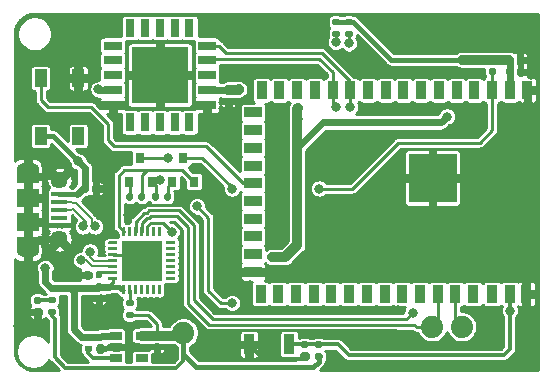
<source format=gtl>
G04 #@! TF.GenerationSoftware,KiCad,Pcbnew,(5.1.9)-1*
G04 #@! TF.CreationDate,2021-04-20T13:04:07+03:00*
G04 #@! TF.ProjectId,ESP32_SCD40-D-R2,45535033-325f-4534-9344-34302d442d52,rev?*
G04 #@! TF.SameCoordinates,Original*
G04 #@! TF.FileFunction,Copper,L1,Top*
G04 #@! TF.FilePolarity,Positive*
%FSLAX46Y46*%
G04 Gerber Fmt 4.6, Leading zero omitted, Abs format (unit mm)*
G04 Created by KiCad (PCBNEW (5.1.9)-1) date 2021-04-20 13:04:07*
%MOMM*%
%LPD*%
G01*
G04 APERTURE LIST*
G04 #@! TA.AperFunction,SMDPad,CuDef*
%ADD10R,0.900000X1.500000*%
G04 #@! TD*
G04 #@! TA.AperFunction,SMDPad,CuDef*
%ADD11R,1.500000X0.900000*%
G04 #@! TD*
G04 #@! TA.AperFunction,SMDPad,CuDef*
%ADD12R,4.100000X4.100000*%
G04 #@! TD*
G04 #@! TA.AperFunction,SMDPad,CuDef*
%ADD13R,1.500000X0.800000*%
G04 #@! TD*
G04 #@! TA.AperFunction,SMDPad,CuDef*
%ADD14R,0.800000X1.500000*%
G04 #@! TD*
G04 #@! TA.AperFunction,SMDPad,CuDef*
%ADD15R,4.800000X4.800000*%
G04 #@! TD*
G04 #@! TA.AperFunction,SMDPad,CuDef*
%ADD16R,1.060000X0.650000*%
G04 #@! TD*
G04 #@! TA.AperFunction,SMDPad,CuDef*
%ADD17R,3.350000X3.350000*%
G04 #@! TD*
G04 #@! TA.AperFunction,ComponentPad*
%ADD18C,1.879600*%
G04 #@! TD*
G04 #@! TA.AperFunction,SMDPad,CuDef*
%ADD19R,0.900000X1.700000*%
G04 #@! TD*
G04 #@! TA.AperFunction,SMDPad,CuDef*
%ADD20R,0.800000X0.900000*%
G04 #@! TD*
G04 #@! TA.AperFunction,ComponentPad*
%ADD21O,1.900000X0.950000*%
G04 #@! TD*
G04 #@! TA.AperFunction,SMDPad,CuDef*
%ADD22R,1.900000X1.200000*%
G04 #@! TD*
G04 #@! TA.AperFunction,SMDPad,CuDef*
%ADD23R,1.900000X1.500000*%
G04 #@! TD*
G04 #@! TA.AperFunction,SMDPad,CuDef*
%ADD24R,1.350000X0.400000*%
G04 #@! TD*
G04 #@! TA.AperFunction,ComponentPad*
%ADD25C,1.450000*%
G04 #@! TD*
G04 #@! TA.AperFunction,SMDPad,CuDef*
%ADD26R,1.000000X1.500000*%
G04 #@! TD*
G04 #@! TA.AperFunction,ViaPad*
%ADD27C,0.800000*%
G04 #@! TD*
G04 #@! TA.AperFunction,Conductor*
%ADD28C,0.250000*%
G04 #@! TD*
G04 #@! TA.AperFunction,Conductor*
%ADD29C,0.609600*%
G04 #@! TD*
G04 #@! TA.AperFunction,Conductor*
%ADD30C,0.304800*%
G04 #@! TD*
G04 #@! TA.AperFunction,Conductor*
%ADD31C,0.406400*%
G04 #@! TD*
G04 #@! TA.AperFunction,Conductor*
%ADD32C,0.812800*%
G04 #@! TD*
G04 #@! TA.AperFunction,Conductor*
%ADD33C,0.200000*%
G04 #@! TD*
G04 #@! TA.AperFunction,Conductor*
%ADD34C,0.254000*%
G04 #@! TD*
G04 #@! TA.AperFunction,Conductor*
%ADD35C,0.100000*%
G04 #@! TD*
G04 APERTURE END LIST*
D10*
G04 #@! TO.P,U2,1*
G04 #@! TO.N,GND*
X43825000Y-6875000D03*
G04 #@! TO.P,U2,15*
G04 #@! TO.N,Net-(U2-Pad15)*
X22825000Y-6875000D03*
G04 #@! TO.P,U2,16*
G04 #@! TO.N,Net-(U2-Pad16)*
X21325000Y-6875000D03*
D11*
G04 #@! TO.P,U2,17*
G04 #@! TO.N,Net-(U2-Pad17)*
X20575000Y-8750000D03*
G04 #@! TO.P,U2,18*
G04 #@! TO.N,Net-(U2-Pad18)*
X20575000Y-10250000D03*
G04 #@! TO.P,U2,19*
G04 #@! TO.N,Net-(U2-Pad19)*
X20575000Y-11750000D03*
G04 #@! TO.P,U2,20*
G04 #@! TO.N,Net-(U2-Pad20)*
X20575000Y-13250000D03*
G04 #@! TO.P,U2,21*
G04 #@! TO.N,RGB_LED*
X20575000Y-14750000D03*
G04 #@! TO.P,U2,22*
G04 #@! TO.N,Net-(U2-Pad22)*
X20575000Y-16250000D03*
G04 #@! TO.P,U2,23*
G04 #@! TO.N,Net-(U2-Pad23)*
X20575000Y-17750000D03*
G04 #@! TO.P,U2,24*
G04 #@! TO.N,Net-(U2-Pad24)*
X20575000Y-19250000D03*
D10*
G04 #@! TO.P,U2,2*
G04 #@! TO.N,+3V3*
X42325000Y-6875000D03*
G04 #@! TO.P,U2,3*
G04 #@! TO.N,BOOT*
X40825000Y-6875000D03*
G04 #@! TO.P,U2,4*
G04 #@! TO.N,Net-(U2-Pad4)*
X39325000Y-6875000D03*
G04 #@! TO.P,U2,5*
G04 #@! TO.N,Net-(U2-Pad5)*
X37825000Y-6875000D03*
G04 #@! TO.P,U2,6*
G04 #@! TO.N,Net-(U2-Pad6)*
X36325000Y-6875000D03*
G04 #@! TO.P,U2,7*
G04 #@! TO.N,Net-(U2-Pad7)*
X34825000Y-6875000D03*
G04 #@! TO.P,U2,8*
G04 #@! TO.N,Net-(U2-Pad8)*
X33325000Y-6875000D03*
G04 #@! TO.P,U2,9*
G04 #@! TO.N,Net-(U2-Pad9)*
X31825000Y-6875000D03*
G04 #@! TO.P,U2,10*
G04 #@! TO.N,Net-(U2-Pad10)*
X30325000Y-6875000D03*
G04 #@! TO.P,U2,11*
G04 #@! TO.N,SDA*
X28825000Y-6875000D03*
G04 #@! TO.P,U2,12*
G04 #@! TO.N,SCL*
X27325000Y-6875000D03*
G04 #@! TO.P,U2,13*
G04 #@! TO.N,Net-(U2-Pad13)*
X25825000Y-6875000D03*
G04 #@! TO.P,U2,14*
G04 #@! TO.N,Net-(U2-Pad14)*
X24325000Y-6875000D03*
G04 #@! TO.P,U2,38*
G04 #@! TO.N,RXD*
X37725000Y-24125000D03*
G04 #@! TO.P,U2,37*
G04 #@! TO.N,TXD*
X36225000Y-24125000D03*
G04 #@! TO.P,U2,36*
G04 #@! TO.N,Net-(U2-Pad36)*
X34725000Y-24125000D03*
G04 #@! TO.P,U2,35*
G04 #@! TO.N,Net-(U2-Pad35)*
X33225000Y-24125000D03*
G04 #@! TO.P,U2,34*
G04 #@! TO.N,Net-(U2-Pad34)*
X31725000Y-24125000D03*
G04 #@! TO.P,U2,33*
G04 #@! TO.N,Net-(U2-Pad33)*
X30225000Y-24125000D03*
G04 #@! TO.P,U2,32*
G04 #@! TO.N,Net-(U2-Pad32)*
X28725000Y-24125000D03*
G04 #@! TO.P,U2,31*
G04 #@! TO.N,Net-(U2-Pad31)*
X27225000Y-24125000D03*
G04 #@! TO.P,U2,30*
G04 #@! TO.N,Net-(U2-Pad30)*
X25725000Y-24125000D03*
G04 #@! TO.P,U2,29*
G04 #@! TO.N,Net-(U2-Pad29)*
X24225000Y-24125000D03*
G04 #@! TO.P,U2,28*
G04 #@! TO.N,Net-(U2-Pad28)*
X22725000Y-24125000D03*
G04 #@! TO.P,U2,27*
G04 #@! TO.N,Net-(U2-Pad27)*
X21225000Y-24125000D03*
D11*
G04 #@! TO.P,U2,26*
G04 #@! TO.N,GND*
X20575000Y-22250000D03*
G04 #@! TO.P,U2,25*
G04 #@! TO.N,Net-(U2-Pad25)*
X20575000Y-20750000D03*
D10*
G04 #@! TO.P,U2,39*
G04 #@! TO.N,Net-(U2-Pad39)*
X39225000Y-24125000D03*
G04 #@! TO.P,U2,40*
G04 #@! TO.N,Net-(U2-Pad40)*
X40825000Y-24125000D03*
G04 #@! TO.P,U2,41*
G04 #@! TO.N,RESET*
X42325000Y-24125000D03*
G04 #@! TO.P,U2,42*
G04 #@! TO.N,GND*
X43725000Y-24125000D03*
D12*
G04 #@! TO.P,U2,43*
X35785000Y-14310000D03*
G04 #@! TD*
D13*
G04 #@! TO.P,U4,16*
G04 #@! TO.N,Net-(U4-Pad16)*
X8700000Y-3100000D03*
G04 #@! TO.P,U4,17*
G04 #@! TO.N,Net-(U4-Pad17)*
X8700000Y-4350000D03*
G04 #@! TO.P,U4,18*
G04 #@! TO.N,Net-(U4-Pad18)*
X8700000Y-5600000D03*
G04 #@! TO.P,U4,19*
G04 #@! TO.N,+3V3*
X8700000Y-6850000D03*
G04 #@! TO.P,U4,20*
G04 #@! TO.N,GND*
X8700000Y-8100000D03*
D14*
G04 #@! TO.P,U4,11*
G04 #@! TO.N,Net-(U4-Pad11)*
X15200000Y-1600000D03*
G04 #@! TO.P,U4,12*
G04 #@! TO.N,Net-(U4-Pad12)*
X13950000Y-1600000D03*
G04 #@! TO.P,U4,13*
G04 #@! TO.N,Net-(U4-Pad13)*
X12700000Y-1600000D03*
G04 #@! TO.P,U4,14*
G04 #@! TO.N,Net-(U4-Pad14)*
X11450000Y-1600000D03*
G04 #@! TO.P,U4,15*
G04 #@! TO.N,Net-(U4-Pad15)*
X10200000Y-1600000D03*
D13*
G04 #@! TO.P,U4,10*
G04 #@! TO.N,SDA*
X16700000Y-3100000D03*
G04 #@! TO.P,U4,9*
G04 #@! TO.N,SCL*
X16700000Y-4350000D03*
G04 #@! TO.P,U4,8*
G04 #@! TO.N,Net-(U4-Pad8)*
X16700000Y-5600000D03*
G04 #@! TO.P,U4,7*
G04 #@! TO.N,+3V3*
X16700000Y-6850000D03*
G04 #@! TO.P,U4,6*
G04 #@! TO.N,GND*
X16700000Y-8100000D03*
D14*
G04 #@! TO.P,U4,5*
G04 #@! TO.N,Net-(U4-Pad5)*
X15200000Y-9600000D03*
G04 #@! TO.P,U4,4*
G04 #@! TO.N,Net-(U4-Pad4)*
X13950000Y-9600000D03*
G04 #@! TO.P,U4,3*
G04 #@! TO.N,Net-(U4-Pad3)*
X12700000Y-9600000D03*
G04 #@! TO.P,U4,2*
G04 #@! TO.N,Net-(U4-Pad2)*
X11450000Y-9600000D03*
G04 #@! TO.P,U4,1*
G04 #@! TO.N,Net-(U4-Pad1)*
X10200000Y-9600000D03*
D15*
G04 #@! TO.P,U4,21*
G04 #@! TO.N,GND*
X12700000Y-5600000D03*
G04 #@! TD*
D16*
G04 #@! TO.P,U3,5*
G04 #@! TO.N,+3V3*
X11150000Y-27650000D03*
G04 #@! TO.P,U3,4*
G04 #@! TO.N,Net-(U3-Pad4)*
X11150000Y-29550000D03*
G04 #@! TO.P,U3,3*
G04 #@! TO.N,Net-(R9-Pad2)*
X8950000Y-29550000D03*
G04 #@! TO.P,U3,2*
G04 #@! TO.N,GND*
X8950000Y-28600000D03*
G04 #@! TO.P,U3,1*
G04 #@! TO.N,VBUS*
X8950000Y-27650000D03*
G04 #@! TD*
D17*
G04 #@! TO.P,U1,29*
G04 #@! TO.N,GND*
X11150000Y-21300000D03*
G04 #@! TO.P,U1,28*
G04 #@! TO.N,DTR*
G04 #@! TA.AperFunction,SMDPad,CuDef*
G36*
G01*
X9525000Y-19187500D02*
X9525000Y-18512500D01*
G75*
G02*
X9587500Y-18450000I62500J0D01*
G01*
X9712500Y-18450000D01*
G75*
G02*
X9775000Y-18512500I0J-62500D01*
G01*
X9775000Y-19187500D01*
G75*
G02*
X9712500Y-19250000I-62500J0D01*
G01*
X9587500Y-19250000D01*
G75*
G02*
X9525000Y-19187500I0J62500D01*
G01*
G37*
G04 #@! TD.AperFunction*
G04 #@! TO.P,U1,27*
G04 #@! TO.N,Net-(U1-Pad27)*
G04 #@! TA.AperFunction,SMDPad,CuDef*
G36*
G01*
X10025000Y-19187500D02*
X10025000Y-18512500D01*
G75*
G02*
X10087500Y-18450000I62500J0D01*
G01*
X10212500Y-18450000D01*
G75*
G02*
X10275000Y-18512500I0J-62500D01*
G01*
X10275000Y-19187500D01*
G75*
G02*
X10212500Y-19250000I-62500J0D01*
G01*
X10087500Y-19250000D01*
G75*
G02*
X10025000Y-19187500I0J62500D01*
G01*
G37*
G04 #@! TD.AperFunction*
G04 #@! TO.P,U1,26*
G04 #@! TO.N,RXD*
G04 #@! TA.AperFunction,SMDPad,CuDef*
G36*
G01*
X10525000Y-19187500D02*
X10525000Y-18512500D01*
G75*
G02*
X10587500Y-18450000I62500J0D01*
G01*
X10712500Y-18450000D01*
G75*
G02*
X10775000Y-18512500I0J-62500D01*
G01*
X10775000Y-19187500D01*
G75*
G02*
X10712500Y-19250000I-62500J0D01*
G01*
X10587500Y-19250000D01*
G75*
G02*
X10525000Y-19187500I0J62500D01*
G01*
G37*
G04 #@! TD.AperFunction*
G04 #@! TO.P,U1,25*
G04 #@! TO.N,TXD*
G04 #@! TA.AperFunction,SMDPad,CuDef*
G36*
G01*
X11025000Y-19187500D02*
X11025000Y-18512500D01*
G75*
G02*
X11087500Y-18450000I62500J0D01*
G01*
X11212500Y-18450000D01*
G75*
G02*
X11275000Y-18512500I0J-62500D01*
G01*
X11275000Y-19187500D01*
G75*
G02*
X11212500Y-19250000I-62500J0D01*
G01*
X11087500Y-19250000D01*
G75*
G02*
X11025000Y-19187500I0J62500D01*
G01*
G37*
G04 #@! TD.AperFunction*
G04 #@! TO.P,U1,24*
G04 #@! TO.N,RTS*
G04 #@! TA.AperFunction,SMDPad,CuDef*
G36*
G01*
X11525000Y-19187500D02*
X11525000Y-18512500D01*
G75*
G02*
X11587500Y-18450000I62500J0D01*
G01*
X11712500Y-18450000D01*
G75*
G02*
X11775000Y-18512500I0J-62500D01*
G01*
X11775000Y-19187500D01*
G75*
G02*
X11712500Y-19250000I-62500J0D01*
G01*
X11587500Y-19250000D01*
G75*
G02*
X11525000Y-19187500I0J62500D01*
G01*
G37*
G04 #@! TD.AperFunction*
G04 #@! TO.P,U1,23*
G04 #@! TO.N,Net-(U1-Pad23)*
G04 #@! TA.AperFunction,SMDPad,CuDef*
G36*
G01*
X12025000Y-19187500D02*
X12025000Y-18512500D01*
G75*
G02*
X12087500Y-18450000I62500J0D01*
G01*
X12212500Y-18450000D01*
G75*
G02*
X12275000Y-18512500I0J-62500D01*
G01*
X12275000Y-19187500D01*
G75*
G02*
X12212500Y-19250000I-62500J0D01*
G01*
X12087500Y-19250000D01*
G75*
G02*
X12025000Y-19187500I0J62500D01*
G01*
G37*
G04 #@! TD.AperFunction*
G04 #@! TO.P,U1,22*
G04 #@! TO.N,Net-(U1-Pad22)*
G04 #@! TA.AperFunction,SMDPad,CuDef*
G36*
G01*
X12525000Y-19187500D02*
X12525000Y-18512500D01*
G75*
G02*
X12587500Y-18450000I62500J0D01*
G01*
X12712500Y-18450000D01*
G75*
G02*
X12775000Y-18512500I0J-62500D01*
G01*
X12775000Y-19187500D01*
G75*
G02*
X12712500Y-19250000I-62500J0D01*
G01*
X12587500Y-19250000D01*
G75*
G02*
X12525000Y-19187500I0J62500D01*
G01*
G37*
G04 #@! TD.AperFunction*
G04 #@! TO.P,U1,21*
G04 #@! TO.N,Net-(U1-Pad21)*
G04 #@! TA.AperFunction,SMDPad,CuDef*
G36*
G01*
X13200000Y-19862500D02*
X13200000Y-19737500D01*
G75*
G02*
X13262500Y-19675000I62500J0D01*
G01*
X13937500Y-19675000D01*
G75*
G02*
X14000000Y-19737500I0J-62500D01*
G01*
X14000000Y-19862500D01*
G75*
G02*
X13937500Y-19925000I-62500J0D01*
G01*
X13262500Y-19925000D01*
G75*
G02*
X13200000Y-19862500I0J62500D01*
G01*
G37*
G04 #@! TD.AperFunction*
G04 #@! TO.P,U1,20*
G04 #@! TO.N,Net-(U1-Pad20)*
G04 #@! TA.AperFunction,SMDPad,CuDef*
G36*
G01*
X13200000Y-20362500D02*
X13200000Y-20237500D01*
G75*
G02*
X13262500Y-20175000I62500J0D01*
G01*
X13937500Y-20175000D01*
G75*
G02*
X14000000Y-20237500I0J-62500D01*
G01*
X14000000Y-20362500D01*
G75*
G02*
X13937500Y-20425000I-62500J0D01*
G01*
X13262500Y-20425000D01*
G75*
G02*
X13200000Y-20362500I0J62500D01*
G01*
G37*
G04 #@! TD.AperFunction*
G04 #@! TO.P,U1,19*
G04 #@! TO.N,Net-(U1-Pad19)*
G04 #@! TA.AperFunction,SMDPad,CuDef*
G36*
G01*
X13200000Y-20862500D02*
X13200000Y-20737500D01*
G75*
G02*
X13262500Y-20675000I62500J0D01*
G01*
X13937500Y-20675000D01*
G75*
G02*
X14000000Y-20737500I0J-62500D01*
G01*
X14000000Y-20862500D01*
G75*
G02*
X13937500Y-20925000I-62500J0D01*
G01*
X13262500Y-20925000D01*
G75*
G02*
X13200000Y-20862500I0J62500D01*
G01*
G37*
G04 #@! TD.AperFunction*
G04 #@! TO.P,U1,18*
G04 #@! TO.N,Net-(U1-Pad18)*
G04 #@! TA.AperFunction,SMDPad,CuDef*
G36*
G01*
X13200000Y-21362500D02*
X13200000Y-21237500D01*
G75*
G02*
X13262500Y-21175000I62500J0D01*
G01*
X13937500Y-21175000D01*
G75*
G02*
X14000000Y-21237500I0J-62500D01*
G01*
X14000000Y-21362500D01*
G75*
G02*
X13937500Y-21425000I-62500J0D01*
G01*
X13262500Y-21425000D01*
G75*
G02*
X13200000Y-21362500I0J62500D01*
G01*
G37*
G04 #@! TD.AperFunction*
G04 #@! TO.P,U1,17*
G04 #@! TO.N,Net-(U1-Pad17)*
G04 #@! TA.AperFunction,SMDPad,CuDef*
G36*
G01*
X13200000Y-21862500D02*
X13200000Y-21737500D01*
G75*
G02*
X13262500Y-21675000I62500J0D01*
G01*
X13937500Y-21675000D01*
G75*
G02*
X14000000Y-21737500I0J-62500D01*
G01*
X14000000Y-21862500D01*
G75*
G02*
X13937500Y-21925000I-62500J0D01*
G01*
X13262500Y-21925000D01*
G75*
G02*
X13200000Y-21862500I0J62500D01*
G01*
G37*
G04 #@! TD.AperFunction*
G04 #@! TO.P,U1,16*
G04 #@! TO.N,Net-(U1-Pad16)*
G04 #@! TA.AperFunction,SMDPad,CuDef*
G36*
G01*
X13200000Y-22362500D02*
X13200000Y-22237500D01*
G75*
G02*
X13262500Y-22175000I62500J0D01*
G01*
X13937500Y-22175000D01*
G75*
G02*
X14000000Y-22237500I0J-62500D01*
G01*
X14000000Y-22362500D01*
G75*
G02*
X13937500Y-22425000I-62500J0D01*
G01*
X13262500Y-22425000D01*
G75*
G02*
X13200000Y-22362500I0J62500D01*
G01*
G37*
G04 #@! TD.AperFunction*
G04 #@! TO.P,U1,15*
G04 #@! TO.N,Net-(U1-Pad15)*
G04 #@! TA.AperFunction,SMDPad,CuDef*
G36*
G01*
X13200000Y-22862500D02*
X13200000Y-22737500D01*
G75*
G02*
X13262500Y-22675000I62500J0D01*
G01*
X13937500Y-22675000D01*
G75*
G02*
X14000000Y-22737500I0J-62500D01*
G01*
X14000000Y-22862500D01*
G75*
G02*
X13937500Y-22925000I-62500J0D01*
G01*
X13262500Y-22925000D01*
G75*
G02*
X13200000Y-22862500I0J62500D01*
G01*
G37*
G04 #@! TD.AperFunction*
G04 #@! TO.P,U1,14*
G04 #@! TO.N,Net-(U1-Pad14)*
G04 #@! TA.AperFunction,SMDPad,CuDef*
G36*
G01*
X12525000Y-24087500D02*
X12525000Y-23412500D01*
G75*
G02*
X12587500Y-23350000I62500J0D01*
G01*
X12712500Y-23350000D01*
G75*
G02*
X12775000Y-23412500I0J-62500D01*
G01*
X12775000Y-24087500D01*
G75*
G02*
X12712500Y-24150000I-62500J0D01*
G01*
X12587500Y-24150000D01*
G75*
G02*
X12525000Y-24087500I0J62500D01*
G01*
G37*
G04 #@! TD.AperFunction*
G04 #@! TO.P,U1,13*
G04 #@! TO.N,Net-(U1-Pad13)*
G04 #@! TA.AperFunction,SMDPad,CuDef*
G36*
G01*
X12025000Y-24087500D02*
X12025000Y-23412500D01*
G75*
G02*
X12087500Y-23350000I62500J0D01*
G01*
X12212500Y-23350000D01*
G75*
G02*
X12275000Y-23412500I0J-62500D01*
G01*
X12275000Y-24087500D01*
G75*
G02*
X12212500Y-24150000I-62500J0D01*
G01*
X12087500Y-24150000D01*
G75*
G02*
X12025000Y-24087500I0J62500D01*
G01*
G37*
G04 #@! TD.AperFunction*
G04 #@! TO.P,U1,12*
G04 #@! TO.N,Net-(U1-Pad12)*
G04 #@! TA.AperFunction,SMDPad,CuDef*
G36*
G01*
X11525000Y-24087500D02*
X11525000Y-23412500D01*
G75*
G02*
X11587500Y-23350000I62500J0D01*
G01*
X11712500Y-23350000D01*
G75*
G02*
X11775000Y-23412500I0J-62500D01*
G01*
X11775000Y-24087500D01*
G75*
G02*
X11712500Y-24150000I-62500J0D01*
G01*
X11587500Y-24150000D01*
G75*
G02*
X11525000Y-24087500I0J62500D01*
G01*
G37*
G04 #@! TD.AperFunction*
G04 #@! TO.P,U1,11*
G04 #@! TO.N,Net-(U1-Pad11)*
G04 #@! TA.AperFunction,SMDPad,CuDef*
G36*
G01*
X11025000Y-24087500D02*
X11025000Y-23412500D01*
G75*
G02*
X11087500Y-23350000I62500J0D01*
G01*
X11212500Y-23350000D01*
G75*
G02*
X11275000Y-23412500I0J-62500D01*
G01*
X11275000Y-24087500D01*
G75*
G02*
X11212500Y-24150000I-62500J0D01*
G01*
X11087500Y-24150000D01*
G75*
G02*
X11025000Y-24087500I0J62500D01*
G01*
G37*
G04 #@! TD.AperFunction*
G04 #@! TO.P,U1,10*
G04 #@! TO.N,Net-(U1-Pad10)*
G04 #@! TA.AperFunction,SMDPad,CuDef*
G36*
G01*
X10525000Y-24087500D02*
X10525000Y-23412500D01*
G75*
G02*
X10587500Y-23350000I62500J0D01*
G01*
X10712500Y-23350000D01*
G75*
G02*
X10775000Y-23412500I0J-62500D01*
G01*
X10775000Y-24087500D01*
G75*
G02*
X10712500Y-24150000I-62500J0D01*
G01*
X10587500Y-24150000D01*
G75*
G02*
X10525000Y-24087500I0J62500D01*
G01*
G37*
G04 #@! TD.AperFunction*
G04 #@! TO.P,U1,9*
G04 #@! TO.N,Net-(R2-Pad1)*
G04 #@! TA.AperFunction,SMDPad,CuDef*
G36*
G01*
X10025000Y-24087500D02*
X10025000Y-23412500D01*
G75*
G02*
X10087500Y-23350000I62500J0D01*
G01*
X10212500Y-23350000D01*
G75*
G02*
X10275000Y-23412500I0J-62500D01*
G01*
X10275000Y-24087500D01*
G75*
G02*
X10212500Y-24150000I-62500J0D01*
G01*
X10087500Y-24150000D01*
G75*
G02*
X10025000Y-24087500I0J62500D01*
G01*
G37*
G04 #@! TD.AperFunction*
G04 #@! TO.P,U1,8*
G04 #@! TO.N,VBUS*
G04 #@! TA.AperFunction,SMDPad,CuDef*
G36*
G01*
X9525000Y-24087500D02*
X9525000Y-23412500D01*
G75*
G02*
X9587500Y-23350000I62500J0D01*
G01*
X9712500Y-23350000D01*
G75*
G02*
X9775000Y-23412500I0J-62500D01*
G01*
X9775000Y-24087500D01*
G75*
G02*
X9712500Y-24150000I-62500J0D01*
G01*
X9587500Y-24150000D01*
G75*
G02*
X9525000Y-24087500I0J62500D01*
G01*
G37*
G04 #@! TD.AperFunction*
G04 #@! TO.P,U1,7*
G04 #@! TA.AperFunction,SMDPad,CuDef*
G36*
G01*
X8300000Y-22862500D02*
X8300000Y-22737500D01*
G75*
G02*
X8362500Y-22675000I62500J0D01*
G01*
X9037500Y-22675000D01*
G75*
G02*
X9100000Y-22737500I0J-62500D01*
G01*
X9100000Y-22862500D01*
G75*
G02*
X9037500Y-22925000I-62500J0D01*
G01*
X8362500Y-22925000D01*
G75*
G02*
X8300000Y-22862500I0J62500D01*
G01*
G37*
G04 #@! TD.AperFunction*
G04 #@! TO.P,U1,6*
G04 #@! TO.N,Net-(C1-Pad2)*
G04 #@! TA.AperFunction,SMDPad,CuDef*
G36*
G01*
X8300000Y-22362500D02*
X8300000Y-22237500D01*
G75*
G02*
X8362500Y-22175000I62500J0D01*
G01*
X9037500Y-22175000D01*
G75*
G02*
X9100000Y-22237500I0J-62500D01*
G01*
X9100000Y-22362500D01*
G75*
G02*
X9037500Y-22425000I-62500J0D01*
G01*
X8362500Y-22425000D01*
G75*
G02*
X8300000Y-22362500I0J62500D01*
G01*
G37*
G04 #@! TD.AperFunction*
G04 #@! TO.P,U1,5*
G04 #@! TO.N,D-*
G04 #@! TA.AperFunction,SMDPad,CuDef*
G36*
G01*
X8300000Y-21862500D02*
X8300000Y-21737500D01*
G75*
G02*
X8362500Y-21675000I62500J0D01*
G01*
X9037500Y-21675000D01*
G75*
G02*
X9100000Y-21737500I0J-62500D01*
G01*
X9100000Y-21862500D01*
G75*
G02*
X9037500Y-21925000I-62500J0D01*
G01*
X8362500Y-21925000D01*
G75*
G02*
X8300000Y-21862500I0J62500D01*
G01*
G37*
G04 #@! TD.AperFunction*
G04 #@! TO.P,U1,4*
G04 #@! TO.N,D+*
G04 #@! TA.AperFunction,SMDPad,CuDef*
G36*
G01*
X8300000Y-21362500D02*
X8300000Y-21237500D01*
G75*
G02*
X8362500Y-21175000I62500J0D01*
G01*
X9037500Y-21175000D01*
G75*
G02*
X9100000Y-21237500I0J-62500D01*
G01*
X9100000Y-21362500D01*
G75*
G02*
X9037500Y-21425000I-62500J0D01*
G01*
X8362500Y-21425000D01*
G75*
G02*
X8300000Y-21362500I0J62500D01*
G01*
G37*
G04 #@! TD.AperFunction*
G04 #@! TO.P,U1,3*
G04 #@! TO.N,GND*
G04 #@! TA.AperFunction,SMDPad,CuDef*
G36*
G01*
X8300000Y-20862500D02*
X8300000Y-20737500D01*
G75*
G02*
X8362500Y-20675000I62500J0D01*
G01*
X9037500Y-20675000D01*
G75*
G02*
X9100000Y-20737500I0J-62500D01*
G01*
X9100000Y-20862500D01*
G75*
G02*
X9037500Y-20925000I-62500J0D01*
G01*
X8362500Y-20925000D01*
G75*
G02*
X8300000Y-20862500I0J62500D01*
G01*
G37*
G04 #@! TD.AperFunction*
G04 #@! TO.P,U1,2*
G04 #@! TO.N,Net-(U1-Pad2)*
G04 #@! TA.AperFunction,SMDPad,CuDef*
G36*
G01*
X8300000Y-20362500D02*
X8300000Y-20237500D01*
G75*
G02*
X8362500Y-20175000I62500J0D01*
G01*
X9037500Y-20175000D01*
G75*
G02*
X9100000Y-20237500I0J-62500D01*
G01*
X9100000Y-20362500D01*
G75*
G02*
X9037500Y-20425000I-62500J0D01*
G01*
X8362500Y-20425000D01*
G75*
G02*
X8300000Y-20362500I0J62500D01*
G01*
G37*
G04 #@! TD.AperFunction*
G04 #@! TO.P,U1,1*
G04 #@! TO.N,Net-(U1-Pad1)*
G04 #@! TA.AperFunction,SMDPad,CuDef*
G36*
G01*
X8300000Y-19862500D02*
X8300000Y-19737500D01*
G75*
G02*
X8362500Y-19675000I62500J0D01*
G01*
X9037500Y-19675000D01*
G75*
G02*
X9100000Y-19737500I0J-62500D01*
G01*
X9100000Y-19862500D01*
G75*
G02*
X9037500Y-19925000I-62500J0D01*
G01*
X8362500Y-19925000D01*
G75*
G02*
X8300000Y-19862500I0J62500D01*
G01*
G37*
G04 #@! TD.AperFunction*
G04 #@! TD*
D18*
G04 #@! TO.P,TP3,1*
G04 #@! TO.N,TXD*
X35750000Y-26900000D03*
G04 #@! TD*
G04 #@! TO.P,TP2,1*
G04 #@! TO.N,RXD*
X38250000Y-26900000D03*
G04 #@! TD*
G04 #@! TO.P,TP1,1*
G04 #@! TO.N,+3V3*
X14700000Y-27400000D03*
G04 #@! TD*
D19*
G04 #@! TO.P,SW1,2*
G04 #@! TO.N,RESET*
X23650000Y-28400000D03*
G04 #@! TO.P,SW1,1*
G04 #@! TO.N,GND*
X20250000Y-28400000D03*
G04 #@! TD*
G04 #@! TO.P,R9,2*
G04 #@! TO.N,Net-(R9-Pad2)*
G04 #@! TA.AperFunction,SMDPad,CuDef*
G36*
G01*
X6465000Y-28490000D02*
X6835000Y-28490000D01*
G75*
G02*
X6970000Y-28625000I0J-135000D01*
G01*
X6970000Y-28895000D01*
G75*
G02*
X6835000Y-29030000I-135000J0D01*
G01*
X6465000Y-29030000D01*
G75*
G02*
X6330000Y-28895000I0J135000D01*
G01*
X6330000Y-28625000D01*
G75*
G02*
X6465000Y-28490000I135000J0D01*
G01*
G37*
G04 #@! TD.AperFunction*
G04 #@! TO.P,R9,1*
G04 #@! TO.N,VBUS*
G04 #@! TA.AperFunction,SMDPad,CuDef*
G36*
G01*
X6465000Y-27470000D02*
X6835000Y-27470000D01*
G75*
G02*
X6970000Y-27605000I0J-135000D01*
G01*
X6970000Y-27875000D01*
G75*
G02*
X6835000Y-28010000I-135000J0D01*
G01*
X6465000Y-28010000D01*
G75*
G02*
X6330000Y-27875000I0J135000D01*
G01*
X6330000Y-27605000D01*
G75*
G02*
X6465000Y-27470000I135000J0D01*
G01*
G37*
G04 #@! TD.AperFunction*
G04 #@! TD*
G04 #@! TO.P,R8,2*
G04 #@! TO.N,+3V3*
G04 #@! TA.AperFunction,SMDPad,CuDef*
G36*
G01*
X41035000Y-4550000D02*
X40665000Y-4550000D01*
G75*
G02*
X40530000Y-4415000I0J135000D01*
G01*
X40530000Y-4145000D01*
G75*
G02*
X40665000Y-4010000I135000J0D01*
G01*
X41035000Y-4010000D01*
G75*
G02*
X41170000Y-4145000I0J-135000D01*
G01*
X41170000Y-4415000D01*
G75*
G02*
X41035000Y-4550000I-135000J0D01*
G01*
G37*
G04 #@! TD.AperFunction*
G04 #@! TO.P,R8,1*
G04 #@! TO.N,BOOT*
G04 #@! TA.AperFunction,SMDPad,CuDef*
G36*
G01*
X41035000Y-5570000D02*
X40665000Y-5570000D01*
G75*
G02*
X40530000Y-5435000I0J135000D01*
G01*
X40530000Y-5165000D01*
G75*
G02*
X40665000Y-5030000I135000J0D01*
G01*
X41035000Y-5030000D01*
G75*
G02*
X41170000Y-5165000I0J-135000D01*
G01*
X41170000Y-5435000D01*
G75*
G02*
X41035000Y-5570000I-135000J0D01*
G01*
G37*
G04 #@! TD.AperFunction*
G04 #@! TD*
G04 #@! TO.P,R7,2*
G04 #@! TO.N,RTS*
G04 #@! TA.AperFunction,SMDPad,CuDef*
G36*
G01*
X12600000Y-15715000D02*
X12600000Y-16085000D01*
G75*
G02*
X12465000Y-16220000I-135000J0D01*
G01*
X12195000Y-16220000D01*
G75*
G02*
X12060000Y-16085000I0J135000D01*
G01*
X12060000Y-15715000D01*
G75*
G02*
X12195000Y-15580000I135000J0D01*
G01*
X12465000Y-15580000D01*
G75*
G02*
X12600000Y-15715000I0J-135000D01*
G01*
G37*
G04 #@! TD.AperFunction*
G04 #@! TO.P,R7,1*
G04 #@! TO.N,Net-(Q2-Pad1)*
G04 #@! TA.AperFunction,SMDPad,CuDef*
G36*
G01*
X13620000Y-15715000D02*
X13620000Y-16085000D01*
G75*
G02*
X13485000Y-16220000I-135000J0D01*
G01*
X13215000Y-16220000D01*
G75*
G02*
X13080000Y-16085000I0J135000D01*
G01*
X13080000Y-15715000D01*
G75*
G02*
X13215000Y-15580000I135000J0D01*
G01*
X13485000Y-15580000D01*
G75*
G02*
X13620000Y-15715000I0J-135000D01*
G01*
G37*
G04 #@! TD.AperFunction*
G04 #@! TD*
G04 #@! TO.P,R6,2*
G04 #@! TO.N,+3V3*
G04 #@! TA.AperFunction,SMDPad,CuDef*
G36*
G01*
X27785000Y-1360000D02*
X27415000Y-1360000D01*
G75*
G02*
X27280000Y-1225000I0J135000D01*
G01*
X27280000Y-955000D01*
G75*
G02*
X27415000Y-820000I135000J0D01*
G01*
X27785000Y-820000D01*
G75*
G02*
X27920000Y-955000I0J-135000D01*
G01*
X27920000Y-1225000D01*
G75*
G02*
X27785000Y-1360000I-135000J0D01*
G01*
G37*
G04 #@! TD.AperFunction*
G04 #@! TO.P,R6,1*
G04 #@! TO.N,SCL*
G04 #@! TA.AperFunction,SMDPad,CuDef*
G36*
G01*
X27785000Y-2380000D02*
X27415000Y-2380000D01*
G75*
G02*
X27280000Y-2245000I0J135000D01*
G01*
X27280000Y-1975000D01*
G75*
G02*
X27415000Y-1840000I135000J0D01*
G01*
X27785000Y-1840000D01*
G75*
G02*
X27920000Y-1975000I0J-135000D01*
G01*
X27920000Y-2245000D01*
G75*
G02*
X27785000Y-2380000I-135000J0D01*
G01*
G37*
G04 #@! TD.AperFunction*
G04 #@! TD*
G04 #@! TO.P,R5,2*
G04 #@! TO.N,+3V3*
G04 #@! TA.AperFunction,SMDPad,CuDef*
G36*
G01*
X28885000Y-1350000D02*
X28515000Y-1350000D01*
G75*
G02*
X28380000Y-1215000I0J135000D01*
G01*
X28380000Y-945000D01*
G75*
G02*
X28515000Y-810000I135000J0D01*
G01*
X28885000Y-810000D01*
G75*
G02*
X29020000Y-945000I0J-135000D01*
G01*
X29020000Y-1215000D01*
G75*
G02*
X28885000Y-1350000I-135000J0D01*
G01*
G37*
G04 #@! TD.AperFunction*
G04 #@! TO.P,R5,1*
G04 #@! TO.N,SDA*
G04 #@! TA.AperFunction,SMDPad,CuDef*
G36*
G01*
X28885000Y-2370000D02*
X28515000Y-2370000D01*
G75*
G02*
X28380000Y-2235000I0J135000D01*
G01*
X28380000Y-1965000D01*
G75*
G02*
X28515000Y-1830000I135000J0D01*
G01*
X28885000Y-1830000D01*
G75*
G02*
X29020000Y-1965000I0J-135000D01*
G01*
X29020000Y-2235000D01*
G75*
G02*
X28885000Y-2370000I-135000J0D01*
G01*
G37*
G04 #@! TD.AperFunction*
G04 #@! TD*
G04 #@! TO.P,R4,2*
G04 #@! TO.N,DTR*
G04 #@! TA.AperFunction,SMDPad,CuDef*
G36*
G01*
X10890000Y-16085000D02*
X10890000Y-15715000D01*
G75*
G02*
X11025000Y-15580000I135000J0D01*
G01*
X11295000Y-15580000D01*
G75*
G02*
X11430000Y-15715000I0J-135000D01*
G01*
X11430000Y-16085000D01*
G75*
G02*
X11295000Y-16220000I-135000J0D01*
G01*
X11025000Y-16220000D01*
G75*
G02*
X10890000Y-16085000I0J135000D01*
G01*
G37*
G04 #@! TD.AperFunction*
G04 #@! TO.P,R4,1*
G04 #@! TO.N,Net-(Q1-Pad1)*
G04 #@! TA.AperFunction,SMDPad,CuDef*
G36*
G01*
X9870000Y-16085000D02*
X9870000Y-15715000D01*
G75*
G02*
X10005000Y-15580000I135000J0D01*
G01*
X10275000Y-15580000D01*
G75*
G02*
X10410000Y-15715000I0J-135000D01*
G01*
X10410000Y-16085000D01*
G75*
G02*
X10275000Y-16220000I-135000J0D01*
G01*
X10005000Y-16220000D01*
G75*
G02*
X9870000Y-16085000I0J135000D01*
G01*
G37*
G04 #@! TD.AperFunction*
G04 #@! TD*
G04 #@! TO.P,R3,2*
G04 #@! TO.N,+3V3*
G04 #@! TA.AperFunction,SMDPad,CuDef*
G36*
G01*
X25965000Y-29140000D02*
X26335000Y-29140000D01*
G75*
G02*
X26470000Y-29275000I0J-135000D01*
G01*
X26470000Y-29545000D01*
G75*
G02*
X26335000Y-29680000I-135000J0D01*
G01*
X25965000Y-29680000D01*
G75*
G02*
X25830000Y-29545000I0J135000D01*
G01*
X25830000Y-29275000D01*
G75*
G02*
X25965000Y-29140000I135000J0D01*
G01*
G37*
G04 #@! TD.AperFunction*
G04 #@! TO.P,R3,1*
G04 #@! TO.N,RESET*
G04 #@! TA.AperFunction,SMDPad,CuDef*
G36*
G01*
X25965000Y-28120000D02*
X26335000Y-28120000D01*
G75*
G02*
X26470000Y-28255000I0J-135000D01*
G01*
X26470000Y-28525000D01*
G75*
G02*
X26335000Y-28660000I-135000J0D01*
G01*
X25965000Y-28660000D01*
G75*
G02*
X25830000Y-28525000I0J135000D01*
G01*
X25830000Y-28255000D01*
G75*
G02*
X25965000Y-28120000I135000J0D01*
G01*
G37*
G04 #@! TD.AperFunction*
G04 #@! TD*
G04 #@! TO.P,R2,2*
G04 #@! TO.N,+3V3*
G04 #@! TA.AperFunction,SMDPad,CuDef*
G36*
G01*
X9965000Y-25640000D02*
X10335000Y-25640000D01*
G75*
G02*
X10470000Y-25775000I0J-135000D01*
G01*
X10470000Y-26045000D01*
G75*
G02*
X10335000Y-26180000I-135000J0D01*
G01*
X9965000Y-26180000D01*
G75*
G02*
X9830000Y-26045000I0J135000D01*
G01*
X9830000Y-25775000D01*
G75*
G02*
X9965000Y-25640000I135000J0D01*
G01*
G37*
G04 #@! TD.AperFunction*
G04 #@! TO.P,R2,1*
G04 #@! TO.N,Net-(R2-Pad1)*
G04 #@! TA.AperFunction,SMDPad,CuDef*
G36*
G01*
X9965000Y-24620000D02*
X10335000Y-24620000D01*
G75*
G02*
X10470000Y-24755000I0J-135000D01*
G01*
X10470000Y-25025000D01*
G75*
G02*
X10335000Y-25160000I-135000J0D01*
G01*
X9965000Y-25160000D01*
G75*
G02*
X9830000Y-25025000I0J135000D01*
G01*
X9830000Y-24755000D01*
G75*
G02*
X9965000Y-24620000I135000J0D01*
G01*
G37*
G04 #@! TD.AperFunction*
G04 #@! TD*
G04 #@! TO.P,R1,2*
G04 #@! TO.N,Net-(D2-Pad2)*
G04 #@! TA.AperFunction,SMDPad,CuDef*
G36*
G01*
X3735000Y-24910000D02*
X3365000Y-24910000D01*
G75*
G02*
X3230000Y-24775000I0J135000D01*
G01*
X3230000Y-24505000D01*
G75*
G02*
X3365000Y-24370000I135000J0D01*
G01*
X3735000Y-24370000D01*
G75*
G02*
X3870000Y-24505000I0J-135000D01*
G01*
X3870000Y-24775000D01*
G75*
G02*
X3735000Y-24910000I-135000J0D01*
G01*
G37*
G04 #@! TD.AperFunction*
G04 #@! TO.P,R1,1*
G04 #@! TO.N,+3V3*
G04 #@! TA.AperFunction,SMDPad,CuDef*
G36*
G01*
X3735000Y-25930000D02*
X3365000Y-25930000D01*
G75*
G02*
X3230000Y-25795000I0J135000D01*
G01*
X3230000Y-25525000D01*
G75*
G02*
X3365000Y-25390000I135000J0D01*
G01*
X3735000Y-25390000D01*
G75*
G02*
X3870000Y-25525000I0J-135000D01*
G01*
X3870000Y-25795000D01*
G75*
G02*
X3735000Y-25930000I-135000J0D01*
G01*
G37*
G04 #@! TD.AperFunction*
G04 #@! TD*
D20*
G04 #@! TO.P,Q2,3*
G04 #@! TO.N,BOOT*
X14650000Y-12600000D03*
G04 #@! TO.P,Q2,2*
G04 #@! TO.N,DTR*
X15600000Y-14600000D03*
G04 #@! TO.P,Q2,1*
G04 #@! TO.N,Net-(Q2-Pad1)*
X13700000Y-14600000D03*
G04 #@! TD*
G04 #@! TO.P,Q1,3*
G04 #@! TO.N,RESET*
X11050000Y-12600000D03*
G04 #@! TO.P,Q1,2*
G04 #@! TO.N,RTS*
X12000000Y-14600000D03*
G04 #@! TO.P,Q1,1*
G04 #@! TO.N,Net-(Q1-Pad1)*
X10100000Y-14600000D03*
G04 #@! TD*
D21*
G04 #@! TO.P,J1,6*
G04 #@! TO.N,GND*
X1500000Y-20500000D03*
X1500000Y-13500000D03*
D22*
X1500000Y-19900000D03*
X1500000Y-14100000D03*
D23*
X1500000Y-18000000D03*
X1500000Y-16000000D03*
D24*
G04 #@! TO.P,J1,5*
X4200000Y-18300000D03*
G04 #@! TO.P,J1,4*
G04 #@! TO.N,Net-(J1-Pad4)*
X4200000Y-17650000D03*
G04 #@! TO.P,J1,3*
G04 #@! TO.N,D+*
X4200000Y-17000000D03*
G04 #@! TO.P,J1,2*
G04 #@! TO.N,D-*
X4200000Y-16350000D03*
G04 #@! TO.P,J1,1*
G04 #@! TO.N,VBUS*
X4200000Y-15700000D03*
D25*
G04 #@! TO.P,J1,6*
G04 #@! TO.N,GND*
X4200000Y-19500000D03*
X4200000Y-14500000D03*
G04 #@! TD*
G04 #@! TO.P,D2,2*
G04 #@! TO.N,Net-(D2-Pad2)*
G04 #@! TA.AperFunction,SMDPad,CuDef*
G36*
G01*
X2522500Y-24960000D02*
X2177500Y-24960000D01*
G75*
G02*
X2030000Y-24812500I0J147500D01*
G01*
X2030000Y-24517500D01*
G75*
G02*
X2177500Y-24370000I147500J0D01*
G01*
X2522500Y-24370000D01*
G75*
G02*
X2670000Y-24517500I0J-147500D01*
G01*
X2670000Y-24812500D01*
G75*
G02*
X2522500Y-24960000I-147500J0D01*
G01*
G37*
G04 #@! TD.AperFunction*
G04 #@! TO.P,D2,1*
G04 #@! TO.N,GND*
G04 #@! TA.AperFunction,SMDPad,CuDef*
G36*
G01*
X2522500Y-25930000D02*
X2177500Y-25930000D01*
G75*
G02*
X2030000Y-25782500I0J147500D01*
G01*
X2030000Y-25487500D01*
G75*
G02*
X2177500Y-25340000I147500J0D01*
G01*
X2522500Y-25340000D01*
G75*
G02*
X2670000Y-25487500I0J-147500D01*
G01*
X2670000Y-25782500D01*
G75*
G02*
X2522500Y-25930000I-147500J0D01*
G01*
G37*
G04 #@! TD.AperFunction*
G04 #@! TD*
D26*
G04 #@! TO.P,D1,1*
G04 #@! TO.N,VBUS*
X2600000Y-10750000D03*
G04 #@! TO.P,D1,2*
G04 #@! TO.N,Net-(D1-Pad2)*
X5800000Y-10750000D03*
G04 #@! TO.P,D1,4*
G04 #@! TO.N,RGB_LED*
X2600000Y-5850000D03*
G04 #@! TO.P,D1,3*
G04 #@! TO.N,GND*
X5800000Y-5850000D03*
G04 #@! TD*
G04 #@! TO.P,C9,2*
G04 #@! TO.N,GND*
G04 #@! TA.AperFunction,SMDPad,CuDef*
G36*
G01*
X7480000Y-28450000D02*
X7820000Y-28450000D01*
G75*
G02*
X7960000Y-28590000I0J-140000D01*
G01*
X7960000Y-28870000D01*
G75*
G02*
X7820000Y-29010000I-140000J0D01*
G01*
X7480000Y-29010000D01*
G75*
G02*
X7340000Y-28870000I0J140000D01*
G01*
X7340000Y-28590000D01*
G75*
G02*
X7480000Y-28450000I140000J0D01*
G01*
G37*
G04 #@! TD.AperFunction*
G04 #@! TO.P,C9,1*
G04 #@! TO.N,VBUS*
G04 #@! TA.AperFunction,SMDPad,CuDef*
G36*
G01*
X7480000Y-27490000D02*
X7820000Y-27490000D01*
G75*
G02*
X7960000Y-27630000I0J-140000D01*
G01*
X7960000Y-27910000D01*
G75*
G02*
X7820000Y-28050000I-140000J0D01*
G01*
X7480000Y-28050000D01*
G75*
G02*
X7340000Y-27910000I0J140000D01*
G01*
X7340000Y-27630000D01*
G75*
G02*
X7480000Y-27490000I140000J0D01*
G01*
G37*
G04 #@! TD.AperFunction*
G04 #@! TD*
G04 #@! TO.P,C8,2*
G04 #@! TO.N,GND*
G04 #@! TA.AperFunction,SMDPad,CuDef*
G36*
G01*
X12280000Y-28300000D02*
X12620000Y-28300000D01*
G75*
G02*
X12760000Y-28440000I0J-140000D01*
G01*
X12760000Y-28720000D01*
G75*
G02*
X12620000Y-28860000I-140000J0D01*
G01*
X12280000Y-28860000D01*
G75*
G02*
X12140000Y-28720000I0J140000D01*
G01*
X12140000Y-28440000D01*
G75*
G02*
X12280000Y-28300000I140000J0D01*
G01*
G37*
G04 #@! TD.AperFunction*
G04 #@! TO.P,C8,1*
G04 #@! TO.N,+3V3*
G04 #@! TA.AperFunction,SMDPad,CuDef*
G36*
G01*
X12280000Y-27340000D02*
X12620000Y-27340000D01*
G75*
G02*
X12760000Y-27480000I0J-140000D01*
G01*
X12760000Y-27760000D01*
G75*
G02*
X12620000Y-27900000I-140000J0D01*
G01*
X12280000Y-27900000D01*
G75*
G02*
X12140000Y-27760000I0J140000D01*
G01*
X12140000Y-27480000D01*
G75*
G02*
X12280000Y-27340000I140000J0D01*
G01*
G37*
G04 #@! TD.AperFunction*
G04 #@! TD*
G04 #@! TO.P,C7,2*
G04 #@! TO.N,+3V3*
G04 #@! TA.AperFunction,SMDPad,CuDef*
G36*
G01*
X18670000Y-7100000D02*
X18330000Y-7100000D01*
G75*
G02*
X18190000Y-6960000I0J140000D01*
G01*
X18190000Y-6680000D01*
G75*
G02*
X18330000Y-6540000I140000J0D01*
G01*
X18670000Y-6540000D01*
G75*
G02*
X18810000Y-6680000I0J-140000D01*
G01*
X18810000Y-6960000D01*
G75*
G02*
X18670000Y-7100000I-140000J0D01*
G01*
G37*
G04 #@! TD.AperFunction*
G04 #@! TO.P,C7,1*
G04 #@! TO.N,GND*
G04 #@! TA.AperFunction,SMDPad,CuDef*
G36*
G01*
X18670000Y-8060000D02*
X18330000Y-8060000D01*
G75*
G02*
X18190000Y-7920000I0J140000D01*
G01*
X18190000Y-7640000D01*
G75*
G02*
X18330000Y-7500000I140000J0D01*
G01*
X18670000Y-7500000D01*
G75*
G02*
X18810000Y-7640000I0J-140000D01*
G01*
X18810000Y-7920000D01*
G75*
G02*
X18670000Y-8060000I-140000J0D01*
G01*
G37*
G04 #@! TD.AperFunction*
G04 #@! TD*
G04 #@! TO.P,C6,2*
G04 #@! TO.N,GND*
G04 #@! TA.AperFunction,SMDPad,CuDef*
G36*
G01*
X24780000Y-29100000D02*
X25120000Y-29100000D01*
G75*
G02*
X25260000Y-29240000I0J-140000D01*
G01*
X25260000Y-29520000D01*
G75*
G02*
X25120000Y-29660000I-140000J0D01*
G01*
X24780000Y-29660000D01*
G75*
G02*
X24640000Y-29520000I0J140000D01*
G01*
X24640000Y-29240000D01*
G75*
G02*
X24780000Y-29100000I140000J0D01*
G01*
G37*
G04 #@! TD.AperFunction*
G04 #@! TO.P,C6,1*
G04 #@! TO.N,RESET*
G04 #@! TA.AperFunction,SMDPad,CuDef*
G36*
G01*
X24780000Y-28140000D02*
X25120000Y-28140000D01*
G75*
G02*
X25260000Y-28280000I0J-140000D01*
G01*
X25260000Y-28560000D01*
G75*
G02*
X25120000Y-28700000I-140000J0D01*
G01*
X24780000Y-28700000D01*
G75*
G02*
X24640000Y-28560000I0J140000D01*
G01*
X24640000Y-28280000D01*
G75*
G02*
X24780000Y-28140000I140000J0D01*
G01*
G37*
G04 #@! TD.AperFunction*
G04 #@! TD*
G04 #@! TO.P,C5,2*
G04 #@! TO.N,GND*
G04 #@! TA.AperFunction,SMDPad,CuDef*
G36*
G01*
X7380000Y-24180000D02*
X7720000Y-24180000D01*
G75*
G02*
X7860000Y-24320000I0J-140000D01*
G01*
X7860000Y-24600000D01*
G75*
G02*
X7720000Y-24740000I-140000J0D01*
G01*
X7380000Y-24740000D01*
G75*
G02*
X7240000Y-24600000I0J140000D01*
G01*
X7240000Y-24320000D01*
G75*
G02*
X7380000Y-24180000I140000J0D01*
G01*
G37*
G04 #@! TD.AperFunction*
G04 #@! TO.P,C5,1*
G04 #@! TO.N,VBUS*
G04 #@! TA.AperFunction,SMDPad,CuDef*
G36*
G01*
X7380000Y-23220000D02*
X7720000Y-23220000D01*
G75*
G02*
X7860000Y-23360000I0J-140000D01*
G01*
X7860000Y-23640000D01*
G75*
G02*
X7720000Y-23780000I-140000J0D01*
G01*
X7380000Y-23780000D01*
G75*
G02*
X7240000Y-23640000I0J140000D01*
G01*
X7240000Y-23360000D01*
G75*
G02*
X7380000Y-23220000I140000J0D01*
G01*
G37*
G04 #@! TD.AperFunction*
G04 #@! TD*
G04 #@! TO.P,C4,2*
G04 #@! TO.N,GND*
G04 #@! TA.AperFunction,SMDPad,CuDef*
G36*
G01*
X7000000Y-15370000D02*
X7000000Y-15030000D01*
G75*
G02*
X7140000Y-14890000I140000J0D01*
G01*
X7420000Y-14890000D01*
G75*
G02*
X7560000Y-15030000I0J-140000D01*
G01*
X7560000Y-15370000D01*
G75*
G02*
X7420000Y-15510000I-140000J0D01*
G01*
X7140000Y-15510000D01*
G75*
G02*
X7000000Y-15370000I0J140000D01*
G01*
G37*
G04 #@! TD.AperFunction*
G04 #@! TO.P,C4,1*
G04 #@! TO.N,VBUS*
G04 #@! TA.AperFunction,SMDPad,CuDef*
G36*
G01*
X6040000Y-15370000D02*
X6040000Y-15030000D01*
G75*
G02*
X6180000Y-14890000I140000J0D01*
G01*
X6460000Y-14890000D01*
G75*
G02*
X6600000Y-15030000I0J-140000D01*
G01*
X6600000Y-15370000D01*
G75*
G02*
X6460000Y-15510000I-140000J0D01*
G01*
X6180000Y-15510000D01*
G75*
G02*
X6040000Y-15370000I0J140000D01*
G01*
G37*
G04 #@! TD.AperFunction*
G04 #@! TD*
G04 #@! TO.P,C3,2*
G04 #@! TO.N,GND*
G04 #@! TA.AperFunction,SMDPad,CuDef*
G36*
G01*
X42950000Y-5470000D02*
X42950000Y-5130000D01*
G75*
G02*
X43090000Y-4990000I140000J0D01*
G01*
X43370000Y-4990000D01*
G75*
G02*
X43510000Y-5130000I0J-140000D01*
G01*
X43510000Y-5470000D01*
G75*
G02*
X43370000Y-5610000I-140000J0D01*
G01*
X43090000Y-5610000D01*
G75*
G02*
X42950000Y-5470000I0J140000D01*
G01*
G37*
G04 #@! TD.AperFunction*
G04 #@! TO.P,C3,1*
G04 #@! TO.N,+3V3*
G04 #@! TA.AperFunction,SMDPad,CuDef*
G36*
G01*
X41990000Y-5470000D02*
X41990000Y-5130000D01*
G75*
G02*
X42130000Y-4990000I140000J0D01*
G01*
X42410000Y-4990000D01*
G75*
G02*
X42550000Y-5130000I0J-140000D01*
G01*
X42550000Y-5470000D01*
G75*
G02*
X42410000Y-5610000I-140000J0D01*
G01*
X42130000Y-5610000D01*
G75*
G02*
X41990000Y-5470000I0J140000D01*
G01*
G37*
G04 #@! TD.AperFunction*
G04 #@! TD*
G04 #@! TO.P,C2,2*
G04 #@! TO.N,GND*
G04 #@! TA.AperFunction,SMDPad,CuDef*
G36*
G01*
X42930000Y-4470000D02*
X42930000Y-4130000D01*
G75*
G02*
X43070000Y-3990000I140000J0D01*
G01*
X43350000Y-3990000D01*
G75*
G02*
X43490000Y-4130000I0J-140000D01*
G01*
X43490000Y-4470000D01*
G75*
G02*
X43350000Y-4610000I-140000J0D01*
G01*
X43070000Y-4610000D01*
G75*
G02*
X42930000Y-4470000I0J140000D01*
G01*
G37*
G04 #@! TD.AperFunction*
G04 #@! TO.P,C2,1*
G04 #@! TO.N,+3V3*
G04 #@! TA.AperFunction,SMDPad,CuDef*
G36*
G01*
X41970000Y-4470000D02*
X41970000Y-4130000D01*
G75*
G02*
X42110000Y-3990000I140000J0D01*
G01*
X42390000Y-3990000D01*
G75*
G02*
X42530000Y-4130000I0J-140000D01*
G01*
X42530000Y-4470000D01*
G75*
G02*
X42390000Y-4610000I-140000J0D01*
G01*
X42110000Y-4610000D01*
G75*
G02*
X41970000Y-4470000I0J140000D01*
G01*
G37*
G04 #@! TD.AperFunction*
G04 #@! TD*
G04 #@! TO.P,C1,2*
G04 #@! TO.N,Net-(C1-Pad2)*
G04 #@! TA.AperFunction,SMDPad,CuDef*
G36*
G01*
X7250000Y-22670000D02*
X7250000Y-22330000D01*
G75*
G02*
X7390000Y-22190000I140000J0D01*
G01*
X7670000Y-22190000D01*
G75*
G02*
X7810000Y-22330000I0J-140000D01*
G01*
X7810000Y-22670000D01*
G75*
G02*
X7670000Y-22810000I-140000J0D01*
G01*
X7390000Y-22810000D01*
G75*
G02*
X7250000Y-22670000I0J140000D01*
G01*
G37*
G04 #@! TD.AperFunction*
G04 #@! TO.P,C1,1*
G04 #@! TO.N,GND*
G04 #@! TA.AperFunction,SMDPad,CuDef*
G36*
G01*
X6290000Y-22670000D02*
X6290000Y-22330000D01*
G75*
G02*
X6430000Y-22190000I140000J0D01*
G01*
X6710000Y-22190000D01*
G75*
G02*
X6850000Y-22330000I0J-140000D01*
G01*
X6850000Y-22670000D01*
G75*
G02*
X6710000Y-22810000I-140000J0D01*
G01*
X6430000Y-22810000D01*
G75*
G02*
X6290000Y-22670000I0J140000D01*
G01*
G37*
G04 #@! TD.AperFunction*
G04 #@! TD*
D27*
G04 #@! TO.N,GND*
X11150000Y-21300000D03*
X5800000Y-22500000D03*
X10200000Y-28600000D03*
X16600000Y-1700000D03*
X18100000Y-5100000D03*
X25700000Y-5500000D03*
X29100000Y-5200000D03*
X21900000Y-28500000D03*
X22000000Y-22200000D03*
X43700000Y-22600000D03*
X43900000Y-8300000D03*
X34200000Y-5400000D03*
X39400000Y-5400000D03*
X21100000Y-1700000D03*
X8500000Y-1700000D03*
X4500000Y-1700000D03*
X4200000Y-6800000D03*
X800000Y-6800000D03*
X34300000Y-2800000D03*
X32300000Y-900000D03*
X39100000Y-2800000D03*
X44100000Y-2800000D03*
X44200000Y-800000D03*
X39000000Y-800000D03*
X34300000Y-800000D03*
X10000000Y-17400000D03*
X32900000Y-25500000D03*
X34100000Y-27625010D03*
X13693590Y-24326432D03*
X34300000Y-8500000D03*
X39400000Y-8600000D03*
X27800000Y-14300000D03*
X27800000Y-17400000D03*
X27900000Y-21000000D03*
X32300000Y-21000000D03*
X32300000Y-17400000D03*
X32500000Y-14300000D03*
X36600000Y-21100000D03*
X36700000Y-17400000D03*
X40400000Y-17500000D03*
X40400000Y-21200000D03*
X40500000Y-14000000D03*
X43800000Y-14000000D03*
X43700000Y-17500000D03*
X43600000Y-21300000D03*
X22700000Y-17400000D03*
X22700000Y-14200000D03*
X22800000Y-10000000D03*
X800000Y-22500000D03*
X700000Y-26800000D03*
X5400000Y-29100000D03*
X7100000Y-26400000D03*
X17800000Y-29000000D03*
X27900000Y-30000000D03*
X29800000Y-28400000D03*
X43100000Y-30000000D03*
X43800000Y-26300000D03*
X8000000Y-16900000D03*
X18850000Y-17200000D03*
X18800000Y-22300000D03*
X18750000Y-19600000D03*
X18800000Y-11450000D03*
X27850000Y-11100000D03*
G04 #@! TO.N,+3V3*
X7500000Y-6800000D03*
X19400000Y-6800000D03*
X22200000Y-21000000D03*
X23100000Y-21000000D03*
X24400000Y-8400000D03*
X24400000Y-9300000D03*
X37000000Y-9100000D03*
X38300000Y-4300000D03*
G04 #@! TO.N,VBUS*
X3000000Y-21900000D03*
X5800000Y-12900000D03*
G04 #@! TO.N,RESET*
X13400000Y-12600000D03*
X18800000Y-24900000D03*
X42325000Y-25525000D03*
X15850000Y-16700000D03*
G04 #@! TO.N,D+*
X6175000Y-18400000D03*
X6771232Y-20528768D03*
G04 #@! TO.N,D-*
X7225000Y-18400000D03*
X6028768Y-21271232D03*
G04 #@! TO.N,RTS*
X13712379Y-18837698D03*
X12674990Y-14500000D03*
G04 #@! TO.N,BOOT*
X18800000Y-15200000D03*
X26200000Y-15200000D03*
G04 #@! TO.N,SDA*
X28800000Y-8300000D03*
X28700000Y-2900000D03*
G04 #@! TO.N,SCL*
X27600000Y-2800000D03*
X27600000Y-8300000D03*
G04 #@! TO.N,RXD*
X34100000Y-25700000D03*
G04 #@! TD*
D28*
G04 #@! TO.N,Net-(C1-Pad2)*
X7730000Y-22300000D02*
X7530000Y-22500000D01*
X8700000Y-22300000D02*
X7730000Y-22300000D01*
G04 #@! TO.N,GND*
X10650000Y-20800000D02*
X11150000Y-21300000D01*
X8700000Y-20800000D02*
X10650000Y-20800000D01*
X6570000Y-22500000D02*
X5800000Y-22500000D01*
D29*
G04 #@! TO.N,VBUS*
X7450000Y-23600000D02*
X7550000Y-23500000D01*
X7770000Y-27650000D02*
X7650000Y-27770000D01*
X8950000Y-27650000D02*
X7770000Y-27650000D01*
X6680000Y-27770000D02*
X6650000Y-27740000D01*
X7650000Y-27770000D02*
X6680000Y-27770000D01*
X6650000Y-27740000D02*
X6040000Y-27740000D01*
X6040000Y-27740000D02*
X5400000Y-27100000D01*
X5400000Y-23900000D02*
X5100000Y-23600000D01*
X5400000Y-27100000D02*
X5400000Y-23900000D01*
X5100000Y-23600000D02*
X7450000Y-23600000D01*
G04 #@! TO.N,GND*
X2500000Y-19500000D02*
X1500000Y-20500000D01*
X4200000Y-19500000D02*
X2500000Y-19500000D01*
X1500000Y-19900000D02*
X1500000Y-14100000D01*
X3800000Y-14100000D02*
X4200000Y-14500000D01*
X1500000Y-14100000D02*
X3800000Y-14100000D01*
D30*
X8820000Y-28730000D02*
X8950000Y-28600000D01*
X7650000Y-28730000D02*
X8820000Y-28730000D01*
X1500000Y-14100000D02*
X1500000Y-9800000D01*
X1500000Y-9800000D02*
X2400000Y-8900000D01*
X2400000Y-8900000D02*
X6800000Y-8900000D01*
X6800000Y-8900000D02*
X7800000Y-9900000D01*
X7800000Y-9900000D02*
X7800000Y-14600000D01*
D31*
X25300001Y-5100001D02*
X25700000Y-5500000D01*
X18100000Y-5100000D02*
X25300001Y-5100001D01*
X29000000Y-5500000D02*
X29300000Y-5500000D01*
X26600000Y-3100000D02*
X29000000Y-5500000D01*
X18600000Y-3100000D02*
X26600000Y-3100000D01*
X18400000Y-2900000D02*
X18600000Y-3100000D01*
X18375762Y-2900000D02*
X18400000Y-2900000D01*
X17175762Y-1700000D02*
X18375762Y-2900000D01*
X16600000Y-1700000D02*
X17175762Y-1700000D01*
D30*
X21452401Y-29602401D02*
X20250000Y-28400000D01*
X24727599Y-29602401D02*
X21452401Y-29602401D01*
X24950000Y-29380000D02*
X24727599Y-29602401D01*
D28*
X14400000Y-23900000D02*
X14400000Y-19600000D01*
X14400000Y-19600000D02*
X14500000Y-19500000D01*
X14500000Y-19500000D02*
X14500000Y-18600000D01*
X32750010Y-27350010D02*
X33025010Y-27625010D01*
X33025010Y-27625010D02*
X34100000Y-27625010D01*
X14500000Y-18600000D02*
X13900000Y-18000000D01*
X13900000Y-18000000D02*
X13600000Y-18000000D01*
X14400000Y-23900000D02*
X14400000Y-25100000D01*
X14400000Y-25100000D02*
X16500000Y-27200000D01*
X32600000Y-27200000D02*
X33025010Y-27625010D01*
X16500000Y-27200000D02*
X32600000Y-27200000D01*
X10600000Y-16800000D02*
X10000000Y-17400000D01*
X11542745Y-16600000D02*
X11342745Y-16800000D01*
X14600000Y-16600000D02*
X11542745Y-16600000D01*
X16100000Y-18100000D02*
X14600000Y-16600000D01*
X16100000Y-24500000D02*
X16100000Y-18100000D01*
X17300000Y-25700000D02*
X16100000Y-24500000D01*
X32700000Y-25700000D02*
X17300000Y-25700000D01*
X11342745Y-16800000D02*
X10600000Y-16800000D01*
X32900000Y-25500000D02*
X32700000Y-25700000D01*
X14400000Y-23900000D02*
X13973568Y-24326432D01*
X13973568Y-24326432D02*
X13693590Y-24326432D01*
G04 #@! TO.N,+3V3*
X10150000Y-25910000D02*
X11710000Y-25910000D01*
X12450000Y-26650000D02*
X12450000Y-27620000D01*
X11710000Y-25910000D02*
X12450000Y-26650000D01*
D32*
X14450000Y-27650000D02*
X14700000Y-27400000D01*
X11150000Y-27650000D02*
X14450000Y-27650000D01*
D30*
X14100000Y-30400000D02*
X14700000Y-29800000D01*
X4700000Y-30400000D02*
X14100000Y-30400000D01*
X3800000Y-29500000D02*
X4700000Y-30400000D01*
X14700000Y-29800000D02*
X14700000Y-27400000D01*
X3800000Y-26200000D02*
X3800000Y-29500000D01*
X3550000Y-25950000D02*
X3800000Y-26200000D01*
X3550000Y-25660000D02*
X3550000Y-25950000D01*
D29*
X7550000Y-6850000D02*
X7500000Y-6800000D01*
X8700000Y-6850000D02*
X7550000Y-6850000D01*
X18470000Y-6850000D02*
X18500000Y-6820000D01*
X16700000Y-6850000D02*
X18470000Y-6850000D01*
X42325000Y-4375000D02*
X42250000Y-4300000D01*
X42325000Y-6875000D02*
X42325000Y-4375000D01*
D31*
X42230000Y-4280000D02*
X42250000Y-4300000D01*
X40850000Y-4280000D02*
X42230000Y-4280000D01*
X26150000Y-29410000D02*
X26150000Y-29850000D01*
X26150000Y-29850000D02*
X25700000Y-30300000D01*
X25700000Y-30300000D02*
X15800000Y-30300000D01*
X14700000Y-29200000D02*
X14700000Y-27400000D01*
X15800000Y-30300000D02*
X14700000Y-29200000D01*
D32*
X19380000Y-6820000D02*
X19400000Y-6800000D01*
X18500000Y-6820000D02*
X19380000Y-6820000D01*
X22200000Y-21000000D02*
X23300000Y-21000000D01*
X23300000Y-21000000D02*
X24300000Y-20000000D01*
X24300000Y-8500000D02*
X24400000Y-8400000D01*
X24300000Y-10200000D02*
X24300000Y-8500000D01*
X38300000Y-4300000D02*
X42250000Y-4300000D01*
D31*
X38300000Y-4300000D02*
X32300000Y-4300000D01*
X29080000Y-1080000D02*
X28700000Y-1080000D01*
X32300000Y-4300000D02*
X29080000Y-1080000D01*
X28690000Y-1090000D02*
X28700000Y-1080000D01*
X27600000Y-1090000D02*
X28690000Y-1090000D01*
D32*
X24300000Y-11900000D02*
X24300000Y-10200000D01*
X24300000Y-20000000D02*
X24300000Y-11900000D01*
D29*
X24300000Y-11900000D02*
X24300000Y-11800000D01*
X24300000Y-11800000D02*
X26500000Y-9600000D01*
X36500000Y-9600000D02*
X37000000Y-9100000D01*
X26500000Y-9600000D02*
X36500000Y-9600000D01*
G04 #@! TO.N,VBUS*
X7550000Y-23500000D02*
X8400000Y-23500000D01*
D31*
X8400000Y-23500000D02*
X9200000Y-23500000D01*
X9200000Y-23500000D02*
X9400000Y-23700000D01*
D28*
X9450000Y-23750000D02*
X9400000Y-23700000D01*
X9650000Y-23750000D02*
X9450000Y-23750000D01*
X8700000Y-22800000D02*
X8700000Y-23200000D01*
D30*
X8400000Y-23500000D02*
X8700000Y-23200000D01*
D29*
X3000000Y-23100000D02*
X3500000Y-23600000D01*
X3000000Y-21900000D02*
X3000000Y-23100000D01*
X3500000Y-23600000D02*
X5100000Y-23600000D01*
D31*
X4200000Y-15700000D02*
X5680000Y-15700000D01*
D29*
X6200000Y-15180000D02*
X5840000Y-15540000D01*
D31*
X5680000Y-15700000D02*
X5840000Y-15540000D01*
D29*
X6200000Y-15180000D02*
X5680000Y-15700000D01*
X6320000Y-13420000D02*
X5800000Y-12900000D01*
X6320000Y-15200000D02*
X6320000Y-13420000D01*
D31*
X2600000Y-10750000D02*
X3650000Y-10750000D01*
X3650000Y-10750000D02*
X5800000Y-12900000D01*
D28*
G04 #@! TO.N,RESET*
X11050000Y-12600000D02*
X11200000Y-12600000D01*
X11050000Y-12600000D02*
X13400000Y-12600000D01*
D30*
X26140000Y-28400000D02*
X26150000Y-28390000D01*
X23650000Y-28400000D02*
X26140000Y-28400000D01*
X26150000Y-28390000D02*
X27790000Y-28390000D01*
X27790000Y-28390000D02*
X28700000Y-29300000D01*
X28700000Y-29300000D02*
X41800000Y-29300000D01*
X41800000Y-29300000D02*
X42325000Y-28775000D01*
X42325000Y-25525000D02*
X42325000Y-24125000D01*
X42325000Y-28775000D02*
X42325000Y-25525000D01*
D28*
X15850000Y-16700000D02*
X16800000Y-17650000D01*
X16800000Y-17650000D02*
X16800000Y-23850000D01*
X17850000Y-24900000D02*
X18800000Y-24900000D01*
X16800000Y-23850000D02*
X17850000Y-24900000D01*
G04 #@! TO.N,RGB_LED*
X2600000Y-5850000D02*
X2600000Y-7700000D01*
X2600000Y-7700000D02*
X3200000Y-8300000D01*
X3200000Y-8300000D02*
X6900000Y-8300000D01*
X6900000Y-8300000D02*
X8300000Y-9700000D01*
X8300000Y-9700000D02*
X8300000Y-11100000D01*
X8300000Y-11100000D02*
X8800000Y-11600000D01*
X19750000Y-14750000D02*
X16600000Y-11600000D01*
X20575000Y-14750000D02*
X19750000Y-14750000D01*
X8800000Y-11600000D02*
X16600000Y-11600000D01*
D30*
G04 #@! TO.N,Net-(D2-Pad2)*
X3525000Y-24665000D02*
X3550000Y-24640000D01*
X2350000Y-24665000D02*
X3525000Y-24665000D01*
D33*
G04 #@! TO.N,D+*
X5312501Y-16900000D02*
X5381800Y-16900000D01*
X5212501Y-17000000D02*
X5312501Y-16900000D01*
X4200000Y-17000000D02*
X5212501Y-17000000D01*
X6475000Y-18100000D02*
X6175000Y-18400000D01*
X6475000Y-17993200D02*
X6475000Y-18100000D01*
X5381800Y-16900000D02*
X6475000Y-17993200D01*
X8675000Y-21325000D02*
X8700000Y-21300000D01*
X7143199Y-21325000D02*
X8675000Y-21325000D01*
X6771232Y-20953033D02*
X7143199Y-21325000D01*
X6771232Y-20528768D02*
X6771232Y-20953033D01*
G04 #@! TO.N,D-*
X5312501Y-16450000D02*
X5568200Y-16450000D01*
X4200000Y-16350000D02*
X5212501Y-16350000D01*
X5212501Y-16350000D02*
X5312501Y-16450000D01*
X6925000Y-18100000D02*
X7225000Y-18400000D01*
X5568200Y-16450000D02*
X6925000Y-17806800D01*
X6925000Y-17806800D02*
X6925000Y-18100000D01*
X8675000Y-21775000D02*
X8700000Y-21800000D01*
X6956801Y-21775000D02*
X8675000Y-21775000D01*
X6028768Y-21271232D02*
X6453033Y-21271232D01*
X6453033Y-21271232D02*
X6956801Y-21775000D01*
D28*
G04 #@! TO.N,RTS*
X12330000Y-14930000D02*
X12000000Y-14600000D01*
X12330000Y-15900000D02*
X12330000Y-14930000D01*
X11926988Y-18124990D02*
X12999671Y-18124990D01*
X11650000Y-18401978D02*
X11926988Y-18124990D01*
X11650000Y-18850000D02*
X11650000Y-18401978D01*
X12999671Y-18124990D02*
X13712379Y-18837698D01*
X12000000Y-14600000D02*
X12574990Y-14600000D01*
X12574990Y-14600000D02*
X12674990Y-14500000D01*
G04 #@! TO.N,Net-(Q1-Pad1)*
X10140000Y-14640000D02*
X10100000Y-14600000D01*
X10140000Y-15900000D02*
X10140000Y-14640000D01*
G04 #@! TO.N,BOOT*
X14650000Y-12600000D02*
X15400000Y-12600000D01*
X15400000Y-12600000D02*
X16300000Y-12600000D01*
X40825000Y-5325000D02*
X40850000Y-5300000D01*
X40825000Y-6875000D02*
X40825000Y-5325000D01*
X40825000Y-10275000D02*
X40825000Y-8475000D01*
X40825000Y-8475000D02*
X40825000Y-6875000D01*
X39800000Y-11300000D02*
X40825000Y-10275000D01*
X18800000Y-15100000D02*
X18800000Y-15200000D01*
X16300000Y-12600000D02*
X18800000Y-15100000D01*
X26200000Y-15200000D02*
X29000000Y-15200000D01*
X32900000Y-11300000D02*
X33400000Y-11300000D01*
X29000000Y-15200000D02*
X32900000Y-11300000D01*
X33400000Y-11300000D02*
X39800000Y-11300000D01*
G04 #@! TO.N,DTR*
X11160000Y-15900000D02*
X11160000Y-14040000D01*
X11160000Y-14040000D02*
X11600000Y-13600000D01*
X14600000Y-13600000D02*
X15600000Y-14600000D01*
X11600000Y-13600000D02*
X14600000Y-13600000D01*
X9650000Y-18850000D02*
X9200000Y-18400000D01*
X9200000Y-18400000D02*
X9200000Y-14100000D01*
X9700000Y-13600000D02*
X11600000Y-13600000D01*
X9200000Y-14100000D02*
X9700000Y-13600000D01*
G04 #@! TO.N,Net-(Q2-Pad1)*
X13350000Y-14950000D02*
X13700000Y-14600000D01*
X13350000Y-15900000D02*
X13350000Y-14950000D01*
G04 #@! TO.N,Net-(R2-Pad1)*
X10150000Y-23750000D02*
X10150000Y-24890000D01*
G04 #@! TO.N,SDA*
X16700000Y-3100000D02*
X17700000Y-3100000D01*
X17700000Y-3100000D02*
X18300000Y-3700000D01*
X18300000Y-3700000D02*
X26400000Y-3700000D01*
X28825000Y-6125000D02*
X28825000Y-6875000D01*
X26400000Y-3700000D02*
X28825000Y-6125000D01*
X28825000Y-8275000D02*
X28800000Y-8300000D01*
X28825000Y-6875000D02*
X28825000Y-8275000D01*
X28700000Y-2900000D02*
X28700000Y-2100000D01*
G04 #@! TO.N,SCL*
X27600000Y-2110000D02*
X27600000Y-2800000D01*
X27325000Y-8025000D02*
X27600000Y-8300000D01*
X27325000Y-6875000D02*
X27325000Y-8025000D01*
X16850000Y-4200000D02*
X16700000Y-4350000D01*
X26200000Y-4200000D02*
X16850000Y-4200000D01*
X27325000Y-5325000D02*
X26200000Y-4200000D01*
X27325000Y-6875000D02*
X27325000Y-5325000D01*
D30*
G04 #@! TO.N,Net-(R9-Pad2)*
X8950000Y-29550000D02*
X7050000Y-29550000D01*
X6650000Y-29150000D02*
X6650000Y-28760000D01*
X7050000Y-29550000D02*
X6650000Y-29150000D01*
D28*
G04 #@! TO.N,RXD*
X37725000Y-26375000D02*
X38250000Y-26900000D01*
X37725000Y-24125000D02*
X37725000Y-26375000D01*
X11386400Y-17250011D02*
X10650000Y-17986411D01*
X11586400Y-17250011D02*
X11386400Y-17250011D01*
X11786400Y-17050011D02*
X11586400Y-17250011D01*
X14350011Y-17050011D02*
X11786400Y-17050011D01*
X15600000Y-18300000D02*
X14350011Y-17050011D01*
X15600000Y-24636411D02*
X15600000Y-18300000D01*
X10650000Y-17986411D02*
X10650000Y-18850000D01*
X33574998Y-26225002D02*
X17188592Y-26225002D01*
X17188592Y-26225002D02*
X15600000Y-24636411D01*
X34100000Y-25700000D02*
X33574998Y-26225002D01*
G04 #@! TO.N,TXD*
X11150000Y-18850000D02*
X11150000Y-18250000D01*
X36225000Y-26425000D02*
X35750000Y-26900000D01*
X36225000Y-24125000D02*
X36225000Y-26425000D01*
X34270912Y-26749989D02*
X34420923Y-26900000D01*
X15100000Y-24963589D02*
X16886400Y-26749989D01*
X11150000Y-18850000D02*
X11150000Y-18122822D01*
X16886400Y-26749989D02*
X34270912Y-26749989D01*
X15100000Y-18463589D02*
X15100000Y-24963589D01*
X11572800Y-17700022D02*
X11772800Y-17700022D01*
X34420923Y-26900000D02*
X35750000Y-26900000D01*
X11150000Y-18122822D02*
X11572800Y-17700022D01*
X14136433Y-17500022D02*
X15100000Y-18463589D01*
X11772800Y-17700022D02*
X11972800Y-17500022D01*
X11972800Y-17500022D02*
X14136433Y-17500022D01*
G04 #@! TD*
D34*
G04 #@! TO.N,GND*
X44723000Y-30594000D02*
X26232183Y-30594000D01*
X26542806Y-30283378D01*
X26565090Y-30265090D01*
X26638094Y-30176134D01*
X26692341Y-30074645D01*
X26725746Y-29964523D01*
X26734200Y-29878691D01*
X26734200Y-29878685D01*
X26735069Y-29869865D01*
X26765571Y-29832698D01*
X26813425Y-29743170D01*
X26842893Y-29646026D01*
X26852843Y-29545000D01*
X26852843Y-29275000D01*
X26842893Y-29173974D01*
X26813425Y-29076830D01*
X26765571Y-28987302D01*
X26713127Y-28923400D01*
X27569059Y-28923400D01*
X28304309Y-29658651D01*
X28321005Y-29678995D01*
X28341349Y-29695691D01*
X28341351Y-29695693D01*
X28348448Y-29701517D01*
X28402225Y-29745651D01*
X28494889Y-29795181D01*
X28595435Y-29825681D01*
X28673805Y-29833400D01*
X28673812Y-29833400D01*
X28699999Y-29835979D01*
X28726186Y-29833400D01*
X41773813Y-29833400D01*
X41800000Y-29835979D01*
X41826187Y-29833400D01*
X41826195Y-29833400D01*
X41904565Y-29825681D01*
X42005111Y-29795181D01*
X42097775Y-29745651D01*
X42178995Y-29678995D01*
X42195695Y-29658646D01*
X42683651Y-29170691D01*
X42703995Y-29153995D01*
X42731070Y-29121005D01*
X42770651Y-29072775D01*
X42820181Y-28980111D01*
X42850681Y-28879565D01*
X42852570Y-28860382D01*
X42858400Y-28801195D01*
X42858400Y-28801188D01*
X42860979Y-28775001D01*
X42858400Y-28748814D01*
X42858400Y-26096101D01*
X42931642Y-26022859D01*
X43017113Y-25894942D01*
X43075987Y-25752809D01*
X43106000Y-25601922D01*
X43106000Y-25448078D01*
X43075987Y-25297191D01*
X43021479Y-25165598D01*
X43025000Y-25162708D01*
X43062304Y-25193322D01*
X43128492Y-25228701D01*
X43200311Y-25250487D01*
X43275000Y-25257843D01*
X43381750Y-25256000D01*
X43477000Y-25160750D01*
X43477000Y-24373000D01*
X43973000Y-24373000D01*
X43973000Y-25160750D01*
X44068250Y-25256000D01*
X44175000Y-25257843D01*
X44249689Y-25250487D01*
X44321508Y-25228701D01*
X44387696Y-25193322D01*
X44445711Y-25145711D01*
X44493322Y-25087696D01*
X44528701Y-25021508D01*
X44550487Y-24949689D01*
X44557843Y-24875000D01*
X44556000Y-24468250D01*
X44460750Y-24373000D01*
X43973000Y-24373000D01*
X43477000Y-24373000D01*
X43457000Y-24373000D01*
X43457000Y-23877000D01*
X43477000Y-23877000D01*
X43477000Y-23089250D01*
X43973000Y-23089250D01*
X43973000Y-23877000D01*
X44460750Y-23877000D01*
X44556000Y-23781750D01*
X44557843Y-23375000D01*
X44550487Y-23300311D01*
X44528701Y-23228492D01*
X44493322Y-23162304D01*
X44445711Y-23104289D01*
X44387696Y-23056678D01*
X44321508Y-23021299D01*
X44249689Y-22999513D01*
X44175000Y-22992157D01*
X44068250Y-22994000D01*
X43973000Y-23089250D01*
X43477000Y-23089250D01*
X43381750Y-22994000D01*
X43275000Y-22992157D01*
X43200311Y-22999513D01*
X43128492Y-23021299D01*
X43062304Y-23056678D01*
X43025000Y-23087292D01*
X42987696Y-23056678D01*
X42921508Y-23021299D01*
X42849689Y-22999513D01*
X42775000Y-22992157D01*
X41875000Y-22992157D01*
X41800311Y-22999513D01*
X41728492Y-23021299D01*
X41662304Y-23056678D01*
X41604289Y-23104289D01*
X41575000Y-23139978D01*
X41545711Y-23104289D01*
X41487696Y-23056678D01*
X41421508Y-23021299D01*
X41349689Y-22999513D01*
X41275000Y-22992157D01*
X40375000Y-22992157D01*
X40300311Y-22999513D01*
X40228492Y-23021299D01*
X40162304Y-23056678D01*
X40104289Y-23104289D01*
X40056678Y-23162304D01*
X40025000Y-23221568D01*
X39993322Y-23162304D01*
X39945711Y-23104289D01*
X39887696Y-23056678D01*
X39821508Y-23021299D01*
X39749689Y-22999513D01*
X39675000Y-22992157D01*
X38775000Y-22992157D01*
X38700311Y-22999513D01*
X38628492Y-23021299D01*
X38562304Y-23056678D01*
X38504289Y-23104289D01*
X38475000Y-23139978D01*
X38445711Y-23104289D01*
X38387696Y-23056678D01*
X38321508Y-23021299D01*
X38249689Y-22999513D01*
X38175000Y-22992157D01*
X37275000Y-22992157D01*
X37200311Y-22999513D01*
X37128492Y-23021299D01*
X37062304Y-23056678D01*
X37004289Y-23104289D01*
X36975000Y-23139978D01*
X36945711Y-23104289D01*
X36887696Y-23056678D01*
X36821508Y-23021299D01*
X36749689Y-22999513D01*
X36675000Y-22992157D01*
X35775000Y-22992157D01*
X35700311Y-22999513D01*
X35628492Y-23021299D01*
X35562304Y-23056678D01*
X35504289Y-23104289D01*
X35475000Y-23139978D01*
X35445711Y-23104289D01*
X35387696Y-23056678D01*
X35321508Y-23021299D01*
X35249689Y-22999513D01*
X35175000Y-22992157D01*
X34275000Y-22992157D01*
X34200311Y-22999513D01*
X34128492Y-23021299D01*
X34062304Y-23056678D01*
X34004289Y-23104289D01*
X33975000Y-23139978D01*
X33945711Y-23104289D01*
X33887696Y-23056678D01*
X33821508Y-23021299D01*
X33749689Y-22999513D01*
X33675000Y-22992157D01*
X32775000Y-22992157D01*
X32700311Y-22999513D01*
X32628492Y-23021299D01*
X32562304Y-23056678D01*
X32504289Y-23104289D01*
X32475000Y-23139978D01*
X32445711Y-23104289D01*
X32387696Y-23056678D01*
X32321508Y-23021299D01*
X32249689Y-22999513D01*
X32175000Y-22992157D01*
X31275000Y-22992157D01*
X31200311Y-22999513D01*
X31128492Y-23021299D01*
X31062304Y-23056678D01*
X31004289Y-23104289D01*
X30975000Y-23139978D01*
X30945711Y-23104289D01*
X30887696Y-23056678D01*
X30821508Y-23021299D01*
X30749689Y-22999513D01*
X30675000Y-22992157D01*
X29775000Y-22992157D01*
X29700311Y-22999513D01*
X29628492Y-23021299D01*
X29562304Y-23056678D01*
X29504289Y-23104289D01*
X29475000Y-23139978D01*
X29445711Y-23104289D01*
X29387696Y-23056678D01*
X29321508Y-23021299D01*
X29249689Y-22999513D01*
X29175000Y-22992157D01*
X28275000Y-22992157D01*
X28200311Y-22999513D01*
X28128492Y-23021299D01*
X28062304Y-23056678D01*
X28004289Y-23104289D01*
X27975000Y-23139978D01*
X27945711Y-23104289D01*
X27887696Y-23056678D01*
X27821508Y-23021299D01*
X27749689Y-22999513D01*
X27675000Y-22992157D01*
X26775000Y-22992157D01*
X26700311Y-22999513D01*
X26628492Y-23021299D01*
X26562304Y-23056678D01*
X26504289Y-23104289D01*
X26475000Y-23139978D01*
X26445711Y-23104289D01*
X26387696Y-23056678D01*
X26321508Y-23021299D01*
X26249689Y-22999513D01*
X26175000Y-22992157D01*
X25275000Y-22992157D01*
X25200311Y-22999513D01*
X25128492Y-23021299D01*
X25062304Y-23056678D01*
X25004289Y-23104289D01*
X24975000Y-23139978D01*
X24945711Y-23104289D01*
X24887696Y-23056678D01*
X24821508Y-23021299D01*
X24749689Y-22999513D01*
X24675000Y-22992157D01*
X23775000Y-22992157D01*
X23700311Y-22999513D01*
X23628492Y-23021299D01*
X23562304Y-23056678D01*
X23504289Y-23104289D01*
X23475000Y-23139978D01*
X23445711Y-23104289D01*
X23387696Y-23056678D01*
X23321508Y-23021299D01*
X23249689Y-22999513D01*
X23175000Y-22992157D01*
X22275000Y-22992157D01*
X22200311Y-22999513D01*
X22128492Y-23021299D01*
X22062304Y-23056678D01*
X22004289Y-23104289D01*
X21975000Y-23139978D01*
X21945711Y-23104289D01*
X21887696Y-23056678D01*
X21821508Y-23021299D01*
X21749689Y-22999513D01*
X21675000Y-22992157D01*
X21569579Y-22992157D01*
X21595711Y-22970711D01*
X21643322Y-22912696D01*
X21678701Y-22846508D01*
X21700487Y-22774689D01*
X21707843Y-22700000D01*
X21706000Y-22593250D01*
X21610750Y-22498000D01*
X20823000Y-22498000D01*
X20823000Y-22518000D01*
X20327000Y-22518000D01*
X20327000Y-22498000D01*
X19539250Y-22498000D01*
X19444000Y-22593250D01*
X19442157Y-22700000D01*
X19449513Y-22774689D01*
X19471299Y-22846508D01*
X19506678Y-22912696D01*
X19554289Y-22970711D01*
X19612304Y-23018322D01*
X19678492Y-23053701D01*
X19750311Y-23075487D01*
X19825000Y-23082843D01*
X20231750Y-23081000D01*
X20326998Y-22985752D01*
X20326998Y-23081000D01*
X20532667Y-23081000D01*
X20504289Y-23104289D01*
X20456678Y-23162304D01*
X20421299Y-23228492D01*
X20399513Y-23300311D01*
X20392157Y-23375000D01*
X20392157Y-24875000D01*
X20399513Y-24949689D01*
X20421299Y-25021508D01*
X20456678Y-25087696D01*
X20504289Y-25145711D01*
X20562304Y-25193322D01*
X20628492Y-25228701D01*
X20700311Y-25250487D01*
X20775000Y-25257843D01*
X21675000Y-25257843D01*
X21749689Y-25250487D01*
X21821508Y-25228701D01*
X21887696Y-25193322D01*
X21945711Y-25145711D01*
X21975000Y-25110022D01*
X22004289Y-25145711D01*
X22062304Y-25193322D01*
X22128492Y-25228701D01*
X22200311Y-25250487D01*
X22275000Y-25257843D01*
X23175000Y-25257843D01*
X23249689Y-25250487D01*
X23321508Y-25228701D01*
X23387696Y-25193322D01*
X23445711Y-25145711D01*
X23475000Y-25110022D01*
X23504289Y-25145711D01*
X23562304Y-25193322D01*
X23628492Y-25228701D01*
X23700311Y-25250487D01*
X23775000Y-25257843D01*
X24675000Y-25257843D01*
X24749689Y-25250487D01*
X24821508Y-25228701D01*
X24887696Y-25193322D01*
X24945711Y-25145711D01*
X24975000Y-25110022D01*
X25004289Y-25145711D01*
X25062304Y-25193322D01*
X25128492Y-25228701D01*
X25200311Y-25250487D01*
X25275000Y-25257843D01*
X26175000Y-25257843D01*
X26249689Y-25250487D01*
X26321508Y-25228701D01*
X26387696Y-25193322D01*
X26445711Y-25145711D01*
X26475000Y-25110022D01*
X26504289Y-25145711D01*
X26562304Y-25193322D01*
X26628492Y-25228701D01*
X26700311Y-25250487D01*
X26775000Y-25257843D01*
X27675000Y-25257843D01*
X27749689Y-25250487D01*
X27821508Y-25228701D01*
X27887696Y-25193322D01*
X27945711Y-25145711D01*
X27975000Y-25110022D01*
X28004289Y-25145711D01*
X28062304Y-25193322D01*
X28128492Y-25228701D01*
X28200311Y-25250487D01*
X28275000Y-25257843D01*
X29175000Y-25257843D01*
X29249689Y-25250487D01*
X29321508Y-25228701D01*
X29387696Y-25193322D01*
X29445711Y-25145711D01*
X29475000Y-25110022D01*
X29504289Y-25145711D01*
X29562304Y-25193322D01*
X29628492Y-25228701D01*
X29700311Y-25250487D01*
X29775000Y-25257843D01*
X30675000Y-25257843D01*
X30749689Y-25250487D01*
X30821508Y-25228701D01*
X30887696Y-25193322D01*
X30945711Y-25145711D01*
X30975000Y-25110022D01*
X31004289Y-25145711D01*
X31062304Y-25193322D01*
X31128492Y-25228701D01*
X31200311Y-25250487D01*
X31275000Y-25257843D01*
X32175000Y-25257843D01*
X32249689Y-25250487D01*
X32321508Y-25228701D01*
X32387696Y-25193322D01*
X32445711Y-25145711D01*
X32475000Y-25110022D01*
X32504289Y-25145711D01*
X32562304Y-25193322D01*
X32628492Y-25228701D01*
X32700311Y-25250487D01*
X32775000Y-25257843D01*
X33456139Y-25257843D01*
X33407887Y-25330058D01*
X33349013Y-25472191D01*
X33319000Y-25623078D01*
X33319000Y-25719002D01*
X17398184Y-25719002D01*
X16106000Y-24426820D01*
X16106000Y-18324845D01*
X16108447Y-18299999D01*
X16106000Y-18275153D01*
X16106000Y-18275146D01*
X16098678Y-18200807D01*
X16096702Y-18194291D01*
X16081927Y-18145585D01*
X16069745Y-18105425D01*
X16022759Y-18017521D01*
X15959527Y-17940473D01*
X15940220Y-17924628D01*
X14725387Y-16709796D01*
X14709538Y-16690484D01*
X14632490Y-16627252D01*
X14624682Y-16623078D01*
X15069000Y-16623078D01*
X15069000Y-16776922D01*
X15099013Y-16927809D01*
X15157887Y-17069942D01*
X15243358Y-17197859D01*
X15352141Y-17306642D01*
X15480058Y-17392113D01*
X15622191Y-17450987D01*
X15773078Y-17481000D01*
X15915409Y-17481000D01*
X16294000Y-17859592D01*
X16294001Y-23825144D01*
X16291553Y-23850000D01*
X16301322Y-23949192D01*
X16330255Y-24044574D01*
X16330256Y-24044575D01*
X16377242Y-24132479D01*
X16440474Y-24209527D01*
X16459780Y-24225371D01*
X17474628Y-25240220D01*
X17490473Y-25259527D01*
X17567521Y-25322759D01*
X17641356Y-25362225D01*
X17655425Y-25369745D01*
X17750806Y-25398678D01*
X17760694Y-25399652D01*
X17825146Y-25406000D01*
X17825153Y-25406000D01*
X17849999Y-25408447D01*
X17874845Y-25406000D01*
X18201499Y-25406000D01*
X18302141Y-25506642D01*
X18430058Y-25592113D01*
X18572191Y-25650987D01*
X18723078Y-25681000D01*
X18876922Y-25681000D01*
X19027809Y-25650987D01*
X19169942Y-25592113D01*
X19297859Y-25506642D01*
X19406642Y-25397859D01*
X19492113Y-25269942D01*
X19550987Y-25127809D01*
X19581000Y-24976922D01*
X19581000Y-24823078D01*
X19550987Y-24672191D01*
X19492113Y-24530058D01*
X19406642Y-24402141D01*
X19297859Y-24293358D01*
X19169942Y-24207887D01*
X19027809Y-24149013D01*
X18876922Y-24119000D01*
X18723078Y-24119000D01*
X18572191Y-24149013D01*
X18430058Y-24207887D01*
X18302141Y-24293358D01*
X18201499Y-24394000D01*
X18059592Y-24394000D01*
X17306000Y-23640409D01*
X17306000Y-17674854D01*
X17308448Y-17650000D01*
X17298678Y-17550807D01*
X17269745Y-17455425D01*
X17249497Y-17417544D01*
X17222759Y-17367521D01*
X17159527Y-17290473D01*
X17140220Y-17274628D01*
X16631000Y-16765409D01*
X16631000Y-16623078D01*
X16600987Y-16472191D01*
X16542113Y-16330058D01*
X16456642Y-16202141D01*
X16347859Y-16093358D01*
X16219942Y-16007887D01*
X16077809Y-15949013D01*
X15926922Y-15919000D01*
X15773078Y-15919000D01*
X15622191Y-15949013D01*
X15480058Y-16007887D01*
X15352141Y-16093358D01*
X15243358Y-16202141D01*
X15157887Y-16330058D01*
X15099013Y-16472191D01*
X15069000Y-16623078D01*
X14624682Y-16623078D01*
X14544586Y-16580266D01*
X14449204Y-16551333D01*
X14374865Y-16544011D01*
X14374857Y-16544011D01*
X14350011Y-16541564D01*
X14325165Y-16544011D01*
X13719491Y-16544011D01*
X13772698Y-16515571D01*
X13851170Y-16451170D01*
X13915571Y-16372698D01*
X13963425Y-16283170D01*
X13992893Y-16186026D01*
X14002843Y-16085000D01*
X14002843Y-15715000D01*
X13992893Y-15613974D01*
X13963425Y-15516830D01*
X13918533Y-15432843D01*
X14100000Y-15432843D01*
X14174689Y-15425487D01*
X14246508Y-15403701D01*
X14312696Y-15368322D01*
X14370711Y-15320711D01*
X14418322Y-15262696D01*
X14453701Y-15196508D01*
X14475487Y-15124689D01*
X14482843Y-15050000D01*
X14482843Y-14198434D01*
X14817157Y-14532749D01*
X14817157Y-15050000D01*
X14824513Y-15124689D01*
X14846299Y-15196508D01*
X14881678Y-15262696D01*
X14929289Y-15320711D01*
X14987304Y-15368322D01*
X15053492Y-15403701D01*
X15125311Y-15425487D01*
X15200000Y-15432843D01*
X16000000Y-15432843D01*
X16074689Y-15425487D01*
X16146508Y-15403701D01*
X16212696Y-15368322D01*
X16270711Y-15320711D01*
X16318322Y-15262696D01*
X16353701Y-15196508D01*
X16375487Y-15124689D01*
X16382843Y-15050000D01*
X16382843Y-14150000D01*
X16375487Y-14075311D01*
X16353701Y-14003492D01*
X16318322Y-13937304D01*
X16270711Y-13879289D01*
X16212696Y-13831678D01*
X16146508Y-13796299D01*
X16074689Y-13774513D01*
X16000000Y-13767157D01*
X15482749Y-13767157D01*
X15137264Y-13421673D01*
X15196508Y-13403701D01*
X15262696Y-13368322D01*
X15320711Y-13320711D01*
X15368322Y-13262696D01*
X15403701Y-13196508D01*
X15425487Y-13124689D01*
X15427328Y-13106000D01*
X16090409Y-13106000D01*
X18033681Y-15049273D01*
X18019000Y-15123078D01*
X18019000Y-15276922D01*
X18049013Y-15427809D01*
X18107887Y-15569942D01*
X18193358Y-15697859D01*
X18302141Y-15806642D01*
X18430058Y-15892113D01*
X18572191Y-15950987D01*
X18723078Y-15981000D01*
X18876922Y-15981000D01*
X19027809Y-15950987D01*
X19169942Y-15892113D01*
X19297859Y-15806642D01*
X19406642Y-15697859D01*
X19492113Y-15569942D01*
X19540285Y-15453646D01*
X19554289Y-15470711D01*
X19589978Y-15500000D01*
X19554289Y-15529289D01*
X19506678Y-15587304D01*
X19471299Y-15653492D01*
X19449513Y-15725311D01*
X19442157Y-15800000D01*
X19442157Y-16700000D01*
X19449513Y-16774689D01*
X19471299Y-16846508D01*
X19506678Y-16912696D01*
X19554289Y-16970711D01*
X19589978Y-17000000D01*
X19554289Y-17029289D01*
X19506678Y-17087304D01*
X19471299Y-17153492D01*
X19449513Y-17225311D01*
X19442157Y-17300000D01*
X19442157Y-18200000D01*
X19449513Y-18274689D01*
X19471299Y-18346508D01*
X19506678Y-18412696D01*
X19554289Y-18470711D01*
X19589978Y-18500000D01*
X19554289Y-18529289D01*
X19506678Y-18587304D01*
X19471299Y-18653492D01*
X19449513Y-18725311D01*
X19442157Y-18800000D01*
X19442157Y-19700000D01*
X19449513Y-19774689D01*
X19471299Y-19846508D01*
X19506678Y-19912696D01*
X19554289Y-19970711D01*
X19589978Y-20000000D01*
X19554289Y-20029289D01*
X19506678Y-20087304D01*
X19471299Y-20153492D01*
X19449513Y-20225311D01*
X19442157Y-20300000D01*
X19442157Y-21200000D01*
X19449513Y-21274689D01*
X19471299Y-21346508D01*
X19506678Y-21412696D01*
X19554289Y-21470711D01*
X19589978Y-21500000D01*
X19554289Y-21529289D01*
X19506678Y-21587304D01*
X19471299Y-21653492D01*
X19449513Y-21725311D01*
X19442157Y-21800000D01*
X19444000Y-21906750D01*
X19539250Y-22002000D01*
X20327000Y-22002000D01*
X20327000Y-21982000D01*
X20823000Y-21982000D01*
X20823000Y-22002000D01*
X21610750Y-22002000D01*
X21706000Y-21906750D01*
X21707843Y-21800000D01*
X21700487Y-21725311D01*
X21678701Y-21653492D01*
X21643322Y-21587304D01*
X21595711Y-21529289D01*
X21560022Y-21500000D01*
X21578967Y-21484453D01*
X21640531Y-21559469D01*
X21760428Y-21657866D01*
X21897217Y-21730982D01*
X22045643Y-21776006D01*
X22161327Y-21787400D01*
X23261337Y-21787400D01*
X23300000Y-21791208D01*
X23338663Y-21787400D01*
X23338673Y-21787400D01*
X23454357Y-21776006D01*
X23602783Y-21730982D01*
X23739572Y-21657866D01*
X23859469Y-21559469D01*
X23884127Y-21529423D01*
X24829434Y-20584118D01*
X24859469Y-20559469D01*
X24884119Y-20529433D01*
X24884122Y-20529430D01*
X24957866Y-20439572D01*
X25030982Y-20302783D01*
X25076006Y-20154357D01*
X25082610Y-20087304D01*
X25087400Y-20038673D01*
X25087400Y-20038665D01*
X25091208Y-20000000D01*
X25087400Y-19961335D01*
X25087400Y-16360000D01*
X33352157Y-16360000D01*
X33359513Y-16434689D01*
X33381299Y-16506508D01*
X33416678Y-16572696D01*
X33464289Y-16630711D01*
X33522304Y-16678322D01*
X33588492Y-16713701D01*
X33660311Y-16735487D01*
X33735000Y-16742843D01*
X35441750Y-16741000D01*
X35537000Y-16645750D01*
X35537000Y-14558000D01*
X36033000Y-14558000D01*
X36033000Y-16645750D01*
X36128250Y-16741000D01*
X37835000Y-16742843D01*
X37909689Y-16735487D01*
X37981508Y-16713701D01*
X38047696Y-16678322D01*
X38105711Y-16630711D01*
X38153322Y-16572696D01*
X38188701Y-16506508D01*
X38210487Y-16434689D01*
X38217843Y-16360000D01*
X38216000Y-14653250D01*
X38120750Y-14558000D01*
X36033000Y-14558000D01*
X35537000Y-14558000D01*
X33449250Y-14558000D01*
X33354000Y-14653250D01*
X33352157Y-16360000D01*
X25087400Y-16360000D01*
X25087400Y-11982467D01*
X26784067Y-10285800D01*
X36466321Y-10285800D01*
X36500000Y-10289117D01*
X36533679Y-10285800D01*
X36533689Y-10285800D01*
X36634440Y-10275877D01*
X36763714Y-10236662D01*
X36882853Y-10172981D01*
X36987280Y-10087280D01*
X37008758Y-10061109D01*
X37216663Y-9853204D01*
X37227809Y-9850987D01*
X37369942Y-9792113D01*
X37497859Y-9706642D01*
X37606642Y-9597859D01*
X37692113Y-9469942D01*
X37750987Y-9327809D01*
X37781000Y-9176922D01*
X37781000Y-9023078D01*
X37750987Y-8872191D01*
X37692113Y-8730058D01*
X37606642Y-8602141D01*
X37497859Y-8493358D01*
X37369942Y-8407887D01*
X37227809Y-8349013D01*
X37076922Y-8319000D01*
X36923078Y-8319000D01*
X36772191Y-8349013D01*
X36630058Y-8407887D01*
X36502141Y-8493358D01*
X36393358Y-8602141D01*
X36307887Y-8730058D01*
X36249013Y-8872191D01*
X36246796Y-8883337D01*
X36215933Y-8914200D01*
X29286548Y-8914200D01*
X29297859Y-8906642D01*
X29406642Y-8797859D01*
X29492113Y-8669942D01*
X29550987Y-8527809D01*
X29581000Y-8376922D01*
X29581000Y-8223078D01*
X29550987Y-8072191D01*
X29495093Y-7937252D01*
X29545711Y-7895711D01*
X29575000Y-7860022D01*
X29604289Y-7895711D01*
X29662304Y-7943322D01*
X29728492Y-7978701D01*
X29800311Y-8000487D01*
X29875000Y-8007843D01*
X30775000Y-8007843D01*
X30849689Y-8000487D01*
X30921508Y-7978701D01*
X30987696Y-7943322D01*
X31045711Y-7895711D01*
X31075000Y-7860022D01*
X31104289Y-7895711D01*
X31162304Y-7943322D01*
X31228492Y-7978701D01*
X31300311Y-8000487D01*
X31375000Y-8007843D01*
X32275000Y-8007843D01*
X32349689Y-8000487D01*
X32421508Y-7978701D01*
X32487696Y-7943322D01*
X32545711Y-7895711D01*
X32575000Y-7860022D01*
X32604289Y-7895711D01*
X32662304Y-7943322D01*
X32728492Y-7978701D01*
X32800311Y-8000487D01*
X32875000Y-8007843D01*
X33775000Y-8007843D01*
X33849689Y-8000487D01*
X33921508Y-7978701D01*
X33987696Y-7943322D01*
X34045711Y-7895711D01*
X34075000Y-7860022D01*
X34104289Y-7895711D01*
X34162304Y-7943322D01*
X34228492Y-7978701D01*
X34300311Y-8000487D01*
X34375000Y-8007843D01*
X35275000Y-8007843D01*
X35349689Y-8000487D01*
X35421508Y-7978701D01*
X35487696Y-7943322D01*
X35545711Y-7895711D01*
X35575000Y-7860022D01*
X35604289Y-7895711D01*
X35662304Y-7943322D01*
X35728492Y-7978701D01*
X35800311Y-8000487D01*
X35875000Y-8007843D01*
X36775000Y-8007843D01*
X36849689Y-8000487D01*
X36921508Y-7978701D01*
X36987696Y-7943322D01*
X37045711Y-7895711D01*
X37075000Y-7860022D01*
X37104289Y-7895711D01*
X37162304Y-7943322D01*
X37228492Y-7978701D01*
X37300311Y-8000487D01*
X37375000Y-8007843D01*
X38275000Y-8007843D01*
X38349689Y-8000487D01*
X38421508Y-7978701D01*
X38487696Y-7943322D01*
X38545711Y-7895711D01*
X38575000Y-7860022D01*
X38604289Y-7895711D01*
X38662304Y-7943322D01*
X38728492Y-7978701D01*
X38800311Y-8000487D01*
X38875000Y-8007843D01*
X39775000Y-8007843D01*
X39849689Y-8000487D01*
X39921508Y-7978701D01*
X39987696Y-7943322D01*
X40045711Y-7895711D01*
X40075000Y-7860022D01*
X40104289Y-7895711D01*
X40162304Y-7943322D01*
X40228492Y-7978701D01*
X40300311Y-8000487D01*
X40319000Y-8002328D01*
X40319000Y-8499853D01*
X40319001Y-8499863D01*
X40319000Y-10065408D01*
X39590409Y-10794000D01*
X32924854Y-10794000D01*
X32900000Y-10791552D01*
X32875146Y-10794000D01*
X32800807Y-10801322D01*
X32705425Y-10830255D01*
X32617521Y-10877241D01*
X32540473Y-10940473D01*
X32524629Y-10959779D01*
X28790409Y-14694000D01*
X26798501Y-14694000D01*
X26697859Y-14593358D01*
X26569942Y-14507887D01*
X26427809Y-14449013D01*
X26276922Y-14419000D01*
X26123078Y-14419000D01*
X25972191Y-14449013D01*
X25830058Y-14507887D01*
X25702141Y-14593358D01*
X25593358Y-14702141D01*
X25507887Y-14830058D01*
X25449013Y-14972191D01*
X25419000Y-15123078D01*
X25419000Y-15276922D01*
X25449013Y-15427809D01*
X25507887Y-15569942D01*
X25593358Y-15697859D01*
X25702141Y-15806642D01*
X25830058Y-15892113D01*
X25972191Y-15950987D01*
X26123078Y-15981000D01*
X26276922Y-15981000D01*
X26427809Y-15950987D01*
X26569942Y-15892113D01*
X26697859Y-15806642D01*
X26798501Y-15706000D01*
X28975154Y-15706000D01*
X29000000Y-15708447D01*
X29024846Y-15706000D01*
X29024854Y-15706000D01*
X29099193Y-15698678D01*
X29194575Y-15669745D01*
X29282479Y-15622759D01*
X29359527Y-15559527D01*
X29375376Y-15540215D01*
X32655591Y-12260000D01*
X33352157Y-12260000D01*
X33354000Y-13966750D01*
X33449250Y-14062000D01*
X35537000Y-14062000D01*
X35537000Y-11974250D01*
X36033000Y-11974250D01*
X36033000Y-14062000D01*
X38120750Y-14062000D01*
X38216000Y-13966750D01*
X38217843Y-12260000D01*
X38210487Y-12185311D01*
X38188701Y-12113492D01*
X38153322Y-12047304D01*
X38105711Y-11989289D01*
X38047696Y-11941678D01*
X37981508Y-11906299D01*
X37909689Y-11884513D01*
X37835000Y-11877157D01*
X36128250Y-11879000D01*
X36033000Y-11974250D01*
X35537000Y-11974250D01*
X35441750Y-11879000D01*
X33735000Y-11877157D01*
X33660311Y-11884513D01*
X33588492Y-11906299D01*
X33522304Y-11941678D01*
X33464289Y-11989289D01*
X33416678Y-12047304D01*
X33381299Y-12113492D01*
X33359513Y-12185311D01*
X33352157Y-12260000D01*
X32655591Y-12260000D01*
X33109592Y-11806000D01*
X39775154Y-11806000D01*
X39800000Y-11808447D01*
X39824846Y-11806000D01*
X39824854Y-11806000D01*
X39899193Y-11798678D01*
X39994575Y-11769745D01*
X40082479Y-11722759D01*
X40159527Y-11659527D01*
X40175376Y-11640215D01*
X41165220Y-10650372D01*
X41184527Y-10634527D01*
X41247759Y-10557479D01*
X41294745Y-10469575D01*
X41323678Y-10374193D01*
X41331000Y-10299854D01*
X41331000Y-10299853D01*
X41333448Y-10275000D01*
X41331000Y-10250146D01*
X41331000Y-8002328D01*
X41349689Y-8000487D01*
X41421508Y-7978701D01*
X41487696Y-7943322D01*
X41545711Y-7895711D01*
X41575000Y-7860022D01*
X41604289Y-7895711D01*
X41662304Y-7943322D01*
X41728492Y-7978701D01*
X41800311Y-8000487D01*
X41875000Y-8007843D01*
X42775000Y-8007843D01*
X42849689Y-8000487D01*
X42921508Y-7978701D01*
X42987696Y-7943322D01*
X43045711Y-7895711D01*
X43075000Y-7860022D01*
X43104289Y-7895711D01*
X43162304Y-7943322D01*
X43228492Y-7978701D01*
X43300311Y-8000487D01*
X43375000Y-8007843D01*
X43481750Y-8006000D01*
X43577000Y-7910750D01*
X43577000Y-7123000D01*
X44073000Y-7123000D01*
X44073000Y-7910750D01*
X44168250Y-8006000D01*
X44275000Y-8007843D01*
X44349689Y-8000487D01*
X44421508Y-7978701D01*
X44487696Y-7943322D01*
X44545711Y-7895711D01*
X44593322Y-7837696D01*
X44628701Y-7771508D01*
X44650487Y-7699689D01*
X44657843Y-7625000D01*
X44656000Y-7218250D01*
X44560750Y-7123000D01*
X44073000Y-7123000D01*
X43577000Y-7123000D01*
X43557000Y-7123000D01*
X43557000Y-6627000D01*
X43577000Y-6627000D01*
X43577000Y-6607000D01*
X44073000Y-6607000D01*
X44073000Y-6627000D01*
X44560750Y-6627000D01*
X44656000Y-6531750D01*
X44657843Y-6125000D01*
X44650487Y-6050311D01*
X44628701Y-5978492D01*
X44593322Y-5912304D01*
X44545711Y-5854289D01*
X44487696Y-5806678D01*
X44421508Y-5771299D01*
X44349689Y-5749513D01*
X44275000Y-5742157D01*
X44168250Y-5744000D01*
X44073002Y-5839248D01*
X44073002Y-5744000D01*
X43867495Y-5744000D01*
X43885487Y-5684689D01*
X43892843Y-5610000D01*
X43891000Y-5578250D01*
X43795750Y-5483000D01*
X43383000Y-5483000D01*
X43383000Y-5568000D01*
X43077000Y-5568000D01*
X43077000Y-5483000D01*
X43010800Y-5483000D01*
X43010800Y-5117000D01*
X43077000Y-5117000D01*
X43077000Y-4704250D01*
X43057000Y-4684250D01*
X43057000Y-4483000D01*
X43363000Y-4483000D01*
X43363000Y-4895750D01*
X43383000Y-4915750D01*
X43383000Y-5117000D01*
X43795750Y-5117000D01*
X43891000Y-5021750D01*
X43892843Y-4990000D01*
X43885487Y-4915311D01*
X43863701Y-4843492D01*
X43830454Y-4781292D01*
X43843701Y-4756508D01*
X43865487Y-4684689D01*
X43872843Y-4610000D01*
X43871000Y-4578250D01*
X43775750Y-4483000D01*
X43363000Y-4483000D01*
X43057000Y-4483000D01*
X43017317Y-4483000D01*
X43026006Y-4454357D01*
X43041209Y-4300000D01*
X43026006Y-4145643D01*
X43017317Y-4117000D01*
X43057000Y-4117000D01*
X43057000Y-3704250D01*
X43363000Y-3704250D01*
X43363000Y-4117000D01*
X43775750Y-4117000D01*
X43871000Y-4021750D01*
X43872843Y-3990000D01*
X43865487Y-3915311D01*
X43843701Y-3843492D01*
X43808322Y-3777304D01*
X43760711Y-3719289D01*
X43702696Y-3671678D01*
X43636508Y-3636299D01*
X43564689Y-3614513D01*
X43490000Y-3607157D01*
X43458250Y-3609000D01*
X43363000Y-3704250D01*
X43057000Y-3704250D01*
X42961750Y-3609000D01*
X42930000Y-3607157D01*
X42855311Y-3614513D01*
X42783492Y-3636299D01*
X42722311Y-3669002D01*
X42689572Y-3642134D01*
X42552783Y-3569018D01*
X42404357Y-3523994D01*
X42288673Y-3512600D01*
X38261327Y-3512600D01*
X38145643Y-3523994D01*
X37997217Y-3569018D01*
X37860428Y-3642134D01*
X37770666Y-3715800D01*
X32541984Y-3715800D01*
X29513382Y-687199D01*
X29495090Y-664910D01*
X29406134Y-591906D01*
X29304645Y-537659D01*
X29194523Y-504254D01*
X29144432Y-499320D01*
X29083170Y-466575D01*
X28986026Y-437107D01*
X28885000Y-427157D01*
X28515000Y-427157D01*
X28413974Y-437107D01*
X28316830Y-466575D01*
X28243446Y-505800D01*
X28037846Y-505800D01*
X27983170Y-476575D01*
X27886026Y-447107D01*
X27785000Y-437157D01*
X27415000Y-437157D01*
X27313974Y-447107D01*
X27216830Y-476575D01*
X27127302Y-524429D01*
X27048830Y-588830D01*
X26984429Y-667302D01*
X26936575Y-756830D01*
X26907107Y-853974D01*
X26897157Y-955000D01*
X26897157Y-1225000D01*
X26907107Y-1326026D01*
X26936575Y-1423170D01*
X26984429Y-1512698D01*
X27048830Y-1591170D01*
X27059589Y-1600000D01*
X27048830Y-1608830D01*
X26984429Y-1687302D01*
X26936575Y-1776830D01*
X26907107Y-1873974D01*
X26897157Y-1975000D01*
X26897157Y-2245000D01*
X26907107Y-2346026D01*
X26924882Y-2404623D01*
X26907887Y-2430058D01*
X26849013Y-2572191D01*
X26819000Y-2723078D01*
X26819000Y-2876922D01*
X26849013Y-3027809D01*
X26907887Y-3169942D01*
X26993358Y-3297859D01*
X27102141Y-3406642D01*
X27230058Y-3492113D01*
X27372191Y-3550987D01*
X27523078Y-3581000D01*
X27676922Y-3581000D01*
X27827809Y-3550987D01*
X27969942Y-3492113D01*
X28097859Y-3406642D01*
X28100000Y-3404501D01*
X28202141Y-3506642D01*
X28330058Y-3592113D01*
X28472191Y-3650987D01*
X28623078Y-3681000D01*
X28776922Y-3681000D01*
X28927809Y-3650987D01*
X29069942Y-3592113D01*
X29197859Y-3506642D01*
X29306642Y-3397859D01*
X29392113Y-3269942D01*
X29450987Y-3127809D01*
X29481000Y-2976922D01*
X29481000Y-2823078D01*
X29450987Y-2672191D01*
X29392113Y-2530058D01*
X29347403Y-2463145D01*
X29363425Y-2433170D01*
X29392893Y-2336026D01*
X29402843Y-2235000D01*
X29402843Y-2229026D01*
X31866622Y-4692806D01*
X31884910Y-4715090D01*
X31907194Y-4733378D01*
X31907196Y-4733380D01*
X31922938Y-4746299D01*
X31973866Y-4788094D01*
X32075355Y-4842341D01*
X32185477Y-4875746D01*
X32200666Y-4877242D01*
X32300000Y-4887026D01*
X32328692Y-4884200D01*
X37770666Y-4884200D01*
X37860428Y-4957866D01*
X37997217Y-5030982D01*
X38145643Y-5076006D01*
X38261327Y-5087400D01*
X40154800Y-5087400D01*
X40147157Y-5165000D01*
X40147157Y-5435000D01*
X40157107Y-5536026D01*
X40186575Y-5633170D01*
X40234429Y-5722698D01*
X40265181Y-5760169D01*
X40228492Y-5771299D01*
X40162304Y-5806678D01*
X40104289Y-5854289D01*
X40075000Y-5889978D01*
X40045711Y-5854289D01*
X39987696Y-5806678D01*
X39921508Y-5771299D01*
X39849689Y-5749513D01*
X39775000Y-5742157D01*
X38875000Y-5742157D01*
X38800311Y-5749513D01*
X38728492Y-5771299D01*
X38662304Y-5806678D01*
X38604289Y-5854289D01*
X38575000Y-5889978D01*
X38545711Y-5854289D01*
X38487696Y-5806678D01*
X38421508Y-5771299D01*
X38349689Y-5749513D01*
X38275000Y-5742157D01*
X37375000Y-5742157D01*
X37300311Y-5749513D01*
X37228492Y-5771299D01*
X37162304Y-5806678D01*
X37104289Y-5854289D01*
X37075000Y-5889978D01*
X37045711Y-5854289D01*
X36987696Y-5806678D01*
X36921508Y-5771299D01*
X36849689Y-5749513D01*
X36775000Y-5742157D01*
X35875000Y-5742157D01*
X35800311Y-5749513D01*
X35728492Y-5771299D01*
X35662304Y-5806678D01*
X35604289Y-5854289D01*
X35575000Y-5889978D01*
X35545711Y-5854289D01*
X35487696Y-5806678D01*
X35421508Y-5771299D01*
X35349689Y-5749513D01*
X35275000Y-5742157D01*
X34375000Y-5742157D01*
X34300311Y-5749513D01*
X34228492Y-5771299D01*
X34162304Y-5806678D01*
X34104289Y-5854289D01*
X34075000Y-5889978D01*
X34045711Y-5854289D01*
X33987696Y-5806678D01*
X33921508Y-5771299D01*
X33849689Y-5749513D01*
X33775000Y-5742157D01*
X32875000Y-5742157D01*
X32800311Y-5749513D01*
X32728492Y-5771299D01*
X32662304Y-5806678D01*
X32604289Y-5854289D01*
X32575000Y-5889978D01*
X32545711Y-5854289D01*
X32487696Y-5806678D01*
X32421508Y-5771299D01*
X32349689Y-5749513D01*
X32275000Y-5742157D01*
X31375000Y-5742157D01*
X31300311Y-5749513D01*
X31228492Y-5771299D01*
X31162304Y-5806678D01*
X31104289Y-5854289D01*
X31075000Y-5889978D01*
X31045711Y-5854289D01*
X30987696Y-5806678D01*
X30921508Y-5771299D01*
X30849689Y-5749513D01*
X30775000Y-5742157D01*
X29875000Y-5742157D01*
X29800311Y-5749513D01*
X29728492Y-5771299D01*
X29662304Y-5806678D01*
X29604289Y-5854289D01*
X29575000Y-5889978D01*
X29545711Y-5854289D01*
X29487696Y-5806678D01*
X29421508Y-5771299D01*
X29349689Y-5749513D01*
X29275000Y-5742157D01*
X29157749Y-5742157D01*
X26775376Y-3359785D01*
X26759527Y-3340473D01*
X26682479Y-3277241D01*
X26594575Y-3230255D01*
X26499193Y-3201322D01*
X26424854Y-3194000D01*
X26424846Y-3194000D01*
X26400000Y-3191553D01*
X26375154Y-3194000D01*
X18509592Y-3194000D01*
X18075376Y-2759785D01*
X18059527Y-2740473D01*
X17982479Y-2677241D01*
X17894575Y-2630255D01*
X17820137Y-2607675D01*
X17803701Y-2553492D01*
X17768322Y-2487304D01*
X17720711Y-2429289D01*
X17662696Y-2381678D01*
X17596508Y-2346299D01*
X17524689Y-2324513D01*
X17450000Y-2317157D01*
X15982843Y-2317157D01*
X15982843Y-850000D01*
X15975487Y-775311D01*
X15953701Y-703492D01*
X15918322Y-637304D01*
X15870711Y-579289D01*
X15812696Y-531678D01*
X15746508Y-496299D01*
X15674689Y-474513D01*
X15600000Y-467157D01*
X14800000Y-467157D01*
X14725311Y-474513D01*
X14653492Y-496299D01*
X14587304Y-531678D01*
X14575000Y-541775D01*
X14562696Y-531678D01*
X14496508Y-496299D01*
X14424689Y-474513D01*
X14350000Y-467157D01*
X13550000Y-467157D01*
X13475311Y-474513D01*
X13403492Y-496299D01*
X13337304Y-531678D01*
X13325000Y-541775D01*
X13312696Y-531678D01*
X13246508Y-496299D01*
X13174689Y-474513D01*
X13100000Y-467157D01*
X12300000Y-467157D01*
X12225311Y-474513D01*
X12153492Y-496299D01*
X12087304Y-531678D01*
X12075000Y-541775D01*
X12062696Y-531678D01*
X11996508Y-496299D01*
X11924689Y-474513D01*
X11850000Y-467157D01*
X11050000Y-467157D01*
X10975311Y-474513D01*
X10903492Y-496299D01*
X10837304Y-531678D01*
X10825000Y-541775D01*
X10812696Y-531678D01*
X10746508Y-496299D01*
X10674689Y-474513D01*
X10600000Y-467157D01*
X9800000Y-467157D01*
X9725311Y-474513D01*
X9653492Y-496299D01*
X9587304Y-531678D01*
X9529289Y-579289D01*
X9481678Y-637304D01*
X9446299Y-703492D01*
X9424513Y-775311D01*
X9417157Y-850000D01*
X9417157Y-2317157D01*
X7950000Y-2317157D01*
X7875311Y-2324513D01*
X7803492Y-2346299D01*
X7737304Y-2381678D01*
X7679289Y-2429289D01*
X7631678Y-2487304D01*
X7596299Y-2553492D01*
X7574513Y-2625311D01*
X7567157Y-2700000D01*
X7567157Y-3500000D01*
X7574513Y-3574689D01*
X7596299Y-3646508D01*
X7631678Y-3712696D01*
X7641775Y-3725000D01*
X7631678Y-3737304D01*
X7596299Y-3803492D01*
X7574513Y-3875311D01*
X7567157Y-3950000D01*
X7567157Y-4750000D01*
X7574513Y-4824689D01*
X7596299Y-4896508D01*
X7631678Y-4962696D01*
X7641775Y-4975000D01*
X7631678Y-4987304D01*
X7596299Y-5053492D01*
X7574513Y-5125311D01*
X7567157Y-5200000D01*
X7567157Y-6000000D01*
X7569028Y-6019000D01*
X7423078Y-6019000D01*
X7272191Y-6049013D01*
X7130058Y-6107887D01*
X7002141Y-6193358D01*
X6893358Y-6302141D01*
X6807887Y-6430058D01*
X6749013Y-6572191D01*
X6719000Y-6723078D01*
X6719000Y-6876922D01*
X6749013Y-7027809D01*
X6807887Y-7169942D01*
X6893358Y-7297859D01*
X7002141Y-7406642D01*
X7130058Y-7492113D01*
X7272191Y-7550987D01*
X7423078Y-7581000D01*
X7576922Y-7581000D01*
X7588663Y-7578665D01*
X7574513Y-7625311D01*
X7567157Y-7700000D01*
X7569000Y-7756750D01*
X7664250Y-7852000D01*
X8452000Y-7852000D01*
X8452000Y-7832000D01*
X8948000Y-7832000D01*
X8948000Y-7852000D01*
X9735750Y-7852000D01*
X9831000Y-7756750D01*
X9832843Y-7700000D01*
X9825487Y-7625311D01*
X9803701Y-7553492D01*
X9768322Y-7487304D01*
X9758225Y-7475000D01*
X9768322Y-7462696D01*
X9803701Y-7396508D01*
X9825487Y-7324689D01*
X9832843Y-7250000D01*
X9832843Y-6450000D01*
X9825487Y-6375311D01*
X9803701Y-6303492D01*
X9768322Y-6237304D01*
X9758225Y-6225000D01*
X9768322Y-6212696D01*
X9803701Y-6146508D01*
X9825487Y-6074689D01*
X9832843Y-6000000D01*
X9832843Y-5200000D01*
X9825487Y-5125311D01*
X9803701Y-5053492D01*
X9768322Y-4987304D01*
X9758225Y-4975000D01*
X9768322Y-4962696D01*
X9803701Y-4896508D01*
X9825487Y-4824689D01*
X9832843Y-4750000D01*
X9832843Y-3950000D01*
X9825487Y-3875311D01*
X9803701Y-3803492D01*
X9768322Y-3737304D01*
X9758225Y-3725000D01*
X9768322Y-3712696D01*
X9803701Y-3646508D01*
X9825487Y-3574689D01*
X9832843Y-3500000D01*
X9832843Y-3200000D01*
X9917157Y-3200000D01*
X9919000Y-5256750D01*
X10014250Y-5352000D01*
X12452000Y-5352000D01*
X12452000Y-2914250D01*
X12948000Y-2914250D01*
X12948000Y-5352000D01*
X15385750Y-5352000D01*
X15481000Y-5256750D01*
X15482843Y-3200000D01*
X15475487Y-3125311D01*
X15453701Y-3053492D01*
X15418322Y-2987304D01*
X15370711Y-2929289D01*
X15312696Y-2881678D01*
X15246508Y-2846299D01*
X15174689Y-2824513D01*
X15100000Y-2817157D01*
X13043250Y-2819000D01*
X12948000Y-2914250D01*
X12452000Y-2914250D01*
X12356750Y-2819000D01*
X10300000Y-2817157D01*
X10225311Y-2824513D01*
X10153492Y-2846299D01*
X10087304Y-2881678D01*
X10029289Y-2929289D01*
X9981678Y-2987304D01*
X9946299Y-3053492D01*
X9924513Y-3125311D01*
X9917157Y-3200000D01*
X9832843Y-3200000D01*
X9832843Y-2732843D01*
X10600000Y-2732843D01*
X10674689Y-2725487D01*
X10746508Y-2703701D01*
X10812696Y-2668322D01*
X10825000Y-2658225D01*
X10837304Y-2668322D01*
X10903492Y-2703701D01*
X10975311Y-2725487D01*
X11050000Y-2732843D01*
X11850000Y-2732843D01*
X11924689Y-2725487D01*
X11996508Y-2703701D01*
X12062696Y-2668322D01*
X12075000Y-2658225D01*
X12087304Y-2668322D01*
X12153492Y-2703701D01*
X12225311Y-2725487D01*
X12300000Y-2732843D01*
X13100000Y-2732843D01*
X13174689Y-2725487D01*
X13246508Y-2703701D01*
X13312696Y-2668322D01*
X13325000Y-2658225D01*
X13337304Y-2668322D01*
X13403492Y-2703701D01*
X13475311Y-2725487D01*
X13550000Y-2732843D01*
X14350000Y-2732843D01*
X14424689Y-2725487D01*
X14496508Y-2703701D01*
X14562696Y-2668322D01*
X14575000Y-2658225D01*
X14587304Y-2668322D01*
X14653492Y-2703701D01*
X14725311Y-2725487D01*
X14800000Y-2732843D01*
X15567157Y-2732843D01*
X15567157Y-3500000D01*
X15574513Y-3574689D01*
X15596299Y-3646508D01*
X15631678Y-3712696D01*
X15641775Y-3725000D01*
X15631678Y-3737304D01*
X15596299Y-3803492D01*
X15574513Y-3875311D01*
X15567157Y-3950000D01*
X15567157Y-4750000D01*
X15574513Y-4824689D01*
X15596299Y-4896508D01*
X15631678Y-4962696D01*
X15641775Y-4975000D01*
X15631678Y-4987304D01*
X15596299Y-5053492D01*
X15574513Y-5125311D01*
X15567157Y-5200000D01*
X15567157Y-6000000D01*
X15574513Y-6074689D01*
X15596299Y-6146508D01*
X15631678Y-6212696D01*
X15641775Y-6225000D01*
X15631678Y-6237304D01*
X15596299Y-6303492D01*
X15574513Y-6375311D01*
X15567157Y-6450000D01*
X15567157Y-7250000D01*
X15574513Y-7324689D01*
X15596299Y-7396508D01*
X15631678Y-7462696D01*
X15641775Y-7475000D01*
X15631678Y-7487304D01*
X15596299Y-7553492D01*
X15574513Y-7625311D01*
X15567157Y-7700000D01*
X15569000Y-7756750D01*
X15664250Y-7852000D01*
X16452000Y-7852000D01*
X16452000Y-7832000D01*
X16948000Y-7832000D01*
X16948000Y-7852000D01*
X16968000Y-7852000D01*
X16968000Y-8348000D01*
X16948000Y-8348000D01*
X16948000Y-8785750D01*
X17043250Y-8881000D01*
X17450000Y-8882843D01*
X17524689Y-8875487D01*
X17596508Y-8853701D01*
X17662696Y-8818322D01*
X17720711Y-8770711D01*
X17768322Y-8712696D01*
X17803701Y-8646508D01*
X17825487Y-8574689D01*
X17832843Y-8500000D01*
X17831000Y-8443250D01*
X17735752Y-8348002D01*
X17831000Y-8348002D01*
X17831000Y-8189039D01*
X17836299Y-8206508D01*
X17871678Y-8272696D01*
X17919289Y-8330711D01*
X17977304Y-8378322D01*
X18043492Y-8413701D01*
X18115311Y-8435487D01*
X18190000Y-8442843D01*
X18221750Y-8441000D01*
X18317000Y-8345750D01*
X18317000Y-7933000D01*
X18683000Y-7933000D01*
X18683000Y-8345750D01*
X18778250Y-8441000D01*
X18810000Y-8442843D01*
X18884689Y-8435487D01*
X18956508Y-8413701D01*
X19022696Y-8378322D01*
X19080711Y-8330711D01*
X19128322Y-8272696D01*
X19163701Y-8206508D01*
X19185487Y-8134689D01*
X19192843Y-8060000D01*
X19191000Y-8028250D01*
X19095750Y-7933000D01*
X18683000Y-7933000D01*
X18317000Y-7933000D01*
X17904250Y-7933000D01*
X17831000Y-8006250D01*
X17831000Y-7851998D01*
X17735752Y-7851998D01*
X17831000Y-7756750D01*
X17832843Y-7700000D01*
X17825487Y-7625311D01*
X17803701Y-7553492D01*
X17794244Y-7535800D01*
X17813050Y-7535800D01*
X17904250Y-7627000D01*
X18317000Y-7627000D01*
X18317000Y-7587317D01*
X18345643Y-7596006D01*
X18461327Y-7607400D01*
X18683000Y-7607400D01*
X18683000Y-7627000D01*
X19095750Y-7627000D01*
X19115350Y-7607400D01*
X19341337Y-7607400D01*
X19380000Y-7611208D01*
X19418663Y-7607400D01*
X19418673Y-7607400D01*
X19534357Y-7596006D01*
X19682783Y-7550982D01*
X19819572Y-7477866D01*
X19939469Y-7379469D01*
X19964124Y-7349426D01*
X19984121Y-7329430D01*
X20057865Y-7239572D01*
X20130982Y-7102782D01*
X20176005Y-6954357D01*
X20191208Y-6800001D01*
X20176005Y-6645644D01*
X20130982Y-6497218D01*
X20057865Y-6360428D01*
X19959469Y-6240531D01*
X19839572Y-6142135D01*
X19702782Y-6069018D01*
X19554356Y-6023995D01*
X19399999Y-6008792D01*
X19245643Y-6023995D01*
X19217275Y-6032600D01*
X18461327Y-6032600D01*
X18345643Y-6043994D01*
X18197217Y-6089018D01*
X18060428Y-6162134D01*
X18057911Y-6164200D01*
X17794244Y-6164200D01*
X17803701Y-6146508D01*
X17825487Y-6074689D01*
X17832843Y-6000000D01*
X17832843Y-5200000D01*
X17825487Y-5125311D01*
X17803701Y-5053492D01*
X17768322Y-4987304D01*
X17758225Y-4975000D01*
X17768322Y-4962696D01*
X17803701Y-4896508D01*
X17825487Y-4824689D01*
X17832843Y-4750000D01*
X17832843Y-4706000D01*
X25990409Y-4706000D01*
X26819001Y-5534593D01*
X26819001Y-5747672D01*
X26800311Y-5749513D01*
X26728492Y-5771299D01*
X26662304Y-5806678D01*
X26604289Y-5854289D01*
X26575000Y-5889978D01*
X26545711Y-5854289D01*
X26487696Y-5806678D01*
X26421508Y-5771299D01*
X26349689Y-5749513D01*
X26275000Y-5742157D01*
X25375000Y-5742157D01*
X25300311Y-5749513D01*
X25228492Y-5771299D01*
X25162304Y-5806678D01*
X25104289Y-5854289D01*
X25075000Y-5889978D01*
X25045711Y-5854289D01*
X24987696Y-5806678D01*
X24921508Y-5771299D01*
X24849689Y-5749513D01*
X24775000Y-5742157D01*
X23875000Y-5742157D01*
X23800311Y-5749513D01*
X23728492Y-5771299D01*
X23662304Y-5806678D01*
X23604289Y-5854289D01*
X23575000Y-5889978D01*
X23545711Y-5854289D01*
X23487696Y-5806678D01*
X23421508Y-5771299D01*
X23349689Y-5749513D01*
X23275000Y-5742157D01*
X22375000Y-5742157D01*
X22300311Y-5749513D01*
X22228492Y-5771299D01*
X22162304Y-5806678D01*
X22104289Y-5854289D01*
X22075000Y-5889978D01*
X22045711Y-5854289D01*
X21987696Y-5806678D01*
X21921508Y-5771299D01*
X21849689Y-5749513D01*
X21775000Y-5742157D01*
X20875000Y-5742157D01*
X20800311Y-5749513D01*
X20728492Y-5771299D01*
X20662304Y-5806678D01*
X20604289Y-5854289D01*
X20556678Y-5912304D01*
X20521299Y-5978492D01*
X20499513Y-6050311D01*
X20492157Y-6125000D01*
X20492157Y-7625000D01*
X20499513Y-7699689D01*
X20521299Y-7771508D01*
X20556678Y-7837696D01*
X20604289Y-7895711D01*
X20630421Y-7917157D01*
X19825000Y-7917157D01*
X19750311Y-7924513D01*
X19678492Y-7946299D01*
X19612304Y-7981678D01*
X19554289Y-8029289D01*
X19506678Y-8087304D01*
X19471299Y-8153492D01*
X19449513Y-8225311D01*
X19442157Y-8300000D01*
X19442157Y-9200000D01*
X19449513Y-9274689D01*
X19471299Y-9346508D01*
X19506678Y-9412696D01*
X19554289Y-9470711D01*
X19589978Y-9500000D01*
X19554289Y-9529289D01*
X19506678Y-9587304D01*
X19471299Y-9653492D01*
X19449513Y-9725311D01*
X19442157Y-9800000D01*
X19442157Y-10700000D01*
X19449513Y-10774689D01*
X19471299Y-10846508D01*
X19506678Y-10912696D01*
X19554289Y-10970711D01*
X19589978Y-11000000D01*
X19554289Y-11029289D01*
X19506678Y-11087304D01*
X19471299Y-11153492D01*
X19449513Y-11225311D01*
X19442157Y-11300000D01*
X19442157Y-12200000D01*
X19449513Y-12274689D01*
X19471299Y-12346508D01*
X19506678Y-12412696D01*
X19554289Y-12470711D01*
X19589978Y-12500000D01*
X19554289Y-12529289D01*
X19506678Y-12587304D01*
X19471299Y-12653492D01*
X19449513Y-12725311D01*
X19442157Y-12800000D01*
X19442157Y-13700000D01*
X19445059Y-13729467D01*
X16975376Y-11259785D01*
X16959527Y-11240473D01*
X16882479Y-11177241D01*
X16794575Y-11130255D01*
X16699193Y-11101322D01*
X16624854Y-11094000D01*
X16624846Y-11094000D01*
X16600000Y-11091553D01*
X16575154Y-11094000D01*
X9009592Y-11094000D01*
X8806000Y-10890409D01*
X8806000Y-9724846D01*
X8808447Y-9700000D01*
X8806000Y-9675154D01*
X8806000Y-9675146D01*
X8798678Y-9600807D01*
X8769745Y-9505425D01*
X8722759Y-9417521D01*
X8659527Y-9340473D01*
X8640220Y-9324628D01*
X8197314Y-8881722D01*
X8356750Y-8881000D01*
X8452000Y-8785750D01*
X8452000Y-8348000D01*
X8948000Y-8348000D01*
X8948000Y-8785750D01*
X9043250Y-8881000D01*
X9417157Y-8882694D01*
X9417157Y-10350000D01*
X9424513Y-10424689D01*
X9446299Y-10496508D01*
X9481678Y-10562696D01*
X9529289Y-10620711D01*
X9587304Y-10668322D01*
X9653492Y-10703701D01*
X9725311Y-10725487D01*
X9800000Y-10732843D01*
X10600000Y-10732843D01*
X10674689Y-10725487D01*
X10746508Y-10703701D01*
X10812696Y-10668322D01*
X10825000Y-10658225D01*
X10837304Y-10668322D01*
X10903492Y-10703701D01*
X10975311Y-10725487D01*
X11050000Y-10732843D01*
X11850000Y-10732843D01*
X11924689Y-10725487D01*
X11996508Y-10703701D01*
X12062696Y-10668322D01*
X12075000Y-10658225D01*
X12087304Y-10668322D01*
X12153492Y-10703701D01*
X12225311Y-10725487D01*
X12300000Y-10732843D01*
X13100000Y-10732843D01*
X13174689Y-10725487D01*
X13246508Y-10703701D01*
X13312696Y-10668322D01*
X13325000Y-10658225D01*
X13337304Y-10668322D01*
X13403492Y-10703701D01*
X13475311Y-10725487D01*
X13550000Y-10732843D01*
X14350000Y-10732843D01*
X14424689Y-10725487D01*
X14496508Y-10703701D01*
X14562696Y-10668322D01*
X14575000Y-10658225D01*
X14587304Y-10668322D01*
X14653492Y-10703701D01*
X14725311Y-10725487D01*
X14800000Y-10732843D01*
X15600000Y-10732843D01*
X15674689Y-10725487D01*
X15746508Y-10703701D01*
X15812696Y-10668322D01*
X15870711Y-10620711D01*
X15918322Y-10562696D01*
X15953701Y-10496508D01*
X15975487Y-10424689D01*
X15982843Y-10350000D01*
X15982843Y-8882694D01*
X16356750Y-8881000D01*
X16452000Y-8785750D01*
X16452000Y-8348000D01*
X15664250Y-8348000D01*
X15569000Y-8443250D01*
X15568224Y-8467157D01*
X14800000Y-8467157D01*
X14725311Y-8474513D01*
X14653492Y-8496299D01*
X14587304Y-8531678D01*
X14575000Y-8541775D01*
X14562696Y-8531678D01*
X14496508Y-8496299D01*
X14424689Y-8474513D01*
X14350000Y-8467157D01*
X13550000Y-8467157D01*
X13475311Y-8474513D01*
X13403492Y-8496299D01*
X13337304Y-8531678D01*
X13325000Y-8541775D01*
X13312696Y-8531678D01*
X13246508Y-8496299D01*
X13174689Y-8474513D01*
X13100000Y-8467157D01*
X12300000Y-8467157D01*
X12225311Y-8474513D01*
X12153492Y-8496299D01*
X12087304Y-8531678D01*
X12075000Y-8541775D01*
X12062696Y-8531678D01*
X11996508Y-8496299D01*
X11924689Y-8474513D01*
X11850000Y-8467157D01*
X11050000Y-8467157D01*
X10975311Y-8474513D01*
X10903492Y-8496299D01*
X10837304Y-8531678D01*
X10825000Y-8541775D01*
X10812696Y-8531678D01*
X10746508Y-8496299D01*
X10674689Y-8474513D01*
X10600000Y-8467157D01*
X9831776Y-8467157D01*
X9831000Y-8443250D01*
X9735750Y-8348000D01*
X8948000Y-8348000D01*
X8452000Y-8348000D01*
X7664250Y-8348000D01*
X7663921Y-8348329D01*
X7315592Y-8000000D01*
X9917157Y-8000000D01*
X9924513Y-8074689D01*
X9946299Y-8146508D01*
X9981678Y-8212696D01*
X10029289Y-8270711D01*
X10087304Y-8318322D01*
X10153492Y-8353701D01*
X10225311Y-8375487D01*
X10300000Y-8382843D01*
X12356750Y-8381000D01*
X12452000Y-8285750D01*
X12452000Y-5848000D01*
X12948000Y-5848000D01*
X12948000Y-8285750D01*
X13043250Y-8381000D01*
X15100000Y-8382843D01*
X15174689Y-8375487D01*
X15246508Y-8353701D01*
X15312696Y-8318322D01*
X15370711Y-8270711D01*
X15418322Y-8212696D01*
X15453701Y-8146508D01*
X15475487Y-8074689D01*
X15482843Y-8000000D01*
X15481000Y-5943250D01*
X15385750Y-5848000D01*
X12948000Y-5848000D01*
X12452000Y-5848000D01*
X10014250Y-5848000D01*
X9919000Y-5943250D01*
X9917157Y-8000000D01*
X7315592Y-8000000D01*
X7275376Y-7959785D01*
X7259527Y-7940473D01*
X7182479Y-7877241D01*
X7094575Y-7830255D01*
X6999193Y-7801322D01*
X6924854Y-7794000D01*
X6924846Y-7794000D01*
X6900000Y-7791553D01*
X6875154Y-7794000D01*
X3409592Y-7794000D01*
X3106000Y-7490409D01*
X3106000Y-6982252D01*
X3174689Y-6975487D01*
X3246508Y-6953701D01*
X3312696Y-6918322D01*
X3370711Y-6870711D01*
X3418322Y-6812696D01*
X3453701Y-6746508D01*
X3475487Y-6674689D01*
X3482843Y-6600000D01*
X4917157Y-6600000D01*
X4924513Y-6674689D01*
X4946299Y-6746508D01*
X4981678Y-6812696D01*
X5029289Y-6870711D01*
X5087304Y-6918322D01*
X5153492Y-6953701D01*
X5225311Y-6975487D01*
X5300000Y-6982843D01*
X5456750Y-6981000D01*
X5552000Y-6885750D01*
X5552000Y-6098000D01*
X6048000Y-6098000D01*
X6048000Y-6885750D01*
X6143250Y-6981000D01*
X6300000Y-6982843D01*
X6374689Y-6975487D01*
X6446508Y-6953701D01*
X6512696Y-6918322D01*
X6570711Y-6870711D01*
X6618322Y-6812696D01*
X6653701Y-6746508D01*
X6675487Y-6674689D01*
X6682843Y-6600000D01*
X6681000Y-6193250D01*
X6585750Y-6098000D01*
X6048000Y-6098000D01*
X5552000Y-6098000D01*
X5014250Y-6098000D01*
X4919000Y-6193250D01*
X4917157Y-6600000D01*
X3482843Y-6600000D01*
X3482843Y-5100000D01*
X4917157Y-5100000D01*
X4919000Y-5506750D01*
X5014250Y-5602000D01*
X5552000Y-5602000D01*
X5552000Y-4814250D01*
X6048000Y-4814250D01*
X6048000Y-5602000D01*
X6585750Y-5602000D01*
X6681000Y-5506750D01*
X6682843Y-5100000D01*
X6675487Y-5025311D01*
X6653701Y-4953492D01*
X6618322Y-4887304D01*
X6570711Y-4829289D01*
X6512696Y-4781678D01*
X6446508Y-4746299D01*
X6374689Y-4724513D01*
X6300000Y-4717157D01*
X6143250Y-4719000D01*
X6048000Y-4814250D01*
X5552000Y-4814250D01*
X5456750Y-4719000D01*
X5300000Y-4717157D01*
X5225311Y-4724513D01*
X5153492Y-4746299D01*
X5087304Y-4781678D01*
X5029289Y-4829289D01*
X4981678Y-4887304D01*
X4946299Y-4953492D01*
X4924513Y-5025311D01*
X4917157Y-5100000D01*
X3482843Y-5100000D01*
X3475487Y-5025311D01*
X3453701Y-4953492D01*
X3418322Y-4887304D01*
X3370711Y-4829289D01*
X3312696Y-4781678D01*
X3246508Y-4746299D01*
X3174689Y-4724513D01*
X3100000Y-4717157D01*
X2100000Y-4717157D01*
X2025311Y-4724513D01*
X1953492Y-4746299D01*
X1887304Y-4781678D01*
X1829289Y-4829289D01*
X1781678Y-4887304D01*
X1746299Y-4953492D01*
X1724513Y-5025311D01*
X1717157Y-5100000D01*
X1717157Y-6600000D01*
X1724513Y-6674689D01*
X1746299Y-6746508D01*
X1781678Y-6812696D01*
X1829289Y-6870711D01*
X1887304Y-6918322D01*
X1953492Y-6953701D01*
X2025311Y-6975487D01*
X2094001Y-6982252D01*
X2094001Y-7675144D01*
X2091553Y-7700000D01*
X2101322Y-7799192D01*
X2130255Y-7894574D01*
X2149222Y-7930058D01*
X2177242Y-7982479D01*
X2240474Y-8059527D01*
X2259780Y-8075371D01*
X2824628Y-8640220D01*
X2840473Y-8659527D01*
X2917521Y-8722759D01*
X3005425Y-8769745D01*
X3100806Y-8798678D01*
X3110694Y-8799652D01*
X3175146Y-8806000D01*
X3175153Y-8806000D01*
X3199999Y-8808447D01*
X3224845Y-8806000D01*
X6690409Y-8806000D01*
X7794000Y-9909592D01*
X7794001Y-11075144D01*
X7791553Y-11100000D01*
X7801322Y-11199192D01*
X7830255Y-11294574D01*
X7846917Y-11325746D01*
X7877242Y-11382479D01*
X7940474Y-11459527D01*
X7959780Y-11475371D01*
X8424628Y-11940220D01*
X8440473Y-11959527D01*
X8517521Y-12022759D01*
X8594142Y-12063714D01*
X8605425Y-12069745D01*
X8700807Y-12098678D01*
X8800000Y-12108448D01*
X8824854Y-12106000D01*
X10271490Y-12106000D01*
X10267157Y-12150000D01*
X10267157Y-13050000D01*
X10271490Y-13094000D01*
X9724854Y-13094000D01*
X9700000Y-13091552D01*
X9675146Y-13094000D01*
X9600807Y-13101322D01*
X9505425Y-13130255D01*
X9417521Y-13177241D01*
X9340473Y-13240473D01*
X9324628Y-13259780D01*
X8859780Y-13724629D01*
X8840474Y-13740473D01*
X8777242Y-13817521D01*
X8752127Y-13864508D01*
X8730255Y-13905426D01*
X8701322Y-14000808D01*
X8691553Y-14100000D01*
X8694001Y-14124856D01*
X8694000Y-18375154D01*
X8691553Y-18400000D01*
X8694000Y-18424846D01*
X8694000Y-18424853D01*
X8701322Y-18499192D01*
X8730255Y-18594574D01*
X8777241Y-18682479D01*
X8840473Y-18759527D01*
X8859785Y-18775376D01*
X9142157Y-19057749D01*
X9142157Y-19187500D01*
X9150714Y-19274382D01*
X9162180Y-19312180D01*
X9124382Y-19300714D01*
X9037500Y-19292157D01*
X8362500Y-19292157D01*
X8275618Y-19300714D01*
X8192075Y-19326057D01*
X8115081Y-19367211D01*
X8047595Y-19422595D01*
X7992211Y-19490081D01*
X7951057Y-19567075D01*
X7925714Y-19650618D01*
X7917157Y-19737500D01*
X7917157Y-19862500D01*
X7925714Y-19949382D01*
X7951057Y-20032925D01*
X7960184Y-20050000D01*
X7951057Y-20067075D01*
X7925714Y-20150618D01*
X7917157Y-20237500D01*
X7917157Y-20362500D01*
X7925714Y-20449382D01*
X7948476Y-20524418D01*
X7946299Y-20528492D01*
X7924513Y-20600311D01*
X7917157Y-20675000D01*
X7919000Y-20704750D01*
X8014250Y-20800000D01*
X7970250Y-20844000D01*
X7486007Y-20844000D01*
X7522219Y-20756577D01*
X7552232Y-20605690D01*
X7552232Y-20451846D01*
X7522219Y-20300959D01*
X7463345Y-20158826D01*
X7377874Y-20030909D01*
X7269091Y-19922126D01*
X7141174Y-19836655D01*
X6999041Y-19777781D01*
X6848154Y-19747768D01*
X6694310Y-19747768D01*
X6543423Y-19777781D01*
X6401290Y-19836655D01*
X6273373Y-19922126D01*
X6164590Y-20030909D01*
X6079119Y-20158826D01*
X6020245Y-20300959D01*
X5990232Y-20451846D01*
X5990232Y-20490232D01*
X5951846Y-20490232D01*
X5800959Y-20520245D01*
X5658826Y-20579119D01*
X5530909Y-20664590D01*
X5422126Y-20773373D01*
X5336655Y-20901290D01*
X5277781Y-21043423D01*
X5247768Y-21194310D01*
X5247768Y-21348154D01*
X5277781Y-21499041D01*
X5336655Y-21641174D01*
X5422126Y-21769091D01*
X5530909Y-21877874D01*
X5658826Y-21963345D01*
X5800959Y-22022219D01*
X5934683Y-22048818D01*
X5914513Y-22115311D01*
X5907157Y-22190000D01*
X5909000Y-22221750D01*
X6004250Y-22317000D01*
X6417000Y-22317000D01*
X6417000Y-22232000D01*
X6723000Y-22232000D01*
X6723000Y-22317000D01*
X6838000Y-22317000D01*
X6838000Y-22683000D01*
X6723000Y-22683000D01*
X6723000Y-22768000D01*
X6417000Y-22768000D01*
X6417000Y-22683000D01*
X6004250Y-22683000D01*
X5909000Y-22778250D01*
X5907157Y-22810000D01*
X5914513Y-22884689D01*
X5923465Y-22914200D01*
X5133679Y-22914200D01*
X5100000Y-22910883D01*
X5066321Y-22914200D01*
X3784067Y-22914200D01*
X3685800Y-22815933D01*
X3685800Y-22279390D01*
X3692113Y-22269942D01*
X3750987Y-22127809D01*
X3781000Y-21976922D01*
X3781000Y-21823078D01*
X3750987Y-21672191D01*
X3692113Y-21530058D01*
X3606642Y-21402141D01*
X3497859Y-21293358D01*
X3369942Y-21207887D01*
X3227809Y-21149013D01*
X3076922Y-21119000D01*
X2923078Y-21119000D01*
X2772191Y-21149013D01*
X2630058Y-21207887D01*
X2502141Y-21293358D01*
X2393358Y-21402141D01*
X2307887Y-21530058D01*
X2249013Y-21672191D01*
X2219000Y-21823078D01*
X2219000Y-21976922D01*
X2249013Y-22127809D01*
X2307887Y-22269942D01*
X2314200Y-22279391D01*
X2314201Y-23066312D01*
X2310883Y-23100000D01*
X2324124Y-23234440D01*
X2363339Y-23363714D01*
X2427020Y-23482853D01*
X2489945Y-23559527D01*
X2512721Y-23587280D01*
X2538886Y-23608753D01*
X2991242Y-24061109D01*
X3012720Y-24087280D01*
X3037182Y-24107355D01*
X3007640Y-24131600D01*
X2884238Y-24131600D01*
X2817143Y-24076536D01*
X2725453Y-24027527D01*
X2625965Y-23997347D01*
X2522500Y-23987157D01*
X2177500Y-23987157D01*
X2074035Y-23997347D01*
X1974547Y-24027527D01*
X1882857Y-24076536D01*
X1802491Y-24142491D01*
X1736536Y-24222857D01*
X1687527Y-24314547D01*
X1657347Y-24414035D01*
X1647157Y-24517500D01*
X1647157Y-24812500D01*
X1657347Y-24915965D01*
X1687527Y-25015453D01*
X1733257Y-25101009D01*
X1711678Y-25127304D01*
X1676299Y-25193492D01*
X1654513Y-25265311D01*
X1647157Y-25340000D01*
X1649000Y-25371750D01*
X1744250Y-25467000D01*
X2157000Y-25467000D01*
X2157000Y-25367000D01*
X2543000Y-25367000D01*
X2543000Y-25467000D01*
X2618000Y-25467000D01*
X2618000Y-25803000D01*
X2543000Y-25803000D01*
X2543000Y-26215750D01*
X2638250Y-26311000D01*
X2670000Y-26312843D01*
X2744689Y-26305487D01*
X2816508Y-26283701D01*
X2882696Y-26248322D01*
X2940711Y-26200711D01*
X2985995Y-26145531D01*
X2998830Y-26161170D01*
X3077302Y-26225571D01*
X3098553Y-26236930D01*
X3104350Y-26247775D01*
X3122202Y-26269527D01*
X3154307Y-26308648D01*
X3154310Y-26308651D01*
X3171006Y-26328995D01*
X3191350Y-26345691D01*
X3266600Y-26420941D01*
X3266601Y-28229872D01*
X3150368Y-28055917D01*
X2944083Y-27849632D01*
X2701517Y-27687555D01*
X2431992Y-27575914D01*
X2145866Y-27519000D01*
X1854134Y-27519000D01*
X1568008Y-27575914D01*
X1298483Y-27687555D01*
X1055917Y-27849632D01*
X849632Y-28055917D01*
X687555Y-28298483D01*
X575914Y-28568008D01*
X519000Y-28854134D01*
X519000Y-29145866D01*
X575914Y-29431992D01*
X687555Y-29701517D01*
X849632Y-29944083D01*
X1055917Y-30150368D01*
X1298483Y-30312445D01*
X1568008Y-30424086D01*
X1854134Y-30481000D01*
X2145866Y-30481000D01*
X2431992Y-30424086D01*
X2701517Y-30312445D01*
X2944083Y-30150368D01*
X3150368Y-29944083D01*
X3307141Y-29709455D01*
X3333987Y-29759678D01*
X3354350Y-29797775D01*
X3365947Y-29811906D01*
X3404307Y-29858648D01*
X3404310Y-29858651D01*
X3421006Y-29878995D01*
X3441350Y-29895691D01*
X4139658Y-30594000D01*
X2119853Y-30594000D01*
X1771347Y-30559829D01*
X1455210Y-30464381D01*
X1163630Y-30309345D01*
X907719Y-30100630D01*
X697223Y-29846182D01*
X540158Y-29555697D01*
X442507Y-29240237D01*
X406000Y-28892897D01*
X406000Y-25930000D01*
X1647157Y-25930000D01*
X1654513Y-26004689D01*
X1676299Y-26076508D01*
X1711678Y-26142696D01*
X1759289Y-26200711D01*
X1817304Y-26248322D01*
X1883492Y-26283701D01*
X1955311Y-26305487D01*
X2030000Y-26312843D01*
X2061750Y-26311000D01*
X2157000Y-26215750D01*
X2157000Y-25803000D01*
X1744250Y-25803000D01*
X1649000Y-25898250D01*
X1647157Y-25930000D01*
X406000Y-25930000D01*
X406000Y-21171601D01*
X439810Y-21205754D01*
X588740Y-21306358D01*
X754435Y-21375974D01*
X930528Y-21411927D01*
X1110251Y-21412835D01*
X1252000Y-21293010D01*
X1252000Y-19706990D01*
X1232000Y-19690083D01*
X1232000Y-19652000D01*
X1252000Y-19652000D01*
X1252000Y-18248000D01*
X1748000Y-18248000D01*
X1748000Y-19652000D01*
X1813051Y-19652000D01*
X1748000Y-19706990D01*
X1748000Y-21293010D01*
X1889749Y-21412835D01*
X2069472Y-21411927D01*
X2245565Y-21375974D01*
X2411260Y-21306358D01*
X2560190Y-21205754D01*
X2686632Y-21078028D01*
X2745404Y-20873111D01*
X2707819Y-20781291D01*
X2720711Y-20770711D01*
X2739348Y-20748002D01*
X2831000Y-20748002D01*
X2831000Y-20518713D01*
X2832843Y-20500000D01*
X2831926Y-20372126D01*
X3678599Y-20372126D01*
X3763872Y-20522201D01*
X3971674Y-20587643D01*
X4188249Y-20611289D01*
X4405277Y-20592228D01*
X4614416Y-20531194D01*
X4636128Y-20522201D01*
X4721401Y-20372126D01*
X4200000Y-19850725D01*
X3678599Y-20372126D01*
X2831926Y-20372126D01*
X2831000Y-20243250D01*
X2736468Y-20148718D01*
X2745404Y-20126889D01*
X2686632Y-19921972D01*
X2560190Y-19794246D01*
X2411260Y-19693642D01*
X2312147Y-19652000D01*
X2735750Y-19652000D01*
X2831000Y-19556750D01*
X2831491Y-19488249D01*
X3088711Y-19488249D01*
X3107772Y-19705277D01*
X3168806Y-19914416D01*
X3177799Y-19936128D01*
X3327874Y-20021401D01*
X3849275Y-19500000D01*
X3835133Y-19485858D01*
X4185858Y-19135133D01*
X4200000Y-19149275D01*
X4214143Y-19135133D01*
X4564868Y-19485858D01*
X4550725Y-19500000D01*
X5072126Y-20021401D01*
X5222201Y-19936128D01*
X5287643Y-19728326D01*
X5311289Y-19511751D01*
X5292228Y-19294723D01*
X5231194Y-19085584D01*
X5222201Y-19063872D01*
X5072128Y-18978600D01*
X5160774Y-18889954D01*
X5088490Y-18817670D01*
X5145711Y-18770711D01*
X5193322Y-18712696D01*
X5228701Y-18646508D01*
X5250487Y-18574689D01*
X5257843Y-18500000D01*
X5256000Y-18468250D01*
X5160750Y-18373000D01*
X4448000Y-18373000D01*
X4448000Y-18418553D01*
X4428326Y-18412357D01*
X4211751Y-18388711D01*
X3994723Y-18407772D01*
X3952000Y-18420240D01*
X3952000Y-18373000D01*
X3239250Y-18373000D01*
X3144000Y-18468250D01*
X3142157Y-18500000D01*
X3149513Y-18574689D01*
X3171299Y-18646508D01*
X3206678Y-18712696D01*
X3254289Y-18770711D01*
X3311510Y-18817670D01*
X3239226Y-18889954D01*
X3327872Y-18978600D01*
X3177799Y-19063872D01*
X3112357Y-19271674D01*
X3088711Y-19488249D01*
X2831491Y-19488249D01*
X2832843Y-19300000D01*
X2825487Y-19225311D01*
X2803701Y-19153492D01*
X2768322Y-19087304D01*
X2720711Y-19029289D01*
X2715485Y-19025000D01*
X2720711Y-19020711D01*
X2768322Y-18962696D01*
X2803701Y-18896508D01*
X2825487Y-18824689D01*
X2832843Y-18750000D01*
X2831000Y-18343250D01*
X2735750Y-18248000D01*
X1748000Y-18248000D01*
X1252000Y-18248000D01*
X1232000Y-18248000D01*
X1232000Y-17752000D01*
X1252000Y-17752000D01*
X1252000Y-16248000D01*
X1748000Y-16248000D01*
X1748000Y-17752000D01*
X2735750Y-17752000D01*
X2831000Y-17656750D01*
X2832843Y-17250000D01*
X2825487Y-17175311D01*
X2803701Y-17103492D01*
X2768322Y-17037304D01*
X2737708Y-17000000D01*
X2768322Y-16962696D01*
X2803701Y-16896508D01*
X2825487Y-16824689D01*
X2832843Y-16750000D01*
X2831000Y-16343250D01*
X2735750Y-16248000D01*
X1748000Y-16248000D01*
X1252000Y-16248000D01*
X1232000Y-16248000D01*
X1232000Y-15752000D01*
X1252000Y-15752000D01*
X1252000Y-14348000D01*
X1232000Y-14348000D01*
X1232000Y-14309917D01*
X1252000Y-14293010D01*
X1252000Y-12706990D01*
X1748000Y-12706990D01*
X1748000Y-14293010D01*
X1813051Y-14348000D01*
X1748000Y-14348000D01*
X1748000Y-15752000D01*
X2735750Y-15752000D01*
X2831000Y-15656750D01*
X2832843Y-15250000D01*
X2825487Y-15175311D01*
X2803701Y-15103492D01*
X2768322Y-15037304D01*
X2720711Y-14979289D01*
X2715485Y-14975000D01*
X2720711Y-14970711D01*
X2768322Y-14912696D01*
X2803701Y-14846508D01*
X2825487Y-14774689D01*
X2832843Y-14700000D01*
X2831000Y-14443250D01*
X2735750Y-14348000D01*
X2312147Y-14348000D01*
X2411260Y-14306358D01*
X2560190Y-14205754D01*
X2686632Y-14078028D01*
X2745404Y-13873111D01*
X2736468Y-13851282D01*
X2831000Y-13756750D01*
X2831925Y-13627874D01*
X3678599Y-13627874D01*
X4200000Y-14149275D01*
X4721401Y-13627874D01*
X4636128Y-13477799D01*
X4428326Y-13412357D01*
X4211751Y-13388711D01*
X3994723Y-13407772D01*
X3785584Y-13468806D01*
X3763872Y-13477799D01*
X3678599Y-13627874D01*
X2831925Y-13627874D01*
X2832843Y-13500000D01*
X2831000Y-13481287D01*
X2831000Y-13251998D01*
X2739348Y-13251998D01*
X2720711Y-13229289D01*
X2707819Y-13218709D01*
X2745404Y-13126889D01*
X2686632Y-12921972D01*
X2560190Y-12794246D01*
X2411260Y-12693642D01*
X2245565Y-12624026D01*
X2069472Y-12588073D01*
X1889749Y-12587165D01*
X1748000Y-12706990D01*
X1252000Y-12706990D01*
X1110251Y-12587165D01*
X930528Y-12588073D01*
X754435Y-12624026D01*
X588740Y-12693642D01*
X439810Y-12794246D01*
X406000Y-12828399D01*
X406000Y-10000000D01*
X1717157Y-10000000D01*
X1717157Y-11500000D01*
X1724513Y-11574689D01*
X1746299Y-11646508D01*
X1781678Y-11712696D01*
X1829289Y-11770711D01*
X1887304Y-11818322D01*
X1953492Y-11853701D01*
X2025311Y-11875487D01*
X2100000Y-11882843D01*
X3100000Y-11882843D01*
X3174689Y-11875487D01*
X3246508Y-11853701D01*
X3312696Y-11818322D01*
X3370711Y-11770711D01*
X3418322Y-11712696D01*
X3453701Y-11646508D01*
X3475487Y-11574689D01*
X3482843Y-11500000D01*
X3482843Y-11409026D01*
X5019000Y-12945183D01*
X5019000Y-12976922D01*
X5049013Y-13127809D01*
X5107887Y-13269942D01*
X5193358Y-13397859D01*
X5302141Y-13506642D01*
X5430058Y-13592113D01*
X5572191Y-13650987D01*
X5583336Y-13653204D01*
X5634201Y-13704068D01*
X5634200Y-14775932D01*
X5294333Y-15115800D01*
X5155020Y-15115800D01*
X5160774Y-15110046D01*
X5072128Y-15021400D01*
X5222201Y-14936128D01*
X5287643Y-14728326D01*
X5311289Y-14511751D01*
X5292228Y-14294723D01*
X5231194Y-14085584D01*
X5222201Y-14063872D01*
X5072126Y-13978599D01*
X4550725Y-14500000D01*
X4564868Y-14514143D01*
X4214143Y-14864868D01*
X4200000Y-14850725D01*
X4185858Y-14864868D01*
X3835133Y-14514143D01*
X3849275Y-14500000D01*
X3327874Y-13978599D01*
X3177799Y-14063872D01*
X3112357Y-14271674D01*
X3088711Y-14488249D01*
X3107772Y-14705277D01*
X3168806Y-14914416D01*
X3177799Y-14936128D01*
X3327872Y-15021400D01*
X3239226Y-15110046D01*
X3311510Y-15182330D01*
X3254289Y-15229289D01*
X3206678Y-15287304D01*
X3171299Y-15353492D01*
X3149513Y-15425311D01*
X3142157Y-15500000D01*
X3142157Y-15900000D01*
X3149513Y-15974689D01*
X3164775Y-16025000D01*
X3149513Y-16075311D01*
X3142157Y-16150000D01*
X3142157Y-16550000D01*
X3149513Y-16624689D01*
X3164775Y-16675000D01*
X3149513Y-16725311D01*
X3142157Y-16800000D01*
X3142157Y-17200000D01*
X3149513Y-17274689D01*
X3164775Y-17325000D01*
X3149513Y-17375311D01*
X3142157Y-17450000D01*
X3142157Y-17850000D01*
X3149513Y-17924689D01*
X3164775Y-17975000D01*
X3149513Y-18025311D01*
X3142157Y-18100000D01*
X3144000Y-18131750D01*
X3239250Y-18227000D01*
X3465673Y-18227000D01*
X3525000Y-18232843D01*
X4875000Y-18232843D01*
X4934327Y-18227000D01*
X5160750Y-18227000D01*
X5256000Y-18131750D01*
X5257843Y-18100000D01*
X5250487Y-18025311D01*
X5235225Y-17975000D01*
X5250487Y-17924689D01*
X5257843Y-17850000D01*
X5257843Y-17478861D01*
X5278400Y-17476836D01*
X5636031Y-17834468D01*
X5568358Y-17902141D01*
X5482887Y-18030058D01*
X5424013Y-18172191D01*
X5394000Y-18323078D01*
X5394000Y-18476922D01*
X5424013Y-18627809D01*
X5482887Y-18769942D01*
X5568358Y-18897859D01*
X5677141Y-19006642D01*
X5805058Y-19092113D01*
X5947191Y-19150987D01*
X6098078Y-19181000D01*
X6251922Y-19181000D01*
X6402809Y-19150987D01*
X6544942Y-19092113D01*
X6672859Y-19006642D01*
X6700000Y-18979501D01*
X6727141Y-19006642D01*
X6855058Y-19092113D01*
X6997191Y-19150987D01*
X7148078Y-19181000D01*
X7301922Y-19181000D01*
X7452809Y-19150987D01*
X7594942Y-19092113D01*
X7722859Y-19006642D01*
X7831642Y-18897859D01*
X7917113Y-18769942D01*
X7975987Y-18627809D01*
X8006000Y-18476922D01*
X8006000Y-18323078D01*
X7975987Y-18172191D01*
X7917113Y-18030058D01*
X7831642Y-17902141D01*
X7722859Y-17793358D01*
X7594942Y-17707887D01*
X7452809Y-17649013D01*
X7375090Y-17633554D01*
X7371536Y-17621839D01*
X7326872Y-17538278D01*
X7266764Y-17465036D01*
X7248412Y-17449975D01*
X6067556Y-16269120D01*
X6141112Y-16208755D01*
X6457025Y-15892843D01*
X6460000Y-15892843D01*
X6562002Y-15882797D01*
X6660083Y-15853044D01*
X6750476Y-15804728D01*
X6754515Y-15801413D01*
X6787304Y-15828322D01*
X6853492Y-15863701D01*
X6925311Y-15885487D01*
X7000000Y-15892843D01*
X7031750Y-15891000D01*
X7127000Y-15795750D01*
X7127000Y-15383000D01*
X7433000Y-15383000D01*
X7433000Y-15795750D01*
X7528250Y-15891000D01*
X7560000Y-15892843D01*
X7634689Y-15885487D01*
X7706508Y-15863701D01*
X7772696Y-15828322D01*
X7830711Y-15780711D01*
X7878322Y-15722696D01*
X7913701Y-15656508D01*
X7935487Y-15584689D01*
X7942843Y-15510000D01*
X7941000Y-15478250D01*
X7845750Y-15383000D01*
X7433000Y-15383000D01*
X7127000Y-15383000D01*
X7012000Y-15383000D01*
X7012000Y-15017000D01*
X7127000Y-15017000D01*
X7127000Y-14604250D01*
X7433000Y-14604250D01*
X7433000Y-15017000D01*
X7845750Y-15017000D01*
X7941000Y-14921750D01*
X7942843Y-14890000D01*
X7935487Y-14815311D01*
X7913701Y-14743492D01*
X7878322Y-14677304D01*
X7830711Y-14619289D01*
X7772696Y-14571678D01*
X7706508Y-14536299D01*
X7634689Y-14514513D01*
X7560000Y-14507157D01*
X7528250Y-14509000D01*
X7433000Y-14604250D01*
X7127000Y-14604250D01*
X7031750Y-14509000D01*
X7005800Y-14507494D01*
X7005800Y-13453678D01*
X7009117Y-13419999D01*
X7005800Y-13386320D01*
X7005800Y-13386311D01*
X6995877Y-13285560D01*
X6956662Y-13156286D01*
X6892981Y-13037147D01*
X6843556Y-12976922D01*
X6828755Y-12958887D01*
X6828753Y-12958885D01*
X6807280Y-12932720D01*
X6781114Y-12911246D01*
X6553204Y-12683336D01*
X6550987Y-12672191D01*
X6492113Y-12530058D01*
X6406642Y-12402141D01*
X6297859Y-12293358D01*
X6169942Y-12207887D01*
X6027809Y-12149013D01*
X5876922Y-12119000D01*
X5845183Y-12119000D01*
X5609026Y-11882843D01*
X6300000Y-11882843D01*
X6374689Y-11875487D01*
X6446508Y-11853701D01*
X6512696Y-11818322D01*
X6570711Y-11770711D01*
X6618322Y-11712696D01*
X6653701Y-11646508D01*
X6675487Y-11574689D01*
X6682843Y-11500000D01*
X6682843Y-10000000D01*
X6675487Y-9925311D01*
X6653701Y-9853492D01*
X6618322Y-9787304D01*
X6570711Y-9729289D01*
X6512696Y-9681678D01*
X6446508Y-9646299D01*
X6374689Y-9624513D01*
X6300000Y-9617157D01*
X5300000Y-9617157D01*
X5225311Y-9624513D01*
X5153492Y-9646299D01*
X5087304Y-9681678D01*
X5029289Y-9729289D01*
X4981678Y-9787304D01*
X4946299Y-9853492D01*
X4924513Y-9925311D01*
X4917157Y-10000000D01*
X4917157Y-11190974D01*
X4083382Y-10357199D01*
X4065090Y-10334910D01*
X3976134Y-10261906D01*
X3874645Y-10207659D01*
X3764523Y-10174254D01*
X3678692Y-10165800D01*
X3678684Y-10165800D01*
X3650000Y-10162975D01*
X3621316Y-10165800D01*
X3482843Y-10165800D01*
X3482843Y-10000000D01*
X3475487Y-9925311D01*
X3453701Y-9853492D01*
X3418322Y-9787304D01*
X3370711Y-9729289D01*
X3312696Y-9681678D01*
X3246508Y-9646299D01*
X3174689Y-9624513D01*
X3100000Y-9617157D01*
X2100000Y-9617157D01*
X2025311Y-9624513D01*
X1953492Y-9646299D01*
X1887304Y-9681678D01*
X1829289Y-9729289D01*
X1781678Y-9787304D01*
X1746299Y-9853492D01*
X1724513Y-9925311D01*
X1717157Y-10000000D01*
X406000Y-10000000D01*
X406000Y-2119854D01*
X422248Y-1954134D01*
X619000Y-1954134D01*
X619000Y-2245866D01*
X675914Y-2531992D01*
X787555Y-2801517D01*
X949632Y-3044083D01*
X1155917Y-3250368D01*
X1398483Y-3412445D01*
X1668008Y-3524086D01*
X1954134Y-3581000D01*
X2245866Y-3581000D01*
X2531992Y-3524086D01*
X2801517Y-3412445D01*
X3044083Y-3250368D01*
X3250368Y-3044083D01*
X3412445Y-2801517D01*
X3524086Y-2531992D01*
X3581000Y-2245866D01*
X3581000Y-1954134D01*
X3524086Y-1668008D01*
X3412445Y-1398483D01*
X3250368Y-1155917D01*
X3044083Y-949632D01*
X2801517Y-787555D01*
X2531992Y-675914D01*
X2245866Y-619000D01*
X1954134Y-619000D01*
X1668008Y-675914D01*
X1398483Y-787555D01*
X1155917Y-949632D01*
X949632Y-1155917D01*
X787555Y-1398483D01*
X675914Y-1668008D01*
X619000Y-1954134D01*
X422248Y-1954134D01*
X440171Y-1771348D01*
X535619Y-1455209D01*
X690652Y-1163634D01*
X899366Y-907723D01*
X1153815Y-697225D01*
X1444303Y-540158D01*
X1759763Y-442507D01*
X2107103Y-406000D01*
X44723000Y-406000D01*
X44723000Y-30594000D01*
G04 #@! TA.AperFunction,Conductor*
D35*
G36*
X44723000Y-30594000D02*
G01*
X26232183Y-30594000D01*
X26542806Y-30283378D01*
X26565090Y-30265090D01*
X26638094Y-30176134D01*
X26692341Y-30074645D01*
X26725746Y-29964523D01*
X26734200Y-29878691D01*
X26734200Y-29878685D01*
X26735069Y-29869865D01*
X26765571Y-29832698D01*
X26813425Y-29743170D01*
X26842893Y-29646026D01*
X26852843Y-29545000D01*
X26852843Y-29275000D01*
X26842893Y-29173974D01*
X26813425Y-29076830D01*
X26765571Y-28987302D01*
X26713127Y-28923400D01*
X27569059Y-28923400D01*
X28304309Y-29658651D01*
X28321005Y-29678995D01*
X28341349Y-29695691D01*
X28341351Y-29695693D01*
X28348448Y-29701517D01*
X28402225Y-29745651D01*
X28494889Y-29795181D01*
X28595435Y-29825681D01*
X28673805Y-29833400D01*
X28673812Y-29833400D01*
X28699999Y-29835979D01*
X28726186Y-29833400D01*
X41773813Y-29833400D01*
X41800000Y-29835979D01*
X41826187Y-29833400D01*
X41826195Y-29833400D01*
X41904565Y-29825681D01*
X42005111Y-29795181D01*
X42097775Y-29745651D01*
X42178995Y-29678995D01*
X42195695Y-29658646D01*
X42683651Y-29170691D01*
X42703995Y-29153995D01*
X42731070Y-29121005D01*
X42770651Y-29072775D01*
X42820181Y-28980111D01*
X42850681Y-28879565D01*
X42852570Y-28860382D01*
X42858400Y-28801195D01*
X42858400Y-28801188D01*
X42860979Y-28775001D01*
X42858400Y-28748814D01*
X42858400Y-26096101D01*
X42931642Y-26022859D01*
X43017113Y-25894942D01*
X43075987Y-25752809D01*
X43106000Y-25601922D01*
X43106000Y-25448078D01*
X43075987Y-25297191D01*
X43021479Y-25165598D01*
X43025000Y-25162708D01*
X43062304Y-25193322D01*
X43128492Y-25228701D01*
X43200311Y-25250487D01*
X43275000Y-25257843D01*
X43381750Y-25256000D01*
X43477000Y-25160750D01*
X43477000Y-24373000D01*
X43973000Y-24373000D01*
X43973000Y-25160750D01*
X44068250Y-25256000D01*
X44175000Y-25257843D01*
X44249689Y-25250487D01*
X44321508Y-25228701D01*
X44387696Y-25193322D01*
X44445711Y-25145711D01*
X44493322Y-25087696D01*
X44528701Y-25021508D01*
X44550487Y-24949689D01*
X44557843Y-24875000D01*
X44556000Y-24468250D01*
X44460750Y-24373000D01*
X43973000Y-24373000D01*
X43477000Y-24373000D01*
X43457000Y-24373000D01*
X43457000Y-23877000D01*
X43477000Y-23877000D01*
X43477000Y-23089250D01*
X43973000Y-23089250D01*
X43973000Y-23877000D01*
X44460750Y-23877000D01*
X44556000Y-23781750D01*
X44557843Y-23375000D01*
X44550487Y-23300311D01*
X44528701Y-23228492D01*
X44493322Y-23162304D01*
X44445711Y-23104289D01*
X44387696Y-23056678D01*
X44321508Y-23021299D01*
X44249689Y-22999513D01*
X44175000Y-22992157D01*
X44068250Y-22994000D01*
X43973000Y-23089250D01*
X43477000Y-23089250D01*
X43381750Y-22994000D01*
X43275000Y-22992157D01*
X43200311Y-22999513D01*
X43128492Y-23021299D01*
X43062304Y-23056678D01*
X43025000Y-23087292D01*
X42987696Y-23056678D01*
X42921508Y-23021299D01*
X42849689Y-22999513D01*
X42775000Y-22992157D01*
X41875000Y-22992157D01*
X41800311Y-22999513D01*
X41728492Y-23021299D01*
X41662304Y-23056678D01*
X41604289Y-23104289D01*
X41575000Y-23139978D01*
X41545711Y-23104289D01*
X41487696Y-23056678D01*
X41421508Y-23021299D01*
X41349689Y-22999513D01*
X41275000Y-22992157D01*
X40375000Y-22992157D01*
X40300311Y-22999513D01*
X40228492Y-23021299D01*
X40162304Y-23056678D01*
X40104289Y-23104289D01*
X40056678Y-23162304D01*
X40025000Y-23221568D01*
X39993322Y-23162304D01*
X39945711Y-23104289D01*
X39887696Y-23056678D01*
X39821508Y-23021299D01*
X39749689Y-22999513D01*
X39675000Y-22992157D01*
X38775000Y-22992157D01*
X38700311Y-22999513D01*
X38628492Y-23021299D01*
X38562304Y-23056678D01*
X38504289Y-23104289D01*
X38475000Y-23139978D01*
X38445711Y-23104289D01*
X38387696Y-23056678D01*
X38321508Y-23021299D01*
X38249689Y-22999513D01*
X38175000Y-22992157D01*
X37275000Y-22992157D01*
X37200311Y-22999513D01*
X37128492Y-23021299D01*
X37062304Y-23056678D01*
X37004289Y-23104289D01*
X36975000Y-23139978D01*
X36945711Y-23104289D01*
X36887696Y-23056678D01*
X36821508Y-23021299D01*
X36749689Y-22999513D01*
X36675000Y-22992157D01*
X35775000Y-22992157D01*
X35700311Y-22999513D01*
X35628492Y-23021299D01*
X35562304Y-23056678D01*
X35504289Y-23104289D01*
X35475000Y-23139978D01*
X35445711Y-23104289D01*
X35387696Y-23056678D01*
X35321508Y-23021299D01*
X35249689Y-22999513D01*
X35175000Y-22992157D01*
X34275000Y-22992157D01*
X34200311Y-22999513D01*
X34128492Y-23021299D01*
X34062304Y-23056678D01*
X34004289Y-23104289D01*
X33975000Y-23139978D01*
X33945711Y-23104289D01*
X33887696Y-23056678D01*
X33821508Y-23021299D01*
X33749689Y-22999513D01*
X33675000Y-22992157D01*
X32775000Y-22992157D01*
X32700311Y-22999513D01*
X32628492Y-23021299D01*
X32562304Y-23056678D01*
X32504289Y-23104289D01*
X32475000Y-23139978D01*
X32445711Y-23104289D01*
X32387696Y-23056678D01*
X32321508Y-23021299D01*
X32249689Y-22999513D01*
X32175000Y-22992157D01*
X31275000Y-22992157D01*
X31200311Y-22999513D01*
X31128492Y-23021299D01*
X31062304Y-23056678D01*
X31004289Y-23104289D01*
X30975000Y-23139978D01*
X30945711Y-23104289D01*
X30887696Y-23056678D01*
X30821508Y-23021299D01*
X30749689Y-22999513D01*
X30675000Y-22992157D01*
X29775000Y-22992157D01*
X29700311Y-22999513D01*
X29628492Y-23021299D01*
X29562304Y-23056678D01*
X29504289Y-23104289D01*
X29475000Y-23139978D01*
X29445711Y-23104289D01*
X29387696Y-23056678D01*
X29321508Y-23021299D01*
X29249689Y-22999513D01*
X29175000Y-22992157D01*
X28275000Y-22992157D01*
X28200311Y-22999513D01*
X28128492Y-23021299D01*
X28062304Y-23056678D01*
X28004289Y-23104289D01*
X27975000Y-23139978D01*
X27945711Y-23104289D01*
X27887696Y-23056678D01*
X27821508Y-23021299D01*
X27749689Y-22999513D01*
X27675000Y-22992157D01*
X26775000Y-22992157D01*
X26700311Y-22999513D01*
X26628492Y-23021299D01*
X26562304Y-23056678D01*
X26504289Y-23104289D01*
X26475000Y-23139978D01*
X26445711Y-23104289D01*
X26387696Y-23056678D01*
X26321508Y-23021299D01*
X26249689Y-22999513D01*
X26175000Y-22992157D01*
X25275000Y-22992157D01*
X25200311Y-22999513D01*
X25128492Y-23021299D01*
X25062304Y-23056678D01*
X25004289Y-23104289D01*
X24975000Y-23139978D01*
X24945711Y-23104289D01*
X24887696Y-23056678D01*
X24821508Y-23021299D01*
X24749689Y-22999513D01*
X24675000Y-22992157D01*
X23775000Y-22992157D01*
X23700311Y-22999513D01*
X23628492Y-23021299D01*
X23562304Y-23056678D01*
X23504289Y-23104289D01*
X23475000Y-23139978D01*
X23445711Y-23104289D01*
X23387696Y-23056678D01*
X23321508Y-23021299D01*
X23249689Y-22999513D01*
X23175000Y-22992157D01*
X22275000Y-22992157D01*
X22200311Y-22999513D01*
X22128492Y-23021299D01*
X22062304Y-23056678D01*
X22004289Y-23104289D01*
X21975000Y-23139978D01*
X21945711Y-23104289D01*
X21887696Y-23056678D01*
X21821508Y-23021299D01*
X21749689Y-22999513D01*
X21675000Y-22992157D01*
X21569579Y-22992157D01*
X21595711Y-22970711D01*
X21643322Y-22912696D01*
X21678701Y-22846508D01*
X21700487Y-22774689D01*
X21707843Y-22700000D01*
X21706000Y-22593250D01*
X21610750Y-22498000D01*
X20823000Y-22498000D01*
X20823000Y-22518000D01*
X20327000Y-22518000D01*
X20327000Y-22498000D01*
X19539250Y-22498000D01*
X19444000Y-22593250D01*
X19442157Y-22700000D01*
X19449513Y-22774689D01*
X19471299Y-22846508D01*
X19506678Y-22912696D01*
X19554289Y-22970711D01*
X19612304Y-23018322D01*
X19678492Y-23053701D01*
X19750311Y-23075487D01*
X19825000Y-23082843D01*
X20231750Y-23081000D01*
X20326998Y-22985752D01*
X20326998Y-23081000D01*
X20532667Y-23081000D01*
X20504289Y-23104289D01*
X20456678Y-23162304D01*
X20421299Y-23228492D01*
X20399513Y-23300311D01*
X20392157Y-23375000D01*
X20392157Y-24875000D01*
X20399513Y-24949689D01*
X20421299Y-25021508D01*
X20456678Y-25087696D01*
X20504289Y-25145711D01*
X20562304Y-25193322D01*
X20628492Y-25228701D01*
X20700311Y-25250487D01*
X20775000Y-25257843D01*
X21675000Y-25257843D01*
X21749689Y-25250487D01*
X21821508Y-25228701D01*
X21887696Y-25193322D01*
X21945711Y-25145711D01*
X21975000Y-25110022D01*
X22004289Y-25145711D01*
X22062304Y-25193322D01*
X22128492Y-25228701D01*
X22200311Y-25250487D01*
X22275000Y-25257843D01*
X23175000Y-25257843D01*
X23249689Y-25250487D01*
X23321508Y-25228701D01*
X23387696Y-25193322D01*
X23445711Y-25145711D01*
X23475000Y-25110022D01*
X23504289Y-25145711D01*
X23562304Y-25193322D01*
X23628492Y-25228701D01*
X23700311Y-25250487D01*
X23775000Y-25257843D01*
X24675000Y-25257843D01*
X24749689Y-25250487D01*
X24821508Y-25228701D01*
X24887696Y-25193322D01*
X24945711Y-25145711D01*
X24975000Y-25110022D01*
X25004289Y-25145711D01*
X25062304Y-25193322D01*
X25128492Y-25228701D01*
X25200311Y-25250487D01*
X25275000Y-25257843D01*
X26175000Y-25257843D01*
X26249689Y-25250487D01*
X26321508Y-25228701D01*
X26387696Y-25193322D01*
X26445711Y-25145711D01*
X26475000Y-25110022D01*
X26504289Y-25145711D01*
X26562304Y-25193322D01*
X26628492Y-25228701D01*
X26700311Y-25250487D01*
X26775000Y-25257843D01*
X27675000Y-25257843D01*
X27749689Y-25250487D01*
X27821508Y-25228701D01*
X27887696Y-25193322D01*
X27945711Y-25145711D01*
X27975000Y-25110022D01*
X28004289Y-25145711D01*
X28062304Y-25193322D01*
X28128492Y-25228701D01*
X28200311Y-25250487D01*
X28275000Y-25257843D01*
X29175000Y-25257843D01*
X29249689Y-25250487D01*
X29321508Y-25228701D01*
X29387696Y-25193322D01*
X29445711Y-25145711D01*
X29475000Y-25110022D01*
X29504289Y-25145711D01*
X29562304Y-25193322D01*
X29628492Y-25228701D01*
X29700311Y-25250487D01*
X29775000Y-25257843D01*
X30675000Y-25257843D01*
X30749689Y-25250487D01*
X30821508Y-25228701D01*
X30887696Y-25193322D01*
X30945711Y-25145711D01*
X30975000Y-25110022D01*
X31004289Y-25145711D01*
X31062304Y-25193322D01*
X31128492Y-25228701D01*
X31200311Y-25250487D01*
X31275000Y-25257843D01*
X32175000Y-25257843D01*
X32249689Y-25250487D01*
X32321508Y-25228701D01*
X32387696Y-25193322D01*
X32445711Y-25145711D01*
X32475000Y-25110022D01*
X32504289Y-25145711D01*
X32562304Y-25193322D01*
X32628492Y-25228701D01*
X32700311Y-25250487D01*
X32775000Y-25257843D01*
X33456139Y-25257843D01*
X33407887Y-25330058D01*
X33349013Y-25472191D01*
X33319000Y-25623078D01*
X33319000Y-25719002D01*
X17398184Y-25719002D01*
X16106000Y-24426820D01*
X16106000Y-18324845D01*
X16108447Y-18299999D01*
X16106000Y-18275153D01*
X16106000Y-18275146D01*
X16098678Y-18200807D01*
X16096702Y-18194291D01*
X16081927Y-18145585D01*
X16069745Y-18105425D01*
X16022759Y-18017521D01*
X15959527Y-17940473D01*
X15940220Y-17924628D01*
X14725387Y-16709796D01*
X14709538Y-16690484D01*
X14632490Y-16627252D01*
X14624682Y-16623078D01*
X15069000Y-16623078D01*
X15069000Y-16776922D01*
X15099013Y-16927809D01*
X15157887Y-17069942D01*
X15243358Y-17197859D01*
X15352141Y-17306642D01*
X15480058Y-17392113D01*
X15622191Y-17450987D01*
X15773078Y-17481000D01*
X15915409Y-17481000D01*
X16294000Y-17859592D01*
X16294001Y-23825144D01*
X16291553Y-23850000D01*
X16301322Y-23949192D01*
X16330255Y-24044574D01*
X16330256Y-24044575D01*
X16377242Y-24132479D01*
X16440474Y-24209527D01*
X16459780Y-24225371D01*
X17474628Y-25240220D01*
X17490473Y-25259527D01*
X17567521Y-25322759D01*
X17641356Y-25362225D01*
X17655425Y-25369745D01*
X17750806Y-25398678D01*
X17760694Y-25399652D01*
X17825146Y-25406000D01*
X17825153Y-25406000D01*
X17849999Y-25408447D01*
X17874845Y-25406000D01*
X18201499Y-25406000D01*
X18302141Y-25506642D01*
X18430058Y-25592113D01*
X18572191Y-25650987D01*
X18723078Y-25681000D01*
X18876922Y-25681000D01*
X19027809Y-25650987D01*
X19169942Y-25592113D01*
X19297859Y-25506642D01*
X19406642Y-25397859D01*
X19492113Y-25269942D01*
X19550987Y-25127809D01*
X19581000Y-24976922D01*
X19581000Y-24823078D01*
X19550987Y-24672191D01*
X19492113Y-24530058D01*
X19406642Y-24402141D01*
X19297859Y-24293358D01*
X19169942Y-24207887D01*
X19027809Y-24149013D01*
X18876922Y-24119000D01*
X18723078Y-24119000D01*
X18572191Y-24149013D01*
X18430058Y-24207887D01*
X18302141Y-24293358D01*
X18201499Y-24394000D01*
X18059592Y-24394000D01*
X17306000Y-23640409D01*
X17306000Y-17674854D01*
X17308448Y-17650000D01*
X17298678Y-17550807D01*
X17269745Y-17455425D01*
X17249497Y-17417544D01*
X17222759Y-17367521D01*
X17159527Y-17290473D01*
X17140220Y-17274628D01*
X16631000Y-16765409D01*
X16631000Y-16623078D01*
X16600987Y-16472191D01*
X16542113Y-16330058D01*
X16456642Y-16202141D01*
X16347859Y-16093358D01*
X16219942Y-16007887D01*
X16077809Y-15949013D01*
X15926922Y-15919000D01*
X15773078Y-15919000D01*
X15622191Y-15949013D01*
X15480058Y-16007887D01*
X15352141Y-16093358D01*
X15243358Y-16202141D01*
X15157887Y-16330058D01*
X15099013Y-16472191D01*
X15069000Y-16623078D01*
X14624682Y-16623078D01*
X14544586Y-16580266D01*
X14449204Y-16551333D01*
X14374865Y-16544011D01*
X14374857Y-16544011D01*
X14350011Y-16541564D01*
X14325165Y-16544011D01*
X13719491Y-16544011D01*
X13772698Y-16515571D01*
X13851170Y-16451170D01*
X13915571Y-16372698D01*
X13963425Y-16283170D01*
X13992893Y-16186026D01*
X14002843Y-16085000D01*
X14002843Y-15715000D01*
X13992893Y-15613974D01*
X13963425Y-15516830D01*
X13918533Y-15432843D01*
X14100000Y-15432843D01*
X14174689Y-15425487D01*
X14246508Y-15403701D01*
X14312696Y-15368322D01*
X14370711Y-15320711D01*
X14418322Y-15262696D01*
X14453701Y-15196508D01*
X14475487Y-15124689D01*
X14482843Y-15050000D01*
X14482843Y-14198434D01*
X14817157Y-14532749D01*
X14817157Y-15050000D01*
X14824513Y-15124689D01*
X14846299Y-15196508D01*
X14881678Y-15262696D01*
X14929289Y-15320711D01*
X14987304Y-15368322D01*
X15053492Y-15403701D01*
X15125311Y-15425487D01*
X15200000Y-15432843D01*
X16000000Y-15432843D01*
X16074689Y-15425487D01*
X16146508Y-15403701D01*
X16212696Y-15368322D01*
X16270711Y-15320711D01*
X16318322Y-15262696D01*
X16353701Y-15196508D01*
X16375487Y-15124689D01*
X16382843Y-15050000D01*
X16382843Y-14150000D01*
X16375487Y-14075311D01*
X16353701Y-14003492D01*
X16318322Y-13937304D01*
X16270711Y-13879289D01*
X16212696Y-13831678D01*
X16146508Y-13796299D01*
X16074689Y-13774513D01*
X16000000Y-13767157D01*
X15482749Y-13767157D01*
X15137264Y-13421673D01*
X15196508Y-13403701D01*
X15262696Y-13368322D01*
X15320711Y-13320711D01*
X15368322Y-13262696D01*
X15403701Y-13196508D01*
X15425487Y-13124689D01*
X15427328Y-13106000D01*
X16090409Y-13106000D01*
X18033681Y-15049273D01*
X18019000Y-15123078D01*
X18019000Y-15276922D01*
X18049013Y-15427809D01*
X18107887Y-15569942D01*
X18193358Y-15697859D01*
X18302141Y-15806642D01*
X18430058Y-15892113D01*
X18572191Y-15950987D01*
X18723078Y-15981000D01*
X18876922Y-15981000D01*
X19027809Y-15950987D01*
X19169942Y-15892113D01*
X19297859Y-15806642D01*
X19406642Y-15697859D01*
X19492113Y-15569942D01*
X19540285Y-15453646D01*
X19554289Y-15470711D01*
X19589978Y-15500000D01*
X19554289Y-15529289D01*
X19506678Y-15587304D01*
X19471299Y-15653492D01*
X19449513Y-15725311D01*
X19442157Y-15800000D01*
X19442157Y-16700000D01*
X19449513Y-16774689D01*
X19471299Y-16846508D01*
X19506678Y-16912696D01*
X19554289Y-16970711D01*
X19589978Y-17000000D01*
X19554289Y-17029289D01*
X19506678Y-17087304D01*
X19471299Y-17153492D01*
X19449513Y-17225311D01*
X19442157Y-17300000D01*
X19442157Y-18200000D01*
X19449513Y-18274689D01*
X19471299Y-18346508D01*
X19506678Y-18412696D01*
X19554289Y-18470711D01*
X19589978Y-18500000D01*
X19554289Y-18529289D01*
X19506678Y-18587304D01*
X19471299Y-18653492D01*
X19449513Y-18725311D01*
X19442157Y-18800000D01*
X19442157Y-19700000D01*
X19449513Y-19774689D01*
X19471299Y-19846508D01*
X19506678Y-19912696D01*
X19554289Y-19970711D01*
X19589978Y-20000000D01*
X19554289Y-20029289D01*
X19506678Y-20087304D01*
X19471299Y-20153492D01*
X19449513Y-20225311D01*
X19442157Y-20300000D01*
X19442157Y-21200000D01*
X19449513Y-21274689D01*
X19471299Y-21346508D01*
X19506678Y-21412696D01*
X19554289Y-21470711D01*
X19589978Y-21500000D01*
X19554289Y-21529289D01*
X19506678Y-21587304D01*
X19471299Y-21653492D01*
X19449513Y-21725311D01*
X19442157Y-21800000D01*
X19444000Y-21906750D01*
X19539250Y-22002000D01*
X20327000Y-22002000D01*
X20327000Y-21982000D01*
X20823000Y-21982000D01*
X20823000Y-22002000D01*
X21610750Y-22002000D01*
X21706000Y-21906750D01*
X21707843Y-21800000D01*
X21700487Y-21725311D01*
X21678701Y-21653492D01*
X21643322Y-21587304D01*
X21595711Y-21529289D01*
X21560022Y-21500000D01*
X21578967Y-21484453D01*
X21640531Y-21559469D01*
X21760428Y-21657866D01*
X21897217Y-21730982D01*
X22045643Y-21776006D01*
X22161327Y-21787400D01*
X23261337Y-21787400D01*
X23300000Y-21791208D01*
X23338663Y-21787400D01*
X23338673Y-21787400D01*
X23454357Y-21776006D01*
X23602783Y-21730982D01*
X23739572Y-21657866D01*
X23859469Y-21559469D01*
X23884127Y-21529423D01*
X24829434Y-20584118D01*
X24859469Y-20559469D01*
X24884119Y-20529433D01*
X24884122Y-20529430D01*
X24957866Y-20439572D01*
X25030982Y-20302783D01*
X25076006Y-20154357D01*
X25082610Y-20087304D01*
X25087400Y-20038673D01*
X25087400Y-20038665D01*
X25091208Y-20000000D01*
X25087400Y-19961335D01*
X25087400Y-16360000D01*
X33352157Y-16360000D01*
X33359513Y-16434689D01*
X33381299Y-16506508D01*
X33416678Y-16572696D01*
X33464289Y-16630711D01*
X33522304Y-16678322D01*
X33588492Y-16713701D01*
X33660311Y-16735487D01*
X33735000Y-16742843D01*
X35441750Y-16741000D01*
X35537000Y-16645750D01*
X35537000Y-14558000D01*
X36033000Y-14558000D01*
X36033000Y-16645750D01*
X36128250Y-16741000D01*
X37835000Y-16742843D01*
X37909689Y-16735487D01*
X37981508Y-16713701D01*
X38047696Y-16678322D01*
X38105711Y-16630711D01*
X38153322Y-16572696D01*
X38188701Y-16506508D01*
X38210487Y-16434689D01*
X38217843Y-16360000D01*
X38216000Y-14653250D01*
X38120750Y-14558000D01*
X36033000Y-14558000D01*
X35537000Y-14558000D01*
X33449250Y-14558000D01*
X33354000Y-14653250D01*
X33352157Y-16360000D01*
X25087400Y-16360000D01*
X25087400Y-11982467D01*
X26784067Y-10285800D01*
X36466321Y-10285800D01*
X36500000Y-10289117D01*
X36533679Y-10285800D01*
X36533689Y-10285800D01*
X36634440Y-10275877D01*
X36763714Y-10236662D01*
X36882853Y-10172981D01*
X36987280Y-10087280D01*
X37008758Y-10061109D01*
X37216663Y-9853204D01*
X37227809Y-9850987D01*
X37369942Y-9792113D01*
X37497859Y-9706642D01*
X37606642Y-9597859D01*
X37692113Y-9469942D01*
X37750987Y-9327809D01*
X37781000Y-9176922D01*
X37781000Y-9023078D01*
X37750987Y-8872191D01*
X37692113Y-8730058D01*
X37606642Y-8602141D01*
X37497859Y-8493358D01*
X37369942Y-8407887D01*
X37227809Y-8349013D01*
X37076922Y-8319000D01*
X36923078Y-8319000D01*
X36772191Y-8349013D01*
X36630058Y-8407887D01*
X36502141Y-8493358D01*
X36393358Y-8602141D01*
X36307887Y-8730058D01*
X36249013Y-8872191D01*
X36246796Y-8883337D01*
X36215933Y-8914200D01*
X29286548Y-8914200D01*
X29297859Y-8906642D01*
X29406642Y-8797859D01*
X29492113Y-8669942D01*
X29550987Y-8527809D01*
X29581000Y-8376922D01*
X29581000Y-8223078D01*
X29550987Y-8072191D01*
X29495093Y-7937252D01*
X29545711Y-7895711D01*
X29575000Y-7860022D01*
X29604289Y-7895711D01*
X29662304Y-7943322D01*
X29728492Y-7978701D01*
X29800311Y-8000487D01*
X29875000Y-8007843D01*
X30775000Y-8007843D01*
X30849689Y-8000487D01*
X30921508Y-7978701D01*
X30987696Y-7943322D01*
X31045711Y-7895711D01*
X31075000Y-7860022D01*
X31104289Y-7895711D01*
X31162304Y-7943322D01*
X31228492Y-7978701D01*
X31300311Y-8000487D01*
X31375000Y-8007843D01*
X32275000Y-8007843D01*
X32349689Y-8000487D01*
X32421508Y-7978701D01*
X32487696Y-7943322D01*
X32545711Y-7895711D01*
X32575000Y-7860022D01*
X32604289Y-7895711D01*
X32662304Y-7943322D01*
X32728492Y-7978701D01*
X32800311Y-8000487D01*
X32875000Y-8007843D01*
X33775000Y-8007843D01*
X33849689Y-8000487D01*
X33921508Y-7978701D01*
X33987696Y-7943322D01*
X34045711Y-7895711D01*
X34075000Y-7860022D01*
X34104289Y-7895711D01*
X34162304Y-7943322D01*
X34228492Y-7978701D01*
X34300311Y-8000487D01*
X34375000Y-8007843D01*
X35275000Y-8007843D01*
X35349689Y-8000487D01*
X35421508Y-7978701D01*
X35487696Y-7943322D01*
X35545711Y-7895711D01*
X35575000Y-7860022D01*
X35604289Y-7895711D01*
X35662304Y-7943322D01*
X35728492Y-7978701D01*
X35800311Y-8000487D01*
X35875000Y-8007843D01*
X36775000Y-8007843D01*
X36849689Y-8000487D01*
X36921508Y-7978701D01*
X36987696Y-7943322D01*
X37045711Y-7895711D01*
X37075000Y-7860022D01*
X37104289Y-7895711D01*
X37162304Y-7943322D01*
X37228492Y-7978701D01*
X37300311Y-8000487D01*
X37375000Y-8007843D01*
X38275000Y-8007843D01*
X38349689Y-8000487D01*
X38421508Y-7978701D01*
X38487696Y-7943322D01*
X38545711Y-7895711D01*
X38575000Y-7860022D01*
X38604289Y-7895711D01*
X38662304Y-7943322D01*
X38728492Y-7978701D01*
X38800311Y-8000487D01*
X38875000Y-8007843D01*
X39775000Y-8007843D01*
X39849689Y-8000487D01*
X39921508Y-7978701D01*
X39987696Y-7943322D01*
X40045711Y-7895711D01*
X40075000Y-7860022D01*
X40104289Y-7895711D01*
X40162304Y-7943322D01*
X40228492Y-7978701D01*
X40300311Y-8000487D01*
X40319000Y-8002328D01*
X40319000Y-8499853D01*
X40319001Y-8499863D01*
X40319000Y-10065408D01*
X39590409Y-10794000D01*
X32924854Y-10794000D01*
X32900000Y-10791552D01*
X32875146Y-10794000D01*
X32800807Y-10801322D01*
X32705425Y-10830255D01*
X32617521Y-10877241D01*
X32540473Y-10940473D01*
X32524629Y-10959779D01*
X28790409Y-14694000D01*
X26798501Y-14694000D01*
X26697859Y-14593358D01*
X26569942Y-14507887D01*
X26427809Y-14449013D01*
X26276922Y-14419000D01*
X26123078Y-14419000D01*
X25972191Y-14449013D01*
X25830058Y-14507887D01*
X25702141Y-14593358D01*
X25593358Y-14702141D01*
X25507887Y-14830058D01*
X25449013Y-14972191D01*
X25419000Y-15123078D01*
X25419000Y-15276922D01*
X25449013Y-15427809D01*
X25507887Y-15569942D01*
X25593358Y-15697859D01*
X25702141Y-15806642D01*
X25830058Y-15892113D01*
X25972191Y-15950987D01*
X26123078Y-15981000D01*
X26276922Y-15981000D01*
X26427809Y-15950987D01*
X26569942Y-15892113D01*
X26697859Y-15806642D01*
X26798501Y-15706000D01*
X28975154Y-15706000D01*
X29000000Y-15708447D01*
X29024846Y-15706000D01*
X29024854Y-15706000D01*
X29099193Y-15698678D01*
X29194575Y-15669745D01*
X29282479Y-15622759D01*
X29359527Y-15559527D01*
X29375376Y-15540215D01*
X32655591Y-12260000D01*
X33352157Y-12260000D01*
X33354000Y-13966750D01*
X33449250Y-14062000D01*
X35537000Y-14062000D01*
X35537000Y-11974250D01*
X36033000Y-11974250D01*
X36033000Y-14062000D01*
X38120750Y-14062000D01*
X38216000Y-13966750D01*
X38217843Y-12260000D01*
X38210487Y-12185311D01*
X38188701Y-12113492D01*
X38153322Y-12047304D01*
X38105711Y-11989289D01*
X38047696Y-11941678D01*
X37981508Y-11906299D01*
X37909689Y-11884513D01*
X37835000Y-11877157D01*
X36128250Y-11879000D01*
X36033000Y-11974250D01*
X35537000Y-11974250D01*
X35441750Y-11879000D01*
X33735000Y-11877157D01*
X33660311Y-11884513D01*
X33588492Y-11906299D01*
X33522304Y-11941678D01*
X33464289Y-11989289D01*
X33416678Y-12047304D01*
X33381299Y-12113492D01*
X33359513Y-12185311D01*
X33352157Y-12260000D01*
X32655591Y-12260000D01*
X33109592Y-11806000D01*
X39775154Y-11806000D01*
X39800000Y-11808447D01*
X39824846Y-11806000D01*
X39824854Y-11806000D01*
X39899193Y-11798678D01*
X39994575Y-11769745D01*
X40082479Y-11722759D01*
X40159527Y-11659527D01*
X40175376Y-11640215D01*
X41165220Y-10650372D01*
X41184527Y-10634527D01*
X41247759Y-10557479D01*
X41294745Y-10469575D01*
X41323678Y-10374193D01*
X41331000Y-10299854D01*
X41331000Y-10299853D01*
X41333448Y-10275000D01*
X41331000Y-10250146D01*
X41331000Y-8002328D01*
X41349689Y-8000487D01*
X41421508Y-7978701D01*
X41487696Y-7943322D01*
X41545711Y-7895711D01*
X41575000Y-7860022D01*
X41604289Y-7895711D01*
X41662304Y-7943322D01*
X41728492Y-7978701D01*
X41800311Y-8000487D01*
X41875000Y-8007843D01*
X42775000Y-8007843D01*
X42849689Y-8000487D01*
X42921508Y-7978701D01*
X42987696Y-7943322D01*
X43045711Y-7895711D01*
X43075000Y-7860022D01*
X43104289Y-7895711D01*
X43162304Y-7943322D01*
X43228492Y-7978701D01*
X43300311Y-8000487D01*
X43375000Y-8007843D01*
X43481750Y-8006000D01*
X43577000Y-7910750D01*
X43577000Y-7123000D01*
X44073000Y-7123000D01*
X44073000Y-7910750D01*
X44168250Y-8006000D01*
X44275000Y-8007843D01*
X44349689Y-8000487D01*
X44421508Y-7978701D01*
X44487696Y-7943322D01*
X44545711Y-7895711D01*
X44593322Y-7837696D01*
X44628701Y-7771508D01*
X44650487Y-7699689D01*
X44657843Y-7625000D01*
X44656000Y-7218250D01*
X44560750Y-7123000D01*
X44073000Y-7123000D01*
X43577000Y-7123000D01*
X43557000Y-7123000D01*
X43557000Y-6627000D01*
X43577000Y-6627000D01*
X43577000Y-6607000D01*
X44073000Y-6607000D01*
X44073000Y-6627000D01*
X44560750Y-6627000D01*
X44656000Y-6531750D01*
X44657843Y-6125000D01*
X44650487Y-6050311D01*
X44628701Y-5978492D01*
X44593322Y-5912304D01*
X44545711Y-5854289D01*
X44487696Y-5806678D01*
X44421508Y-5771299D01*
X44349689Y-5749513D01*
X44275000Y-5742157D01*
X44168250Y-5744000D01*
X44073002Y-5839248D01*
X44073002Y-5744000D01*
X43867495Y-5744000D01*
X43885487Y-5684689D01*
X43892843Y-5610000D01*
X43891000Y-5578250D01*
X43795750Y-5483000D01*
X43383000Y-5483000D01*
X43383000Y-5568000D01*
X43077000Y-5568000D01*
X43077000Y-5483000D01*
X43010800Y-5483000D01*
X43010800Y-5117000D01*
X43077000Y-5117000D01*
X43077000Y-4704250D01*
X43057000Y-4684250D01*
X43057000Y-4483000D01*
X43363000Y-4483000D01*
X43363000Y-4895750D01*
X43383000Y-4915750D01*
X43383000Y-5117000D01*
X43795750Y-5117000D01*
X43891000Y-5021750D01*
X43892843Y-4990000D01*
X43885487Y-4915311D01*
X43863701Y-4843492D01*
X43830454Y-4781292D01*
X43843701Y-4756508D01*
X43865487Y-4684689D01*
X43872843Y-4610000D01*
X43871000Y-4578250D01*
X43775750Y-4483000D01*
X43363000Y-4483000D01*
X43057000Y-4483000D01*
X43017317Y-4483000D01*
X43026006Y-4454357D01*
X43041209Y-4300000D01*
X43026006Y-4145643D01*
X43017317Y-4117000D01*
X43057000Y-4117000D01*
X43057000Y-3704250D01*
X43363000Y-3704250D01*
X43363000Y-4117000D01*
X43775750Y-4117000D01*
X43871000Y-4021750D01*
X43872843Y-3990000D01*
X43865487Y-3915311D01*
X43843701Y-3843492D01*
X43808322Y-3777304D01*
X43760711Y-3719289D01*
X43702696Y-3671678D01*
X43636508Y-3636299D01*
X43564689Y-3614513D01*
X43490000Y-3607157D01*
X43458250Y-3609000D01*
X43363000Y-3704250D01*
X43057000Y-3704250D01*
X42961750Y-3609000D01*
X42930000Y-3607157D01*
X42855311Y-3614513D01*
X42783492Y-3636299D01*
X42722311Y-3669002D01*
X42689572Y-3642134D01*
X42552783Y-3569018D01*
X42404357Y-3523994D01*
X42288673Y-3512600D01*
X38261327Y-3512600D01*
X38145643Y-3523994D01*
X37997217Y-3569018D01*
X37860428Y-3642134D01*
X37770666Y-3715800D01*
X32541984Y-3715800D01*
X29513382Y-687199D01*
X29495090Y-664910D01*
X29406134Y-591906D01*
X29304645Y-537659D01*
X29194523Y-504254D01*
X29144432Y-499320D01*
X29083170Y-466575D01*
X28986026Y-437107D01*
X28885000Y-427157D01*
X28515000Y-427157D01*
X28413974Y-437107D01*
X28316830Y-466575D01*
X28243446Y-505800D01*
X28037846Y-505800D01*
X27983170Y-476575D01*
X27886026Y-447107D01*
X27785000Y-437157D01*
X27415000Y-437157D01*
X27313974Y-447107D01*
X27216830Y-476575D01*
X27127302Y-524429D01*
X27048830Y-588830D01*
X26984429Y-667302D01*
X26936575Y-756830D01*
X26907107Y-853974D01*
X26897157Y-955000D01*
X26897157Y-1225000D01*
X26907107Y-1326026D01*
X26936575Y-1423170D01*
X26984429Y-1512698D01*
X27048830Y-1591170D01*
X27059589Y-1600000D01*
X27048830Y-1608830D01*
X26984429Y-1687302D01*
X26936575Y-1776830D01*
X26907107Y-1873974D01*
X26897157Y-1975000D01*
X26897157Y-2245000D01*
X26907107Y-2346026D01*
X26924882Y-2404623D01*
X26907887Y-2430058D01*
X26849013Y-2572191D01*
X26819000Y-2723078D01*
X26819000Y-2876922D01*
X26849013Y-3027809D01*
X26907887Y-3169942D01*
X26993358Y-3297859D01*
X27102141Y-3406642D01*
X27230058Y-3492113D01*
X27372191Y-3550987D01*
X27523078Y-3581000D01*
X27676922Y-3581000D01*
X27827809Y-3550987D01*
X27969942Y-3492113D01*
X28097859Y-3406642D01*
X28100000Y-3404501D01*
X28202141Y-3506642D01*
X28330058Y-3592113D01*
X28472191Y-3650987D01*
X28623078Y-3681000D01*
X28776922Y-3681000D01*
X28927809Y-3650987D01*
X29069942Y-3592113D01*
X29197859Y-3506642D01*
X29306642Y-3397859D01*
X29392113Y-3269942D01*
X29450987Y-3127809D01*
X29481000Y-2976922D01*
X29481000Y-2823078D01*
X29450987Y-2672191D01*
X29392113Y-2530058D01*
X29347403Y-2463145D01*
X29363425Y-2433170D01*
X29392893Y-2336026D01*
X29402843Y-2235000D01*
X29402843Y-2229026D01*
X31866622Y-4692806D01*
X31884910Y-4715090D01*
X31907194Y-4733378D01*
X31907196Y-4733380D01*
X31922938Y-4746299D01*
X31973866Y-4788094D01*
X32075355Y-4842341D01*
X32185477Y-4875746D01*
X32200666Y-4877242D01*
X32300000Y-4887026D01*
X32328692Y-4884200D01*
X37770666Y-4884200D01*
X37860428Y-4957866D01*
X37997217Y-5030982D01*
X38145643Y-5076006D01*
X38261327Y-5087400D01*
X40154800Y-5087400D01*
X40147157Y-5165000D01*
X40147157Y-5435000D01*
X40157107Y-5536026D01*
X40186575Y-5633170D01*
X40234429Y-5722698D01*
X40265181Y-5760169D01*
X40228492Y-5771299D01*
X40162304Y-5806678D01*
X40104289Y-5854289D01*
X40075000Y-5889978D01*
X40045711Y-5854289D01*
X39987696Y-5806678D01*
X39921508Y-5771299D01*
X39849689Y-5749513D01*
X39775000Y-5742157D01*
X38875000Y-5742157D01*
X38800311Y-5749513D01*
X38728492Y-5771299D01*
X38662304Y-5806678D01*
X38604289Y-5854289D01*
X38575000Y-5889978D01*
X38545711Y-5854289D01*
X38487696Y-5806678D01*
X38421508Y-5771299D01*
X38349689Y-5749513D01*
X38275000Y-5742157D01*
X37375000Y-5742157D01*
X37300311Y-5749513D01*
X37228492Y-5771299D01*
X37162304Y-5806678D01*
X37104289Y-5854289D01*
X37075000Y-5889978D01*
X37045711Y-5854289D01*
X36987696Y-5806678D01*
X36921508Y-5771299D01*
X36849689Y-5749513D01*
X36775000Y-5742157D01*
X35875000Y-5742157D01*
X35800311Y-5749513D01*
X35728492Y-5771299D01*
X35662304Y-5806678D01*
X35604289Y-5854289D01*
X35575000Y-5889978D01*
X35545711Y-5854289D01*
X35487696Y-5806678D01*
X35421508Y-5771299D01*
X35349689Y-5749513D01*
X35275000Y-5742157D01*
X34375000Y-5742157D01*
X34300311Y-5749513D01*
X34228492Y-5771299D01*
X34162304Y-5806678D01*
X34104289Y-5854289D01*
X34075000Y-5889978D01*
X34045711Y-5854289D01*
X33987696Y-5806678D01*
X33921508Y-5771299D01*
X33849689Y-5749513D01*
X33775000Y-5742157D01*
X32875000Y-5742157D01*
X32800311Y-5749513D01*
X32728492Y-5771299D01*
X32662304Y-5806678D01*
X32604289Y-5854289D01*
X32575000Y-5889978D01*
X32545711Y-5854289D01*
X32487696Y-5806678D01*
X32421508Y-5771299D01*
X32349689Y-5749513D01*
X32275000Y-5742157D01*
X31375000Y-5742157D01*
X31300311Y-5749513D01*
X31228492Y-5771299D01*
X31162304Y-5806678D01*
X31104289Y-5854289D01*
X31075000Y-5889978D01*
X31045711Y-5854289D01*
X30987696Y-5806678D01*
X30921508Y-5771299D01*
X30849689Y-5749513D01*
X30775000Y-5742157D01*
X29875000Y-5742157D01*
X29800311Y-5749513D01*
X29728492Y-5771299D01*
X29662304Y-5806678D01*
X29604289Y-5854289D01*
X29575000Y-5889978D01*
X29545711Y-5854289D01*
X29487696Y-5806678D01*
X29421508Y-5771299D01*
X29349689Y-5749513D01*
X29275000Y-5742157D01*
X29157749Y-5742157D01*
X26775376Y-3359785D01*
X26759527Y-3340473D01*
X26682479Y-3277241D01*
X26594575Y-3230255D01*
X26499193Y-3201322D01*
X26424854Y-3194000D01*
X26424846Y-3194000D01*
X26400000Y-3191553D01*
X26375154Y-3194000D01*
X18509592Y-3194000D01*
X18075376Y-2759785D01*
X18059527Y-2740473D01*
X17982479Y-2677241D01*
X17894575Y-2630255D01*
X17820137Y-2607675D01*
X17803701Y-2553492D01*
X17768322Y-2487304D01*
X17720711Y-2429289D01*
X17662696Y-2381678D01*
X17596508Y-2346299D01*
X17524689Y-2324513D01*
X17450000Y-2317157D01*
X15982843Y-2317157D01*
X15982843Y-850000D01*
X15975487Y-775311D01*
X15953701Y-703492D01*
X15918322Y-637304D01*
X15870711Y-579289D01*
X15812696Y-531678D01*
X15746508Y-496299D01*
X15674689Y-474513D01*
X15600000Y-467157D01*
X14800000Y-467157D01*
X14725311Y-474513D01*
X14653492Y-496299D01*
X14587304Y-531678D01*
X14575000Y-541775D01*
X14562696Y-531678D01*
X14496508Y-496299D01*
X14424689Y-474513D01*
X14350000Y-467157D01*
X13550000Y-467157D01*
X13475311Y-474513D01*
X13403492Y-496299D01*
X13337304Y-531678D01*
X13325000Y-541775D01*
X13312696Y-531678D01*
X13246508Y-496299D01*
X13174689Y-474513D01*
X13100000Y-467157D01*
X12300000Y-467157D01*
X12225311Y-474513D01*
X12153492Y-496299D01*
X12087304Y-531678D01*
X12075000Y-541775D01*
X12062696Y-531678D01*
X11996508Y-496299D01*
X11924689Y-474513D01*
X11850000Y-467157D01*
X11050000Y-467157D01*
X10975311Y-474513D01*
X10903492Y-496299D01*
X10837304Y-531678D01*
X10825000Y-541775D01*
X10812696Y-531678D01*
X10746508Y-496299D01*
X10674689Y-474513D01*
X10600000Y-467157D01*
X9800000Y-467157D01*
X9725311Y-474513D01*
X9653492Y-496299D01*
X9587304Y-531678D01*
X9529289Y-579289D01*
X9481678Y-637304D01*
X9446299Y-703492D01*
X9424513Y-775311D01*
X9417157Y-850000D01*
X9417157Y-2317157D01*
X7950000Y-2317157D01*
X7875311Y-2324513D01*
X7803492Y-2346299D01*
X7737304Y-2381678D01*
X7679289Y-2429289D01*
X7631678Y-2487304D01*
X7596299Y-2553492D01*
X7574513Y-2625311D01*
X7567157Y-2700000D01*
X7567157Y-3500000D01*
X7574513Y-3574689D01*
X7596299Y-3646508D01*
X7631678Y-3712696D01*
X7641775Y-3725000D01*
X7631678Y-3737304D01*
X7596299Y-3803492D01*
X7574513Y-3875311D01*
X7567157Y-3950000D01*
X7567157Y-4750000D01*
X7574513Y-4824689D01*
X7596299Y-4896508D01*
X7631678Y-4962696D01*
X7641775Y-4975000D01*
X7631678Y-4987304D01*
X7596299Y-5053492D01*
X7574513Y-5125311D01*
X7567157Y-5200000D01*
X7567157Y-6000000D01*
X7569028Y-6019000D01*
X7423078Y-6019000D01*
X7272191Y-6049013D01*
X7130058Y-6107887D01*
X7002141Y-6193358D01*
X6893358Y-6302141D01*
X6807887Y-6430058D01*
X6749013Y-6572191D01*
X6719000Y-6723078D01*
X6719000Y-6876922D01*
X6749013Y-7027809D01*
X6807887Y-7169942D01*
X6893358Y-7297859D01*
X7002141Y-7406642D01*
X7130058Y-7492113D01*
X7272191Y-7550987D01*
X7423078Y-7581000D01*
X7576922Y-7581000D01*
X7588663Y-7578665D01*
X7574513Y-7625311D01*
X7567157Y-7700000D01*
X7569000Y-7756750D01*
X7664250Y-7852000D01*
X8452000Y-7852000D01*
X8452000Y-7832000D01*
X8948000Y-7832000D01*
X8948000Y-7852000D01*
X9735750Y-7852000D01*
X9831000Y-7756750D01*
X9832843Y-7700000D01*
X9825487Y-7625311D01*
X9803701Y-7553492D01*
X9768322Y-7487304D01*
X9758225Y-7475000D01*
X9768322Y-7462696D01*
X9803701Y-7396508D01*
X9825487Y-7324689D01*
X9832843Y-7250000D01*
X9832843Y-6450000D01*
X9825487Y-6375311D01*
X9803701Y-6303492D01*
X9768322Y-6237304D01*
X9758225Y-6225000D01*
X9768322Y-6212696D01*
X9803701Y-6146508D01*
X9825487Y-6074689D01*
X9832843Y-6000000D01*
X9832843Y-5200000D01*
X9825487Y-5125311D01*
X9803701Y-5053492D01*
X9768322Y-4987304D01*
X9758225Y-4975000D01*
X9768322Y-4962696D01*
X9803701Y-4896508D01*
X9825487Y-4824689D01*
X9832843Y-4750000D01*
X9832843Y-3950000D01*
X9825487Y-3875311D01*
X9803701Y-3803492D01*
X9768322Y-3737304D01*
X9758225Y-3725000D01*
X9768322Y-3712696D01*
X9803701Y-3646508D01*
X9825487Y-3574689D01*
X9832843Y-3500000D01*
X9832843Y-3200000D01*
X9917157Y-3200000D01*
X9919000Y-5256750D01*
X10014250Y-5352000D01*
X12452000Y-5352000D01*
X12452000Y-2914250D01*
X12948000Y-2914250D01*
X12948000Y-5352000D01*
X15385750Y-5352000D01*
X15481000Y-5256750D01*
X15482843Y-3200000D01*
X15475487Y-3125311D01*
X15453701Y-3053492D01*
X15418322Y-2987304D01*
X15370711Y-2929289D01*
X15312696Y-2881678D01*
X15246508Y-2846299D01*
X15174689Y-2824513D01*
X15100000Y-2817157D01*
X13043250Y-2819000D01*
X12948000Y-2914250D01*
X12452000Y-2914250D01*
X12356750Y-2819000D01*
X10300000Y-2817157D01*
X10225311Y-2824513D01*
X10153492Y-2846299D01*
X10087304Y-2881678D01*
X10029289Y-2929289D01*
X9981678Y-2987304D01*
X9946299Y-3053492D01*
X9924513Y-3125311D01*
X9917157Y-3200000D01*
X9832843Y-3200000D01*
X9832843Y-2732843D01*
X10600000Y-2732843D01*
X10674689Y-2725487D01*
X10746508Y-2703701D01*
X10812696Y-2668322D01*
X10825000Y-2658225D01*
X10837304Y-2668322D01*
X10903492Y-2703701D01*
X10975311Y-2725487D01*
X11050000Y-2732843D01*
X11850000Y-2732843D01*
X11924689Y-2725487D01*
X11996508Y-2703701D01*
X12062696Y-2668322D01*
X12075000Y-2658225D01*
X12087304Y-2668322D01*
X12153492Y-2703701D01*
X12225311Y-2725487D01*
X12300000Y-2732843D01*
X13100000Y-2732843D01*
X13174689Y-2725487D01*
X13246508Y-2703701D01*
X13312696Y-2668322D01*
X13325000Y-2658225D01*
X13337304Y-2668322D01*
X13403492Y-2703701D01*
X13475311Y-2725487D01*
X13550000Y-2732843D01*
X14350000Y-2732843D01*
X14424689Y-2725487D01*
X14496508Y-2703701D01*
X14562696Y-2668322D01*
X14575000Y-2658225D01*
X14587304Y-2668322D01*
X14653492Y-2703701D01*
X14725311Y-2725487D01*
X14800000Y-2732843D01*
X15567157Y-2732843D01*
X15567157Y-3500000D01*
X15574513Y-3574689D01*
X15596299Y-3646508D01*
X15631678Y-3712696D01*
X15641775Y-3725000D01*
X15631678Y-3737304D01*
X15596299Y-3803492D01*
X15574513Y-3875311D01*
X15567157Y-3950000D01*
X15567157Y-4750000D01*
X15574513Y-4824689D01*
X15596299Y-4896508D01*
X15631678Y-4962696D01*
X15641775Y-4975000D01*
X15631678Y-4987304D01*
X15596299Y-5053492D01*
X15574513Y-5125311D01*
X15567157Y-5200000D01*
X15567157Y-6000000D01*
X15574513Y-6074689D01*
X15596299Y-6146508D01*
X15631678Y-6212696D01*
X15641775Y-6225000D01*
X15631678Y-6237304D01*
X15596299Y-6303492D01*
X15574513Y-6375311D01*
X15567157Y-6450000D01*
X15567157Y-7250000D01*
X15574513Y-7324689D01*
X15596299Y-7396508D01*
X15631678Y-7462696D01*
X15641775Y-7475000D01*
X15631678Y-7487304D01*
X15596299Y-7553492D01*
X15574513Y-7625311D01*
X15567157Y-7700000D01*
X15569000Y-7756750D01*
X15664250Y-7852000D01*
X16452000Y-7852000D01*
X16452000Y-7832000D01*
X16948000Y-7832000D01*
X16948000Y-7852000D01*
X16968000Y-7852000D01*
X16968000Y-8348000D01*
X16948000Y-8348000D01*
X16948000Y-8785750D01*
X17043250Y-8881000D01*
X17450000Y-8882843D01*
X17524689Y-8875487D01*
X17596508Y-8853701D01*
X17662696Y-8818322D01*
X17720711Y-8770711D01*
X17768322Y-8712696D01*
X17803701Y-8646508D01*
X17825487Y-8574689D01*
X17832843Y-8500000D01*
X17831000Y-8443250D01*
X17735752Y-8348002D01*
X17831000Y-8348002D01*
X17831000Y-8189039D01*
X17836299Y-8206508D01*
X17871678Y-8272696D01*
X17919289Y-8330711D01*
X17977304Y-8378322D01*
X18043492Y-8413701D01*
X18115311Y-8435487D01*
X18190000Y-8442843D01*
X18221750Y-8441000D01*
X18317000Y-8345750D01*
X18317000Y-7933000D01*
X18683000Y-7933000D01*
X18683000Y-8345750D01*
X18778250Y-8441000D01*
X18810000Y-8442843D01*
X18884689Y-8435487D01*
X18956508Y-8413701D01*
X19022696Y-8378322D01*
X19080711Y-8330711D01*
X19128322Y-8272696D01*
X19163701Y-8206508D01*
X19185487Y-8134689D01*
X19192843Y-8060000D01*
X19191000Y-8028250D01*
X19095750Y-7933000D01*
X18683000Y-7933000D01*
X18317000Y-7933000D01*
X17904250Y-7933000D01*
X17831000Y-8006250D01*
X17831000Y-7851998D01*
X17735752Y-7851998D01*
X17831000Y-7756750D01*
X17832843Y-7700000D01*
X17825487Y-7625311D01*
X17803701Y-7553492D01*
X17794244Y-7535800D01*
X17813050Y-7535800D01*
X17904250Y-7627000D01*
X18317000Y-7627000D01*
X18317000Y-7587317D01*
X18345643Y-7596006D01*
X18461327Y-7607400D01*
X18683000Y-7607400D01*
X18683000Y-7627000D01*
X19095750Y-7627000D01*
X19115350Y-7607400D01*
X19341337Y-7607400D01*
X19380000Y-7611208D01*
X19418663Y-7607400D01*
X19418673Y-7607400D01*
X19534357Y-7596006D01*
X19682783Y-7550982D01*
X19819572Y-7477866D01*
X19939469Y-7379469D01*
X19964124Y-7349426D01*
X19984121Y-7329430D01*
X20057865Y-7239572D01*
X20130982Y-7102782D01*
X20176005Y-6954357D01*
X20191208Y-6800001D01*
X20176005Y-6645644D01*
X20130982Y-6497218D01*
X20057865Y-6360428D01*
X19959469Y-6240531D01*
X19839572Y-6142135D01*
X19702782Y-6069018D01*
X19554356Y-6023995D01*
X19399999Y-6008792D01*
X19245643Y-6023995D01*
X19217275Y-6032600D01*
X18461327Y-6032600D01*
X18345643Y-6043994D01*
X18197217Y-6089018D01*
X18060428Y-6162134D01*
X18057911Y-6164200D01*
X17794244Y-6164200D01*
X17803701Y-6146508D01*
X17825487Y-6074689D01*
X17832843Y-6000000D01*
X17832843Y-5200000D01*
X17825487Y-5125311D01*
X17803701Y-5053492D01*
X17768322Y-4987304D01*
X17758225Y-4975000D01*
X17768322Y-4962696D01*
X17803701Y-4896508D01*
X17825487Y-4824689D01*
X17832843Y-4750000D01*
X17832843Y-4706000D01*
X25990409Y-4706000D01*
X26819001Y-5534593D01*
X26819001Y-5747672D01*
X26800311Y-5749513D01*
X26728492Y-5771299D01*
X26662304Y-5806678D01*
X26604289Y-5854289D01*
X26575000Y-5889978D01*
X26545711Y-5854289D01*
X26487696Y-5806678D01*
X26421508Y-5771299D01*
X26349689Y-5749513D01*
X26275000Y-5742157D01*
X25375000Y-5742157D01*
X25300311Y-5749513D01*
X25228492Y-5771299D01*
X25162304Y-5806678D01*
X25104289Y-5854289D01*
X25075000Y-5889978D01*
X25045711Y-5854289D01*
X24987696Y-5806678D01*
X24921508Y-5771299D01*
X24849689Y-5749513D01*
X24775000Y-5742157D01*
X23875000Y-5742157D01*
X23800311Y-5749513D01*
X23728492Y-5771299D01*
X23662304Y-5806678D01*
X23604289Y-5854289D01*
X23575000Y-5889978D01*
X23545711Y-5854289D01*
X23487696Y-5806678D01*
X23421508Y-5771299D01*
X23349689Y-5749513D01*
X23275000Y-5742157D01*
X22375000Y-5742157D01*
X22300311Y-5749513D01*
X22228492Y-5771299D01*
X22162304Y-5806678D01*
X22104289Y-5854289D01*
X22075000Y-5889978D01*
X22045711Y-5854289D01*
X21987696Y-5806678D01*
X21921508Y-5771299D01*
X21849689Y-5749513D01*
X21775000Y-5742157D01*
X20875000Y-5742157D01*
X20800311Y-5749513D01*
X20728492Y-5771299D01*
X20662304Y-5806678D01*
X20604289Y-5854289D01*
X20556678Y-5912304D01*
X20521299Y-5978492D01*
X20499513Y-6050311D01*
X20492157Y-6125000D01*
X20492157Y-7625000D01*
X20499513Y-7699689D01*
X20521299Y-7771508D01*
X20556678Y-7837696D01*
X20604289Y-7895711D01*
X20630421Y-7917157D01*
X19825000Y-7917157D01*
X19750311Y-7924513D01*
X19678492Y-7946299D01*
X19612304Y-7981678D01*
X19554289Y-8029289D01*
X19506678Y-8087304D01*
X19471299Y-8153492D01*
X19449513Y-8225311D01*
X19442157Y-8300000D01*
X19442157Y-9200000D01*
X19449513Y-9274689D01*
X19471299Y-9346508D01*
X19506678Y-9412696D01*
X19554289Y-9470711D01*
X19589978Y-9500000D01*
X19554289Y-9529289D01*
X19506678Y-9587304D01*
X19471299Y-9653492D01*
X19449513Y-9725311D01*
X19442157Y-9800000D01*
X19442157Y-10700000D01*
X19449513Y-10774689D01*
X19471299Y-10846508D01*
X19506678Y-10912696D01*
X19554289Y-10970711D01*
X19589978Y-11000000D01*
X19554289Y-11029289D01*
X19506678Y-11087304D01*
X19471299Y-11153492D01*
X19449513Y-11225311D01*
X19442157Y-11300000D01*
X19442157Y-12200000D01*
X19449513Y-12274689D01*
X19471299Y-12346508D01*
X19506678Y-12412696D01*
X19554289Y-12470711D01*
X19589978Y-12500000D01*
X19554289Y-12529289D01*
X19506678Y-12587304D01*
X19471299Y-12653492D01*
X19449513Y-12725311D01*
X19442157Y-12800000D01*
X19442157Y-13700000D01*
X19445059Y-13729467D01*
X16975376Y-11259785D01*
X16959527Y-11240473D01*
X16882479Y-11177241D01*
X16794575Y-11130255D01*
X16699193Y-11101322D01*
X16624854Y-11094000D01*
X16624846Y-11094000D01*
X16600000Y-11091553D01*
X16575154Y-11094000D01*
X9009592Y-11094000D01*
X8806000Y-10890409D01*
X8806000Y-9724846D01*
X8808447Y-9700000D01*
X8806000Y-9675154D01*
X8806000Y-9675146D01*
X8798678Y-9600807D01*
X8769745Y-9505425D01*
X8722759Y-9417521D01*
X8659527Y-9340473D01*
X8640220Y-9324628D01*
X8197314Y-8881722D01*
X8356750Y-8881000D01*
X8452000Y-8785750D01*
X8452000Y-8348000D01*
X8948000Y-8348000D01*
X8948000Y-8785750D01*
X9043250Y-8881000D01*
X9417157Y-8882694D01*
X9417157Y-10350000D01*
X9424513Y-10424689D01*
X9446299Y-10496508D01*
X9481678Y-10562696D01*
X9529289Y-10620711D01*
X9587304Y-10668322D01*
X9653492Y-10703701D01*
X9725311Y-10725487D01*
X9800000Y-10732843D01*
X10600000Y-10732843D01*
X10674689Y-10725487D01*
X10746508Y-10703701D01*
X10812696Y-10668322D01*
X10825000Y-10658225D01*
X10837304Y-10668322D01*
X10903492Y-10703701D01*
X10975311Y-10725487D01*
X11050000Y-10732843D01*
X11850000Y-10732843D01*
X11924689Y-10725487D01*
X11996508Y-10703701D01*
X12062696Y-10668322D01*
X12075000Y-10658225D01*
X12087304Y-10668322D01*
X12153492Y-10703701D01*
X12225311Y-10725487D01*
X12300000Y-10732843D01*
X13100000Y-10732843D01*
X13174689Y-10725487D01*
X13246508Y-10703701D01*
X13312696Y-10668322D01*
X13325000Y-10658225D01*
X13337304Y-10668322D01*
X13403492Y-10703701D01*
X13475311Y-10725487D01*
X13550000Y-10732843D01*
X14350000Y-10732843D01*
X14424689Y-10725487D01*
X14496508Y-10703701D01*
X14562696Y-10668322D01*
X14575000Y-10658225D01*
X14587304Y-10668322D01*
X14653492Y-10703701D01*
X14725311Y-10725487D01*
X14800000Y-10732843D01*
X15600000Y-10732843D01*
X15674689Y-10725487D01*
X15746508Y-10703701D01*
X15812696Y-10668322D01*
X15870711Y-10620711D01*
X15918322Y-10562696D01*
X15953701Y-10496508D01*
X15975487Y-10424689D01*
X15982843Y-10350000D01*
X15982843Y-8882694D01*
X16356750Y-8881000D01*
X16452000Y-8785750D01*
X16452000Y-8348000D01*
X15664250Y-8348000D01*
X15569000Y-8443250D01*
X15568224Y-8467157D01*
X14800000Y-8467157D01*
X14725311Y-8474513D01*
X14653492Y-8496299D01*
X14587304Y-8531678D01*
X14575000Y-8541775D01*
X14562696Y-8531678D01*
X14496508Y-8496299D01*
X14424689Y-8474513D01*
X14350000Y-8467157D01*
X13550000Y-8467157D01*
X13475311Y-8474513D01*
X13403492Y-8496299D01*
X13337304Y-8531678D01*
X13325000Y-8541775D01*
X13312696Y-8531678D01*
X13246508Y-8496299D01*
X13174689Y-8474513D01*
X13100000Y-8467157D01*
X12300000Y-8467157D01*
X12225311Y-8474513D01*
X12153492Y-8496299D01*
X12087304Y-8531678D01*
X12075000Y-8541775D01*
X12062696Y-8531678D01*
X11996508Y-8496299D01*
X11924689Y-8474513D01*
X11850000Y-8467157D01*
X11050000Y-8467157D01*
X10975311Y-8474513D01*
X10903492Y-8496299D01*
X10837304Y-8531678D01*
X10825000Y-8541775D01*
X10812696Y-8531678D01*
X10746508Y-8496299D01*
X10674689Y-8474513D01*
X10600000Y-8467157D01*
X9831776Y-8467157D01*
X9831000Y-8443250D01*
X9735750Y-8348000D01*
X8948000Y-8348000D01*
X8452000Y-8348000D01*
X7664250Y-8348000D01*
X7663921Y-8348329D01*
X7315592Y-8000000D01*
X9917157Y-8000000D01*
X9924513Y-8074689D01*
X9946299Y-8146508D01*
X9981678Y-8212696D01*
X10029289Y-8270711D01*
X10087304Y-8318322D01*
X10153492Y-8353701D01*
X10225311Y-8375487D01*
X10300000Y-8382843D01*
X12356750Y-8381000D01*
X12452000Y-8285750D01*
X12452000Y-5848000D01*
X12948000Y-5848000D01*
X12948000Y-8285750D01*
X13043250Y-8381000D01*
X15100000Y-8382843D01*
X15174689Y-8375487D01*
X15246508Y-8353701D01*
X15312696Y-8318322D01*
X15370711Y-8270711D01*
X15418322Y-8212696D01*
X15453701Y-8146508D01*
X15475487Y-8074689D01*
X15482843Y-8000000D01*
X15481000Y-5943250D01*
X15385750Y-5848000D01*
X12948000Y-5848000D01*
X12452000Y-5848000D01*
X10014250Y-5848000D01*
X9919000Y-5943250D01*
X9917157Y-8000000D01*
X7315592Y-8000000D01*
X7275376Y-7959785D01*
X7259527Y-7940473D01*
X7182479Y-7877241D01*
X7094575Y-7830255D01*
X6999193Y-7801322D01*
X6924854Y-7794000D01*
X6924846Y-7794000D01*
X6900000Y-7791553D01*
X6875154Y-7794000D01*
X3409592Y-7794000D01*
X3106000Y-7490409D01*
X3106000Y-6982252D01*
X3174689Y-6975487D01*
X3246508Y-6953701D01*
X3312696Y-6918322D01*
X3370711Y-6870711D01*
X3418322Y-6812696D01*
X3453701Y-6746508D01*
X3475487Y-6674689D01*
X3482843Y-6600000D01*
X4917157Y-6600000D01*
X4924513Y-6674689D01*
X4946299Y-6746508D01*
X4981678Y-6812696D01*
X5029289Y-6870711D01*
X5087304Y-6918322D01*
X5153492Y-6953701D01*
X5225311Y-6975487D01*
X5300000Y-6982843D01*
X5456750Y-6981000D01*
X5552000Y-6885750D01*
X5552000Y-6098000D01*
X6048000Y-6098000D01*
X6048000Y-6885750D01*
X6143250Y-6981000D01*
X6300000Y-6982843D01*
X6374689Y-6975487D01*
X6446508Y-6953701D01*
X6512696Y-6918322D01*
X6570711Y-6870711D01*
X6618322Y-6812696D01*
X6653701Y-6746508D01*
X6675487Y-6674689D01*
X6682843Y-6600000D01*
X6681000Y-6193250D01*
X6585750Y-6098000D01*
X6048000Y-6098000D01*
X5552000Y-6098000D01*
X5014250Y-6098000D01*
X4919000Y-6193250D01*
X4917157Y-6600000D01*
X3482843Y-6600000D01*
X3482843Y-5100000D01*
X4917157Y-5100000D01*
X4919000Y-5506750D01*
X5014250Y-5602000D01*
X5552000Y-5602000D01*
X5552000Y-4814250D01*
X6048000Y-4814250D01*
X6048000Y-5602000D01*
X6585750Y-5602000D01*
X6681000Y-5506750D01*
X6682843Y-5100000D01*
X6675487Y-5025311D01*
X6653701Y-4953492D01*
X6618322Y-4887304D01*
X6570711Y-4829289D01*
X6512696Y-4781678D01*
X6446508Y-4746299D01*
X6374689Y-4724513D01*
X6300000Y-4717157D01*
X6143250Y-4719000D01*
X6048000Y-4814250D01*
X5552000Y-4814250D01*
X5456750Y-4719000D01*
X5300000Y-4717157D01*
X5225311Y-4724513D01*
X5153492Y-4746299D01*
X5087304Y-4781678D01*
X5029289Y-4829289D01*
X4981678Y-4887304D01*
X4946299Y-4953492D01*
X4924513Y-5025311D01*
X4917157Y-5100000D01*
X3482843Y-5100000D01*
X3475487Y-5025311D01*
X3453701Y-4953492D01*
X3418322Y-4887304D01*
X3370711Y-4829289D01*
X3312696Y-4781678D01*
X3246508Y-4746299D01*
X3174689Y-4724513D01*
X3100000Y-4717157D01*
X2100000Y-4717157D01*
X2025311Y-4724513D01*
X1953492Y-4746299D01*
X1887304Y-4781678D01*
X1829289Y-4829289D01*
X1781678Y-4887304D01*
X1746299Y-4953492D01*
X1724513Y-5025311D01*
X1717157Y-5100000D01*
X1717157Y-6600000D01*
X1724513Y-6674689D01*
X1746299Y-6746508D01*
X1781678Y-6812696D01*
X1829289Y-6870711D01*
X1887304Y-6918322D01*
X1953492Y-6953701D01*
X2025311Y-6975487D01*
X2094001Y-6982252D01*
X2094001Y-7675144D01*
X2091553Y-7700000D01*
X2101322Y-7799192D01*
X2130255Y-7894574D01*
X2149222Y-7930058D01*
X2177242Y-7982479D01*
X2240474Y-8059527D01*
X2259780Y-8075371D01*
X2824628Y-8640220D01*
X2840473Y-8659527D01*
X2917521Y-8722759D01*
X3005425Y-8769745D01*
X3100806Y-8798678D01*
X3110694Y-8799652D01*
X3175146Y-8806000D01*
X3175153Y-8806000D01*
X3199999Y-8808447D01*
X3224845Y-8806000D01*
X6690409Y-8806000D01*
X7794000Y-9909592D01*
X7794001Y-11075144D01*
X7791553Y-11100000D01*
X7801322Y-11199192D01*
X7830255Y-11294574D01*
X7846917Y-11325746D01*
X7877242Y-11382479D01*
X7940474Y-11459527D01*
X7959780Y-11475371D01*
X8424628Y-11940220D01*
X8440473Y-11959527D01*
X8517521Y-12022759D01*
X8594142Y-12063714D01*
X8605425Y-12069745D01*
X8700807Y-12098678D01*
X8800000Y-12108448D01*
X8824854Y-12106000D01*
X10271490Y-12106000D01*
X10267157Y-12150000D01*
X10267157Y-13050000D01*
X10271490Y-13094000D01*
X9724854Y-13094000D01*
X9700000Y-13091552D01*
X9675146Y-13094000D01*
X9600807Y-13101322D01*
X9505425Y-13130255D01*
X9417521Y-13177241D01*
X9340473Y-13240473D01*
X9324628Y-13259780D01*
X8859780Y-13724629D01*
X8840474Y-13740473D01*
X8777242Y-13817521D01*
X8752127Y-13864508D01*
X8730255Y-13905426D01*
X8701322Y-14000808D01*
X8691553Y-14100000D01*
X8694001Y-14124856D01*
X8694000Y-18375154D01*
X8691553Y-18400000D01*
X8694000Y-18424846D01*
X8694000Y-18424853D01*
X8701322Y-18499192D01*
X8730255Y-18594574D01*
X8777241Y-18682479D01*
X8840473Y-18759527D01*
X8859785Y-18775376D01*
X9142157Y-19057749D01*
X9142157Y-19187500D01*
X9150714Y-19274382D01*
X9162180Y-19312180D01*
X9124382Y-19300714D01*
X9037500Y-19292157D01*
X8362500Y-19292157D01*
X8275618Y-19300714D01*
X8192075Y-19326057D01*
X8115081Y-19367211D01*
X8047595Y-19422595D01*
X7992211Y-19490081D01*
X7951057Y-19567075D01*
X7925714Y-19650618D01*
X7917157Y-19737500D01*
X7917157Y-19862500D01*
X7925714Y-19949382D01*
X7951057Y-20032925D01*
X7960184Y-20050000D01*
X7951057Y-20067075D01*
X7925714Y-20150618D01*
X7917157Y-20237500D01*
X7917157Y-20362500D01*
X7925714Y-20449382D01*
X7948476Y-20524418D01*
X7946299Y-20528492D01*
X7924513Y-20600311D01*
X7917157Y-20675000D01*
X7919000Y-20704750D01*
X8014250Y-20800000D01*
X7970250Y-20844000D01*
X7486007Y-20844000D01*
X7522219Y-20756577D01*
X7552232Y-20605690D01*
X7552232Y-20451846D01*
X7522219Y-20300959D01*
X7463345Y-20158826D01*
X7377874Y-20030909D01*
X7269091Y-19922126D01*
X7141174Y-19836655D01*
X6999041Y-19777781D01*
X6848154Y-19747768D01*
X6694310Y-19747768D01*
X6543423Y-19777781D01*
X6401290Y-19836655D01*
X6273373Y-19922126D01*
X6164590Y-20030909D01*
X6079119Y-20158826D01*
X6020245Y-20300959D01*
X5990232Y-20451846D01*
X5990232Y-20490232D01*
X5951846Y-20490232D01*
X5800959Y-20520245D01*
X5658826Y-20579119D01*
X5530909Y-20664590D01*
X5422126Y-20773373D01*
X5336655Y-20901290D01*
X5277781Y-21043423D01*
X5247768Y-21194310D01*
X5247768Y-21348154D01*
X5277781Y-21499041D01*
X5336655Y-21641174D01*
X5422126Y-21769091D01*
X5530909Y-21877874D01*
X5658826Y-21963345D01*
X5800959Y-22022219D01*
X5934683Y-22048818D01*
X5914513Y-22115311D01*
X5907157Y-22190000D01*
X5909000Y-22221750D01*
X6004250Y-22317000D01*
X6417000Y-22317000D01*
X6417000Y-22232000D01*
X6723000Y-22232000D01*
X6723000Y-22317000D01*
X6838000Y-22317000D01*
X6838000Y-22683000D01*
X6723000Y-22683000D01*
X6723000Y-22768000D01*
X6417000Y-22768000D01*
X6417000Y-22683000D01*
X6004250Y-22683000D01*
X5909000Y-22778250D01*
X5907157Y-22810000D01*
X5914513Y-22884689D01*
X5923465Y-22914200D01*
X5133679Y-22914200D01*
X5100000Y-22910883D01*
X5066321Y-22914200D01*
X3784067Y-22914200D01*
X3685800Y-22815933D01*
X3685800Y-22279390D01*
X3692113Y-22269942D01*
X3750987Y-22127809D01*
X3781000Y-21976922D01*
X3781000Y-21823078D01*
X3750987Y-21672191D01*
X3692113Y-21530058D01*
X3606642Y-21402141D01*
X3497859Y-21293358D01*
X3369942Y-21207887D01*
X3227809Y-21149013D01*
X3076922Y-21119000D01*
X2923078Y-21119000D01*
X2772191Y-21149013D01*
X2630058Y-21207887D01*
X2502141Y-21293358D01*
X2393358Y-21402141D01*
X2307887Y-21530058D01*
X2249013Y-21672191D01*
X2219000Y-21823078D01*
X2219000Y-21976922D01*
X2249013Y-22127809D01*
X2307887Y-22269942D01*
X2314200Y-22279391D01*
X2314201Y-23066312D01*
X2310883Y-23100000D01*
X2324124Y-23234440D01*
X2363339Y-23363714D01*
X2427020Y-23482853D01*
X2489945Y-23559527D01*
X2512721Y-23587280D01*
X2538886Y-23608753D01*
X2991242Y-24061109D01*
X3012720Y-24087280D01*
X3037182Y-24107355D01*
X3007640Y-24131600D01*
X2884238Y-24131600D01*
X2817143Y-24076536D01*
X2725453Y-24027527D01*
X2625965Y-23997347D01*
X2522500Y-23987157D01*
X2177500Y-23987157D01*
X2074035Y-23997347D01*
X1974547Y-24027527D01*
X1882857Y-24076536D01*
X1802491Y-24142491D01*
X1736536Y-24222857D01*
X1687527Y-24314547D01*
X1657347Y-24414035D01*
X1647157Y-24517500D01*
X1647157Y-24812500D01*
X1657347Y-24915965D01*
X1687527Y-25015453D01*
X1733257Y-25101009D01*
X1711678Y-25127304D01*
X1676299Y-25193492D01*
X1654513Y-25265311D01*
X1647157Y-25340000D01*
X1649000Y-25371750D01*
X1744250Y-25467000D01*
X2157000Y-25467000D01*
X2157000Y-25367000D01*
X2543000Y-25367000D01*
X2543000Y-25467000D01*
X2618000Y-25467000D01*
X2618000Y-25803000D01*
X2543000Y-25803000D01*
X2543000Y-26215750D01*
X2638250Y-26311000D01*
X2670000Y-26312843D01*
X2744689Y-26305487D01*
X2816508Y-26283701D01*
X2882696Y-26248322D01*
X2940711Y-26200711D01*
X2985995Y-26145531D01*
X2998830Y-26161170D01*
X3077302Y-26225571D01*
X3098553Y-26236930D01*
X3104350Y-26247775D01*
X3122202Y-26269527D01*
X3154307Y-26308648D01*
X3154310Y-26308651D01*
X3171006Y-26328995D01*
X3191350Y-26345691D01*
X3266600Y-26420941D01*
X3266601Y-28229872D01*
X3150368Y-28055917D01*
X2944083Y-27849632D01*
X2701517Y-27687555D01*
X2431992Y-27575914D01*
X2145866Y-27519000D01*
X1854134Y-27519000D01*
X1568008Y-27575914D01*
X1298483Y-27687555D01*
X1055917Y-27849632D01*
X849632Y-28055917D01*
X687555Y-28298483D01*
X575914Y-28568008D01*
X519000Y-28854134D01*
X519000Y-29145866D01*
X575914Y-29431992D01*
X687555Y-29701517D01*
X849632Y-29944083D01*
X1055917Y-30150368D01*
X1298483Y-30312445D01*
X1568008Y-30424086D01*
X1854134Y-30481000D01*
X2145866Y-30481000D01*
X2431992Y-30424086D01*
X2701517Y-30312445D01*
X2944083Y-30150368D01*
X3150368Y-29944083D01*
X3307141Y-29709455D01*
X3333987Y-29759678D01*
X3354350Y-29797775D01*
X3365947Y-29811906D01*
X3404307Y-29858648D01*
X3404310Y-29858651D01*
X3421006Y-29878995D01*
X3441350Y-29895691D01*
X4139658Y-30594000D01*
X2119853Y-30594000D01*
X1771347Y-30559829D01*
X1455210Y-30464381D01*
X1163630Y-30309345D01*
X907719Y-30100630D01*
X697223Y-29846182D01*
X540158Y-29555697D01*
X442507Y-29240237D01*
X406000Y-28892897D01*
X406000Y-25930000D01*
X1647157Y-25930000D01*
X1654513Y-26004689D01*
X1676299Y-26076508D01*
X1711678Y-26142696D01*
X1759289Y-26200711D01*
X1817304Y-26248322D01*
X1883492Y-26283701D01*
X1955311Y-26305487D01*
X2030000Y-26312843D01*
X2061750Y-26311000D01*
X2157000Y-26215750D01*
X2157000Y-25803000D01*
X1744250Y-25803000D01*
X1649000Y-25898250D01*
X1647157Y-25930000D01*
X406000Y-25930000D01*
X406000Y-21171601D01*
X439810Y-21205754D01*
X588740Y-21306358D01*
X754435Y-21375974D01*
X930528Y-21411927D01*
X1110251Y-21412835D01*
X1252000Y-21293010D01*
X1252000Y-19706990D01*
X1232000Y-19690083D01*
X1232000Y-19652000D01*
X1252000Y-19652000D01*
X1252000Y-18248000D01*
X1748000Y-18248000D01*
X1748000Y-19652000D01*
X1813051Y-19652000D01*
X1748000Y-19706990D01*
X1748000Y-21293010D01*
X1889749Y-21412835D01*
X2069472Y-21411927D01*
X2245565Y-21375974D01*
X2411260Y-21306358D01*
X2560190Y-21205754D01*
X2686632Y-21078028D01*
X2745404Y-20873111D01*
X2707819Y-20781291D01*
X2720711Y-20770711D01*
X2739348Y-20748002D01*
X2831000Y-20748002D01*
X2831000Y-20518713D01*
X2832843Y-20500000D01*
X2831926Y-20372126D01*
X3678599Y-20372126D01*
X3763872Y-20522201D01*
X3971674Y-20587643D01*
X4188249Y-20611289D01*
X4405277Y-20592228D01*
X4614416Y-20531194D01*
X4636128Y-20522201D01*
X4721401Y-20372126D01*
X4200000Y-19850725D01*
X3678599Y-20372126D01*
X2831926Y-20372126D01*
X2831000Y-20243250D01*
X2736468Y-20148718D01*
X2745404Y-20126889D01*
X2686632Y-19921972D01*
X2560190Y-19794246D01*
X2411260Y-19693642D01*
X2312147Y-19652000D01*
X2735750Y-19652000D01*
X2831000Y-19556750D01*
X2831491Y-19488249D01*
X3088711Y-19488249D01*
X3107772Y-19705277D01*
X3168806Y-19914416D01*
X3177799Y-19936128D01*
X3327874Y-20021401D01*
X3849275Y-19500000D01*
X3835133Y-19485858D01*
X4185858Y-19135133D01*
X4200000Y-19149275D01*
X4214143Y-19135133D01*
X4564868Y-19485858D01*
X4550725Y-19500000D01*
X5072126Y-20021401D01*
X5222201Y-19936128D01*
X5287643Y-19728326D01*
X5311289Y-19511751D01*
X5292228Y-19294723D01*
X5231194Y-19085584D01*
X5222201Y-19063872D01*
X5072128Y-18978600D01*
X5160774Y-18889954D01*
X5088490Y-18817670D01*
X5145711Y-18770711D01*
X5193322Y-18712696D01*
X5228701Y-18646508D01*
X5250487Y-18574689D01*
X5257843Y-18500000D01*
X5256000Y-18468250D01*
X5160750Y-18373000D01*
X4448000Y-18373000D01*
X4448000Y-18418553D01*
X4428326Y-18412357D01*
X4211751Y-18388711D01*
X3994723Y-18407772D01*
X3952000Y-18420240D01*
X3952000Y-18373000D01*
X3239250Y-18373000D01*
X3144000Y-18468250D01*
X3142157Y-18500000D01*
X3149513Y-18574689D01*
X3171299Y-18646508D01*
X3206678Y-18712696D01*
X3254289Y-18770711D01*
X3311510Y-18817670D01*
X3239226Y-18889954D01*
X3327872Y-18978600D01*
X3177799Y-19063872D01*
X3112357Y-19271674D01*
X3088711Y-19488249D01*
X2831491Y-19488249D01*
X2832843Y-19300000D01*
X2825487Y-19225311D01*
X2803701Y-19153492D01*
X2768322Y-19087304D01*
X2720711Y-19029289D01*
X2715485Y-19025000D01*
X2720711Y-19020711D01*
X2768322Y-18962696D01*
X2803701Y-18896508D01*
X2825487Y-18824689D01*
X2832843Y-18750000D01*
X2831000Y-18343250D01*
X2735750Y-18248000D01*
X1748000Y-18248000D01*
X1252000Y-18248000D01*
X1232000Y-18248000D01*
X1232000Y-17752000D01*
X1252000Y-17752000D01*
X1252000Y-16248000D01*
X1748000Y-16248000D01*
X1748000Y-17752000D01*
X2735750Y-17752000D01*
X2831000Y-17656750D01*
X2832843Y-17250000D01*
X2825487Y-17175311D01*
X2803701Y-17103492D01*
X2768322Y-17037304D01*
X2737708Y-17000000D01*
X2768322Y-16962696D01*
X2803701Y-16896508D01*
X2825487Y-16824689D01*
X2832843Y-16750000D01*
X2831000Y-16343250D01*
X2735750Y-16248000D01*
X1748000Y-16248000D01*
X1252000Y-16248000D01*
X1232000Y-16248000D01*
X1232000Y-15752000D01*
X1252000Y-15752000D01*
X1252000Y-14348000D01*
X1232000Y-14348000D01*
X1232000Y-14309917D01*
X1252000Y-14293010D01*
X1252000Y-12706990D01*
X1748000Y-12706990D01*
X1748000Y-14293010D01*
X1813051Y-14348000D01*
X1748000Y-14348000D01*
X1748000Y-15752000D01*
X2735750Y-15752000D01*
X2831000Y-15656750D01*
X2832843Y-15250000D01*
X2825487Y-15175311D01*
X2803701Y-15103492D01*
X2768322Y-15037304D01*
X2720711Y-14979289D01*
X2715485Y-14975000D01*
X2720711Y-14970711D01*
X2768322Y-14912696D01*
X2803701Y-14846508D01*
X2825487Y-14774689D01*
X2832843Y-14700000D01*
X2831000Y-14443250D01*
X2735750Y-14348000D01*
X2312147Y-14348000D01*
X2411260Y-14306358D01*
X2560190Y-14205754D01*
X2686632Y-14078028D01*
X2745404Y-13873111D01*
X2736468Y-13851282D01*
X2831000Y-13756750D01*
X2831925Y-13627874D01*
X3678599Y-13627874D01*
X4200000Y-14149275D01*
X4721401Y-13627874D01*
X4636128Y-13477799D01*
X4428326Y-13412357D01*
X4211751Y-13388711D01*
X3994723Y-13407772D01*
X3785584Y-13468806D01*
X3763872Y-13477799D01*
X3678599Y-13627874D01*
X2831925Y-13627874D01*
X2832843Y-13500000D01*
X2831000Y-13481287D01*
X2831000Y-13251998D01*
X2739348Y-13251998D01*
X2720711Y-13229289D01*
X2707819Y-13218709D01*
X2745404Y-13126889D01*
X2686632Y-12921972D01*
X2560190Y-12794246D01*
X2411260Y-12693642D01*
X2245565Y-12624026D01*
X2069472Y-12588073D01*
X1889749Y-12587165D01*
X1748000Y-12706990D01*
X1252000Y-12706990D01*
X1110251Y-12587165D01*
X930528Y-12588073D01*
X754435Y-12624026D01*
X588740Y-12693642D01*
X439810Y-12794246D01*
X406000Y-12828399D01*
X406000Y-10000000D01*
X1717157Y-10000000D01*
X1717157Y-11500000D01*
X1724513Y-11574689D01*
X1746299Y-11646508D01*
X1781678Y-11712696D01*
X1829289Y-11770711D01*
X1887304Y-11818322D01*
X1953492Y-11853701D01*
X2025311Y-11875487D01*
X2100000Y-11882843D01*
X3100000Y-11882843D01*
X3174689Y-11875487D01*
X3246508Y-11853701D01*
X3312696Y-11818322D01*
X3370711Y-11770711D01*
X3418322Y-11712696D01*
X3453701Y-11646508D01*
X3475487Y-11574689D01*
X3482843Y-11500000D01*
X3482843Y-11409026D01*
X5019000Y-12945183D01*
X5019000Y-12976922D01*
X5049013Y-13127809D01*
X5107887Y-13269942D01*
X5193358Y-13397859D01*
X5302141Y-13506642D01*
X5430058Y-13592113D01*
X5572191Y-13650987D01*
X5583336Y-13653204D01*
X5634201Y-13704068D01*
X5634200Y-14775932D01*
X5294333Y-15115800D01*
X5155020Y-15115800D01*
X5160774Y-15110046D01*
X5072128Y-15021400D01*
X5222201Y-14936128D01*
X5287643Y-14728326D01*
X5311289Y-14511751D01*
X5292228Y-14294723D01*
X5231194Y-14085584D01*
X5222201Y-14063872D01*
X5072126Y-13978599D01*
X4550725Y-14500000D01*
X4564868Y-14514143D01*
X4214143Y-14864868D01*
X4200000Y-14850725D01*
X4185858Y-14864868D01*
X3835133Y-14514143D01*
X3849275Y-14500000D01*
X3327874Y-13978599D01*
X3177799Y-14063872D01*
X3112357Y-14271674D01*
X3088711Y-14488249D01*
X3107772Y-14705277D01*
X3168806Y-14914416D01*
X3177799Y-14936128D01*
X3327872Y-15021400D01*
X3239226Y-15110046D01*
X3311510Y-15182330D01*
X3254289Y-15229289D01*
X3206678Y-15287304D01*
X3171299Y-15353492D01*
X3149513Y-15425311D01*
X3142157Y-15500000D01*
X3142157Y-15900000D01*
X3149513Y-15974689D01*
X3164775Y-16025000D01*
X3149513Y-16075311D01*
X3142157Y-16150000D01*
X3142157Y-16550000D01*
X3149513Y-16624689D01*
X3164775Y-16675000D01*
X3149513Y-16725311D01*
X3142157Y-16800000D01*
X3142157Y-17200000D01*
X3149513Y-17274689D01*
X3164775Y-17325000D01*
X3149513Y-17375311D01*
X3142157Y-17450000D01*
X3142157Y-17850000D01*
X3149513Y-17924689D01*
X3164775Y-17975000D01*
X3149513Y-18025311D01*
X3142157Y-18100000D01*
X3144000Y-18131750D01*
X3239250Y-18227000D01*
X3465673Y-18227000D01*
X3525000Y-18232843D01*
X4875000Y-18232843D01*
X4934327Y-18227000D01*
X5160750Y-18227000D01*
X5256000Y-18131750D01*
X5257843Y-18100000D01*
X5250487Y-18025311D01*
X5235225Y-17975000D01*
X5250487Y-17924689D01*
X5257843Y-17850000D01*
X5257843Y-17478861D01*
X5278400Y-17476836D01*
X5636031Y-17834468D01*
X5568358Y-17902141D01*
X5482887Y-18030058D01*
X5424013Y-18172191D01*
X5394000Y-18323078D01*
X5394000Y-18476922D01*
X5424013Y-18627809D01*
X5482887Y-18769942D01*
X5568358Y-18897859D01*
X5677141Y-19006642D01*
X5805058Y-19092113D01*
X5947191Y-19150987D01*
X6098078Y-19181000D01*
X6251922Y-19181000D01*
X6402809Y-19150987D01*
X6544942Y-19092113D01*
X6672859Y-19006642D01*
X6700000Y-18979501D01*
X6727141Y-19006642D01*
X6855058Y-19092113D01*
X6997191Y-19150987D01*
X7148078Y-19181000D01*
X7301922Y-19181000D01*
X7452809Y-19150987D01*
X7594942Y-19092113D01*
X7722859Y-19006642D01*
X7831642Y-18897859D01*
X7917113Y-18769942D01*
X7975987Y-18627809D01*
X8006000Y-18476922D01*
X8006000Y-18323078D01*
X7975987Y-18172191D01*
X7917113Y-18030058D01*
X7831642Y-17902141D01*
X7722859Y-17793358D01*
X7594942Y-17707887D01*
X7452809Y-17649013D01*
X7375090Y-17633554D01*
X7371536Y-17621839D01*
X7326872Y-17538278D01*
X7266764Y-17465036D01*
X7248412Y-17449975D01*
X6067556Y-16269120D01*
X6141112Y-16208755D01*
X6457025Y-15892843D01*
X6460000Y-15892843D01*
X6562002Y-15882797D01*
X6660083Y-15853044D01*
X6750476Y-15804728D01*
X6754515Y-15801413D01*
X6787304Y-15828322D01*
X6853492Y-15863701D01*
X6925311Y-15885487D01*
X7000000Y-15892843D01*
X7031750Y-15891000D01*
X7127000Y-15795750D01*
X7127000Y-15383000D01*
X7433000Y-15383000D01*
X7433000Y-15795750D01*
X7528250Y-15891000D01*
X7560000Y-15892843D01*
X7634689Y-15885487D01*
X7706508Y-15863701D01*
X7772696Y-15828322D01*
X7830711Y-15780711D01*
X7878322Y-15722696D01*
X7913701Y-15656508D01*
X7935487Y-15584689D01*
X7942843Y-15510000D01*
X7941000Y-15478250D01*
X7845750Y-15383000D01*
X7433000Y-15383000D01*
X7127000Y-15383000D01*
X7012000Y-15383000D01*
X7012000Y-15017000D01*
X7127000Y-15017000D01*
X7127000Y-14604250D01*
X7433000Y-14604250D01*
X7433000Y-15017000D01*
X7845750Y-15017000D01*
X7941000Y-14921750D01*
X7942843Y-14890000D01*
X7935487Y-14815311D01*
X7913701Y-14743492D01*
X7878322Y-14677304D01*
X7830711Y-14619289D01*
X7772696Y-14571678D01*
X7706508Y-14536299D01*
X7634689Y-14514513D01*
X7560000Y-14507157D01*
X7528250Y-14509000D01*
X7433000Y-14604250D01*
X7127000Y-14604250D01*
X7031750Y-14509000D01*
X7005800Y-14507494D01*
X7005800Y-13453678D01*
X7009117Y-13419999D01*
X7005800Y-13386320D01*
X7005800Y-13386311D01*
X6995877Y-13285560D01*
X6956662Y-13156286D01*
X6892981Y-13037147D01*
X6843556Y-12976922D01*
X6828755Y-12958887D01*
X6828753Y-12958885D01*
X6807280Y-12932720D01*
X6781114Y-12911246D01*
X6553204Y-12683336D01*
X6550987Y-12672191D01*
X6492113Y-12530058D01*
X6406642Y-12402141D01*
X6297859Y-12293358D01*
X6169942Y-12207887D01*
X6027809Y-12149013D01*
X5876922Y-12119000D01*
X5845183Y-12119000D01*
X5609026Y-11882843D01*
X6300000Y-11882843D01*
X6374689Y-11875487D01*
X6446508Y-11853701D01*
X6512696Y-11818322D01*
X6570711Y-11770711D01*
X6618322Y-11712696D01*
X6653701Y-11646508D01*
X6675487Y-11574689D01*
X6682843Y-11500000D01*
X6682843Y-10000000D01*
X6675487Y-9925311D01*
X6653701Y-9853492D01*
X6618322Y-9787304D01*
X6570711Y-9729289D01*
X6512696Y-9681678D01*
X6446508Y-9646299D01*
X6374689Y-9624513D01*
X6300000Y-9617157D01*
X5300000Y-9617157D01*
X5225311Y-9624513D01*
X5153492Y-9646299D01*
X5087304Y-9681678D01*
X5029289Y-9729289D01*
X4981678Y-9787304D01*
X4946299Y-9853492D01*
X4924513Y-9925311D01*
X4917157Y-10000000D01*
X4917157Y-11190974D01*
X4083382Y-10357199D01*
X4065090Y-10334910D01*
X3976134Y-10261906D01*
X3874645Y-10207659D01*
X3764523Y-10174254D01*
X3678692Y-10165800D01*
X3678684Y-10165800D01*
X3650000Y-10162975D01*
X3621316Y-10165800D01*
X3482843Y-10165800D01*
X3482843Y-10000000D01*
X3475487Y-9925311D01*
X3453701Y-9853492D01*
X3418322Y-9787304D01*
X3370711Y-9729289D01*
X3312696Y-9681678D01*
X3246508Y-9646299D01*
X3174689Y-9624513D01*
X3100000Y-9617157D01*
X2100000Y-9617157D01*
X2025311Y-9624513D01*
X1953492Y-9646299D01*
X1887304Y-9681678D01*
X1829289Y-9729289D01*
X1781678Y-9787304D01*
X1746299Y-9853492D01*
X1724513Y-9925311D01*
X1717157Y-10000000D01*
X406000Y-10000000D01*
X406000Y-2119854D01*
X422248Y-1954134D01*
X619000Y-1954134D01*
X619000Y-2245866D01*
X675914Y-2531992D01*
X787555Y-2801517D01*
X949632Y-3044083D01*
X1155917Y-3250368D01*
X1398483Y-3412445D01*
X1668008Y-3524086D01*
X1954134Y-3581000D01*
X2245866Y-3581000D01*
X2531992Y-3524086D01*
X2801517Y-3412445D01*
X3044083Y-3250368D01*
X3250368Y-3044083D01*
X3412445Y-2801517D01*
X3524086Y-2531992D01*
X3581000Y-2245866D01*
X3581000Y-1954134D01*
X3524086Y-1668008D01*
X3412445Y-1398483D01*
X3250368Y-1155917D01*
X3044083Y-949632D01*
X2801517Y-787555D01*
X2531992Y-675914D01*
X2245866Y-619000D01*
X1954134Y-619000D01*
X1668008Y-675914D01*
X1398483Y-787555D01*
X1155917Y-949632D01*
X949632Y-1155917D01*
X787555Y-1398483D01*
X675914Y-1668008D01*
X619000Y-1954134D01*
X422248Y-1954134D01*
X440171Y-1771348D01*
X535619Y-1455209D01*
X690652Y-1163634D01*
X899366Y-907723D01*
X1153815Y-697225D01*
X1444303Y-540158D01*
X1759763Y-442507D01*
X2107103Y-406000D01*
X44723000Y-406000D01*
X44723000Y-30594000D01*
G37*
G04 #@! TD.AperFunction*
D34*
X9007197Y-24133380D02*
X9073867Y-24188094D01*
X9170550Y-24239772D01*
X9176057Y-24257925D01*
X9217211Y-24334919D01*
X9272595Y-24402405D01*
X9340081Y-24457789D01*
X9417075Y-24498943D01*
X9500618Y-24524286D01*
X9503803Y-24524600D01*
X9486575Y-24556830D01*
X9457107Y-24653974D01*
X9447157Y-24755000D01*
X9447157Y-25025000D01*
X9457107Y-25126026D01*
X9486575Y-25223170D01*
X9534429Y-25312698D01*
X9598830Y-25391170D01*
X9609589Y-25400000D01*
X9598830Y-25408830D01*
X9534429Y-25487302D01*
X9486575Y-25576830D01*
X9457107Y-25673974D01*
X9447157Y-25775000D01*
X9447157Y-26045000D01*
X9457107Y-26146026D01*
X9486575Y-26243170D01*
X9534429Y-26332698D01*
X9598830Y-26411170D01*
X9677302Y-26475571D01*
X9766830Y-26523425D01*
X9863974Y-26552893D01*
X9965000Y-26562843D01*
X10335000Y-26562843D01*
X10436026Y-26552893D01*
X10533170Y-26523425D01*
X10622698Y-26475571D01*
X10695285Y-26416000D01*
X11500409Y-26416000D01*
X11944000Y-26859592D01*
X11944000Y-26862600D01*
X11111327Y-26862600D01*
X10995643Y-26873994D01*
X10847217Y-26919018D01*
X10803927Y-26942157D01*
X10620000Y-26942157D01*
X10545311Y-26949513D01*
X10473492Y-26971299D01*
X10407304Y-27006678D01*
X10349289Y-27054289D01*
X10301678Y-27112304D01*
X10266299Y-27178492D01*
X10244513Y-27250311D01*
X10237157Y-27325000D01*
X10237157Y-27975000D01*
X10244513Y-28049689D01*
X10266299Y-28121508D01*
X10301678Y-28187696D01*
X10349289Y-28245711D01*
X10407304Y-28293322D01*
X10473492Y-28328701D01*
X10545311Y-28350487D01*
X10620000Y-28357843D01*
X10803927Y-28357843D01*
X10847217Y-28380982D01*
X10995643Y-28426006D01*
X11111327Y-28437400D01*
X13875201Y-28437400D01*
X14074366Y-28570478D01*
X14115800Y-28587641D01*
X14115800Y-29171316D01*
X14112975Y-29200000D01*
X14115800Y-29228684D01*
X14115800Y-29228691D01*
X14120837Y-29279826D01*
X14124254Y-29314523D01*
X14151568Y-29404564D01*
X14157659Y-29424644D01*
X14166600Y-29441372D01*
X14166600Y-29579058D01*
X13879059Y-29866600D01*
X12062843Y-29866600D01*
X12062843Y-29234738D01*
X12065311Y-29235487D01*
X12140000Y-29242843D01*
X12171750Y-29241000D01*
X12267000Y-29145750D01*
X12267000Y-28733000D01*
X12633000Y-28733000D01*
X12633000Y-29145750D01*
X12728250Y-29241000D01*
X12760000Y-29242843D01*
X12834689Y-29235487D01*
X12906508Y-29213701D01*
X12972696Y-29178322D01*
X13030711Y-29130711D01*
X13078322Y-29072696D01*
X13113701Y-29006508D01*
X13135487Y-28934689D01*
X13142843Y-28860000D01*
X13141000Y-28828250D01*
X13045750Y-28733000D01*
X12633000Y-28733000D01*
X12267000Y-28733000D01*
X11854250Y-28733000D01*
X11759000Y-28828250D01*
X11757713Y-28850430D01*
X11754689Y-28849513D01*
X11680000Y-28842157D01*
X10620000Y-28842157D01*
X10545311Y-28849513D01*
X10473492Y-28871299D01*
X10407304Y-28906678D01*
X10349289Y-28954289D01*
X10301678Y-29012304D01*
X10266299Y-29078492D01*
X10244513Y-29150311D01*
X10237157Y-29225000D01*
X10237157Y-29866600D01*
X9862843Y-29866600D01*
X9862843Y-29225000D01*
X9855487Y-29150311D01*
X9833701Y-29078492D01*
X9831834Y-29075000D01*
X9833701Y-29071508D01*
X9855487Y-28999689D01*
X9862843Y-28925000D01*
X9861000Y-28893250D01*
X9765750Y-28798000D01*
X9198000Y-28798000D01*
X9198000Y-28842157D01*
X8702000Y-28842157D01*
X8702000Y-28798000D01*
X8134250Y-28798000D01*
X8049250Y-28883000D01*
X7833000Y-28883000D01*
X7833000Y-28998000D01*
X7467000Y-28998000D01*
X7467000Y-28883000D01*
X7382000Y-28883000D01*
X7382000Y-28577000D01*
X7467000Y-28577000D01*
X7467000Y-28462000D01*
X7833000Y-28462000D01*
X7833000Y-28577000D01*
X8245750Y-28577000D01*
X8341000Y-28481750D01*
X8342843Y-28450000D01*
X8338116Y-28402000D01*
X8702000Y-28402000D01*
X8702000Y-28357843D01*
X9198000Y-28357843D01*
X9198000Y-28402000D01*
X9765750Y-28402000D01*
X9861000Y-28306750D01*
X9862843Y-28275000D01*
X9855487Y-28200311D01*
X9833701Y-28128492D01*
X9831834Y-28125000D01*
X9833701Y-28121508D01*
X9855487Y-28049689D01*
X9862843Y-27975000D01*
X9862843Y-27325000D01*
X9855487Y-27250311D01*
X9833701Y-27178492D01*
X9798322Y-27112304D01*
X9750711Y-27054289D01*
X9692696Y-27006678D01*
X9626508Y-26971299D01*
X9554689Y-26949513D01*
X9480000Y-26942157D01*
X8420000Y-26942157D01*
X8345311Y-26949513D01*
X8296894Y-26964200D01*
X7803686Y-26964200D01*
X7770000Y-26960882D01*
X7736314Y-26964200D01*
X7736311Y-26964200D01*
X7635560Y-26974123D01*
X7506286Y-27013338D01*
X7387147Y-27077019D01*
X7378397Y-27084200D01*
X6850625Y-27084200D01*
X6784440Y-27064123D01*
X6683689Y-27054200D01*
X6683679Y-27054200D01*
X6650000Y-27050883D01*
X6616321Y-27054200D01*
X6324067Y-27054200D01*
X6085800Y-26815933D01*
X6085800Y-24740000D01*
X6857157Y-24740000D01*
X6864513Y-24814689D01*
X6886299Y-24886508D01*
X6921678Y-24952696D01*
X6969289Y-25010711D01*
X7027304Y-25058322D01*
X7093492Y-25093701D01*
X7165311Y-25115487D01*
X7240000Y-25122843D01*
X7271750Y-25121000D01*
X7367000Y-25025750D01*
X7367000Y-24613000D01*
X7733000Y-24613000D01*
X7733000Y-25025750D01*
X7828250Y-25121000D01*
X7860000Y-25122843D01*
X7934689Y-25115487D01*
X8006508Y-25093701D01*
X8072696Y-25058322D01*
X8130711Y-25010711D01*
X8178322Y-24952696D01*
X8213701Y-24886508D01*
X8235487Y-24814689D01*
X8242843Y-24740000D01*
X8241000Y-24708250D01*
X8145750Y-24613000D01*
X7733000Y-24613000D01*
X7367000Y-24613000D01*
X6954250Y-24613000D01*
X6859000Y-24708250D01*
X6857157Y-24740000D01*
X6085800Y-24740000D01*
X6085800Y-24285800D01*
X6933050Y-24285800D01*
X6954250Y-24307000D01*
X7367000Y-24307000D01*
X7367000Y-24285800D01*
X7416321Y-24285800D01*
X7450000Y-24289117D01*
X7483679Y-24285800D01*
X7483689Y-24285800D01*
X7584440Y-24275877D01*
X7713714Y-24236662D01*
X7733000Y-24226353D01*
X7733000Y-24307000D01*
X8145750Y-24307000D01*
X8241000Y-24211750D01*
X8242506Y-24185800D01*
X8433689Y-24185800D01*
X8534440Y-24175877D01*
X8663714Y-24136662D01*
X8761864Y-24084200D01*
X8958017Y-24084200D01*
X9007197Y-24133380D01*
G04 #@! TA.AperFunction,Conductor*
D35*
G36*
X9007197Y-24133380D02*
G01*
X9073867Y-24188094D01*
X9170550Y-24239772D01*
X9176057Y-24257925D01*
X9217211Y-24334919D01*
X9272595Y-24402405D01*
X9340081Y-24457789D01*
X9417075Y-24498943D01*
X9500618Y-24524286D01*
X9503803Y-24524600D01*
X9486575Y-24556830D01*
X9457107Y-24653974D01*
X9447157Y-24755000D01*
X9447157Y-25025000D01*
X9457107Y-25126026D01*
X9486575Y-25223170D01*
X9534429Y-25312698D01*
X9598830Y-25391170D01*
X9609589Y-25400000D01*
X9598830Y-25408830D01*
X9534429Y-25487302D01*
X9486575Y-25576830D01*
X9457107Y-25673974D01*
X9447157Y-25775000D01*
X9447157Y-26045000D01*
X9457107Y-26146026D01*
X9486575Y-26243170D01*
X9534429Y-26332698D01*
X9598830Y-26411170D01*
X9677302Y-26475571D01*
X9766830Y-26523425D01*
X9863974Y-26552893D01*
X9965000Y-26562843D01*
X10335000Y-26562843D01*
X10436026Y-26552893D01*
X10533170Y-26523425D01*
X10622698Y-26475571D01*
X10695285Y-26416000D01*
X11500409Y-26416000D01*
X11944000Y-26859592D01*
X11944000Y-26862600D01*
X11111327Y-26862600D01*
X10995643Y-26873994D01*
X10847217Y-26919018D01*
X10803927Y-26942157D01*
X10620000Y-26942157D01*
X10545311Y-26949513D01*
X10473492Y-26971299D01*
X10407304Y-270
... [38498 chars truncated]
</source>
